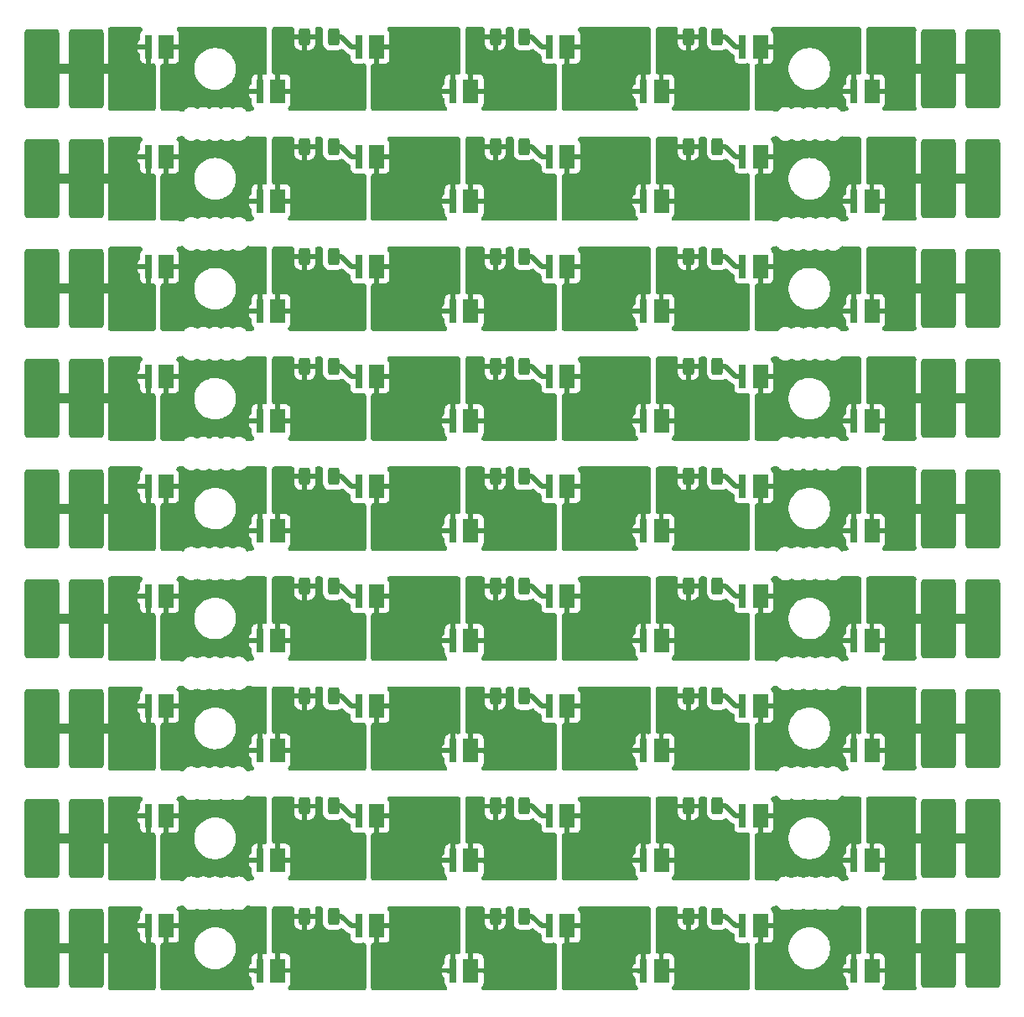
<source format=gtl>
G04 #@! TF.GenerationSoftware,KiCad,Pcbnew,(6.0.0)*
G04 #@! TF.CreationDate,2022-02-10T10:23:11+01:00*
G04 #@! TF.ProjectId,IKEA_Tertial_mod_v3.1,494b4541-5f54-4657-9274-69616c5f6d6f,rev?*
G04 #@! TF.SameCoordinates,Original*
G04 #@! TF.FileFunction,Copper,L1,Top*
G04 #@! TF.FilePolarity,Positive*
%FSLAX46Y46*%
G04 Gerber Fmt 4.6, Leading zero omitted, Abs format (unit mm)*
G04 Created by KiCad (PCBNEW (6.0.0)) date 2022-02-10 10:23:11*
%MOMM*%
%LPD*%
G01*
G04 APERTURE LIST*
G04 Aperture macros list*
%AMRoundRect*
0 Rectangle with rounded corners*
0 $1 Rounding radius*
0 $2 $3 $4 $5 $6 $7 $8 $9 X,Y pos of 4 corners*
0 Add a 4 corners polygon primitive as box body*
4,1,4,$2,$3,$4,$5,$6,$7,$8,$9,$2,$3,0*
0 Add four circle primitives for the rounded corners*
1,1,$1+$1,$2,$3*
1,1,$1+$1,$4,$5*
1,1,$1+$1,$6,$7*
1,1,$1+$1,$8,$9*
0 Add four rect primitives between the rounded corners*
20,1,$1+$1,$2,$3,$4,$5,0*
20,1,$1+$1,$4,$5,$6,$7,0*
20,1,$1+$1,$6,$7,$8,$9,0*
20,1,$1+$1,$8,$9,$2,$3,0*%
%AMFreePoly0*
4,1,9,0.300000,0.250000,0.600000,0.250000,0.600000,-0.250000,0.300000,-0.250000,0.300000,-1.200000,-0.300000,-1.200000,-0.300000,1.200000,0.300000,1.200000,0.300000,0.250000,0.300000,0.250000,$1*%
G04 Aperture macros list end*
G04 #@! TA.AperFunction,SMDPad,CuDef*
%ADD10R,1.600000X2.400000*%
G04 #@! TD*
G04 #@! TA.AperFunction,SMDPad,CuDef*
%ADD11FreePoly0,180.000000*%
G04 #@! TD*
G04 #@! TA.AperFunction,SMDPad,CuDef*
%ADD12RoundRect,0.250000X-0.312500X-0.625000X0.312500X-0.625000X0.312500X0.625000X-0.312500X0.625000X0*%
G04 #@! TD*
G04 #@! TA.AperFunction,SMDPad,CuDef*
%ADD13RoundRect,0.350000X1.400000X-3.650000X1.400000X3.650000X-1.400000X3.650000X-1.400000X-3.650000X0*%
G04 #@! TD*
G04 #@! TA.AperFunction,Conductor*
%ADD14C,0.500000*%
G04 #@! TD*
G04 #@! TA.AperFunction,Conductor*
%ADD15C,1.000000*%
G04 #@! TD*
G04 APERTURE END LIST*
D10*
X145800000Y-112500001D03*
D11*
X144000000Y-112500001D03*
D12*
X167787500Y-129200001D03*
X170712500Y-129200001D03*
D10*
X155550000Y-74700000D03*
D11*
X153750000Y-74700000D03*
D10*
X145800000Y-79200000D03*
D11*
X144000000Y-79200000D03*
D10*
X186300000Y-134700001D03*
D11*
X184500000Y-134700001D03*
D10*
X115050000Y-96900000D03*
D11*
X113250000Y-96900000D03*
D10*
X155550000Y-63600001D03*
D11*
X153750000Y-63600001D03*
D10*
X175050000Y-130200001D03*
D11*
X173250000Y-130200001D03*
D12*
X129037500Y-73700000D03*
X131962500Y-73700000D03*
D10*
X126300000Y-90300001D03*
D11*
X124500000Y-90300001D03*
D10*
X165050000Y-68100001D03*
D11*
X163250000Y-68100001D03*
D10*
X186300000Y-68100001D03*
D11*
X184500000Y-68100001D03*
D10*
X165050000Y-79200000D03*
D11*
X163250000Y-79200000D03*
D13*
X102500000Y-99150000D03*
D10*
X136300000Y-63600001D03*
D11*
X134500000Y-63600001D03*
D10*
X175050000Y-96900000D03*
D11*
X173250000Y-96900000D03*
D10*
X115050000Y-141299999D03*
D11*
X113250000Y-141299999D03*
D10*
X186300000Y-112500001D03*
D11*
X184500000Y-112500001D03*
D10*
X136300000Y-141299999D03*
D11*
X134500000Y-141299999D03*
D12*
X129037500Y-95900000D03*
X131962500Y-95900000D03*
D10*
X175050000Y-119100000D03*
D11*
X173250000Y-119100000D03*
D10*
X115050000Y-108000001D03*
D11*
X113250000Y-108000001D03*
D10*
X175050000Y-74700000D03*
D11*
X173250000Y-74700000D03*
D10*
X165050000Y-112500001D03*
D11*
X163250000Y-112500001D03*
D13*
X107000000Y-143549999D03*
X193000000Y-132450001D03*
X193000000Y-143549999D03*
X102500000Y-65850001D03*
D10*
X165050000Y-123600000D03*
D11*
X163250000Y-123600000D03*
D10*
X155550000Y-52500000D03*
D11*
X153750000Y-52500000D03*
D10*
X136300000Y-85800001D03*
D11*
X134500000Y-85800001D03*
D13*
X197500000Y-99150000D03*
X193000000Y-99150000D03*
D10*
X186300000Y-79200000D03*
D11*
X184500000Y-79200000D03*
D10*
X165050000Y-90300001D03*
D11*
X163250000Y-90300001D03*
D13*
X193000000Y-65850001D03*
D10*
X126300000Y-123600000D03*
D11*
X124500000Y-123600000D03*
D10*
X145800000Y-134700001D03*
D11*
X144000000Y-134700001D03*
D10*
X115050000Y-74700000D03*
D11*
X113250000Y-74700000D03*
D12*
X167787500Y-107000001D03*
X170712500Y-107000001D03*
D13*
X197500000Y-88050001D03*
D10*
X136300000Y-108000001D03*
D11*
X134500000Y-108000001D03*
D10*
X115050000Y-52500000D03*
D11*
X113250000Y-52500000D03*
D10*
X145800000Y-123600000D03*
D11*
X144000000Y-123600000D03*
D10*
X186300000Y-57000000D03*
D11*
X184500000Y-57000000D03*
D10*
X136300000Y-52500000D03*
D11*
X134500000Y-52500000D03*
D12*
X148287500Y-95900000D03*
X151212500Y-95900000D03*
D10*
X175050000Y-141299999D03*
D11*
X173250000Y-141299999D03*
D10*
X175050000Y-85800001D03*
D11*
X173250000Y-85800001D03*
D12*
X148287500Y-140299999D03*
X151212500Y-140299999D03*
D10*
X165050000Y-145799999D03*
D11*
X163250000Y-145799999D03*
D10*
X136300000Y-119100000D03*
D11*
X134500000Y-119100000D03*
D13*
X102500000Y-110250001D03*
D12*
X148287500Y-51500000D03*
X151212500Y-51500000D03*
D10*
X126300000Y-145799999D03*
D11*
X124500000Y-145799999D03*
D13*
X107000000Y-54750000D03*
D10*
X186300000Y-90300001D03*
D11*
X184500000Y-90300001D03*
D10*
X145800000Y-57000000D03*
D11*
X144000000Y-57000000D03*
D10*
X155550000Y-119100000D03*
D11*
X153750000Y-119100000D03*
D12*
X148287500Y-118100000D03*
X151212500Y-118100000D03*
X129037500Y-62600001D03*
X131962500Y-62600001D03*
D13*
X197500000Y-110250001D03*
D10*
X126300000Y-79200000D03*
D11*
X124500000Y-79200000D03*
D13*
X107000000Y-65850001D03*
D10*
X155550000Y-130200001D03*
D11*
X153750000Y-130200001D03*
D10*
X126300000Y-101400000D03*
D11*
X124500000Y-101400000D03*
D10*
X165050000Y-57000000D03*
D11*
X163250000Y-57000000D03*
D10*
X155550000Y-85800001D03*
D11*
X153750000Y-85800001D03*
D10*
X115050000Y-119100000D03*
D11*
X113250000Y-119100000D03*
D10*
X155550000Y-108000001D03*
D11*
X153750000Y-108000001D03*
D10*
X145800000Y-68100001D03*
D11*
X144000000Y-68100001D03*
D10*
X155550000Y-96900000D03*
D11*
X153750000Y-96900000D03*
D13*
X102500000Y-54750000D03*
D12*
X129037500Y-140299999D03*
X131962500Y-140299999D03*
D10*
X126300000Y-57000000D03*
D11*
X124500000Y-57000000D03*
D10*
X155550000Y-141299999D03*
D11*
X153750000Y-141299999D03*
D13*
X107000000Y-88050001D03*
X193000000Y-88050001D03*
X102500000Y-76950000D03*
D10*
X115050000Y-85800001D03*
D11*
X113250000Y-85800001D03*
D10*
X126300000Y-68100001D03*
D11*
X124500000Y-68100001D03*
D10*
X126300000Y-112500001D03*
D11*
X124500000Y-112500001D03*
D12*
X167787500Y-73700000D03*
X170712500Y-73700000D03*
D13*
X193000000Y-54750000D03*
D12*
X167787500Y-62600001D03*
X170712500Y-62600001D03*
D13*
X102500000Y-132450001D03*
D10*
X186300000Y-123600000D03*
D11*
X184500000Y-123600000D03*
D13*
X197500000Y-121350000D03*
D10*
X136300000Y-74700000D03*
D11*
X134500000Y-74700000D03*
D13*
X107000000Y-110250001D03*
D10*
X186300000Y-145799999D03*
D11*
X184500000Y-145799999D03*
D12*
X129037500Y-84800001D03*
X131962500Y-84800001D03*
D10*
X145800000Y-101400000D03*
D11*
X144000000Y-101400000D03*
D10*
X145800000Y-145799999D03*
D11*
X144000000Y-145799999D03*
D10*
X186300000Y-101400000D03*
D11*
X184500000Y-101400000D03*
D13*
X107000000Y-76950000D03*
X107000000Y-121350000D03*
D10*
X165050000Y-134700001D03*
D11*
X163250000Y-134700001D03*
D13*
X193000000Y-76950000D03*
D12*
X129037500Y-107000001D03*
X131962500Y-107000001D03*
X129037500Y-118100000D03*
X131962500Y-118100000D03*
D13*
X197500000Y-132450001D03*
D12*
X129037500Y-129200001D03*
X131962500Y-129200001D03*
D10*
X136300000Y-130200001D03*
D11*
X134500000Y-130200001D03*
D10*
X115050000Y-63600001D03*
D11*
X113250000Y-63600001D03*
D12*
X148287500Y-129200001D03*
X151212500Y-129200001D03*
D13*
X107000000Y-132450001D03*
X193000000Y-121350000D03*
X197500000Y-76950000D03*
X102500000Y-88050001D03*
D12*
X148287500Y-107000001D03*
X151212500Y-107000001D03*
D13*
X107000000Y-99150000D03*
D10*
X175050000Y-63600001D03*
D11*
X173250000Y-63600001D03*
D13*
X193000000Y-110250001D03*
D10*
X165050000Y-101400000D03*
D11*
X163250000Y-101400000D03*
D13*
X197500000Y-65850001D03*
D12*
X167787500Y-140299999D03*
X170712500Y-140299999D03*
D10*
X115050000Y-130200001D03*
D11*
X113250000Y-130200001D03*
D12*
X167787500Y-51500000D03*
X170712500Y-51500000D03*
X167787500Y-118100000D03*
X170712500Y-118100000D03*
D10*
X175050000Y-108000001D03*
D11*
X173250000Y-108000001D03*
D10*
X126300000Y-134700001D03*
D11*
X124500000Y-134700001D03*
D13*
X102500000Y-121350000D03*
D12*
X148287500Y-84800001D03*
X151212500Y-84800001D03*
D13*
X197500000Y-143549999D03*
D12*
X148287500Y-62600001D03*
X151212500Y-62600001D03*
X129037500Y-51500000D03*
X131962500Y-51500000D03*
D10*
X175050000Y-52500000D03*
D11*
X173250000Y-52500000D03*
D13*
X197500000Y-54750000D03*
D12*
X167787500Y-84800001D03*
X170712500Y-84800001D03*
D10*
X136300000Y-96900000D03*
D11*
X134500000Y-96900000D03*
D10*
X145800000Y-90300001D03*
D11*
X144000000Y-90300001D03*
D13*
X102500000Y-143549999D03*
D12*
X167787500Y-95900000D03*
X170712500Y-95900000D03*
X148287500Y-73700000D03*
X151212500Y-73700000D03*
D14*
X171500000Y-118100000D02*
X172500000Y-119100000D01*
X170712500Y-95900000D02*
X171500000Y-95900000D01*
D15*
X102500000Y-121350000D02*
X107000000Y-121350000D01*
X107000000Y-99150000D02*
X110750000Y-99150000D01*
X197500000Y-65850001D02*
X193000000Y-65850001D01*
D14*
X172500000Y-141299999D02*
X173250000Y-141299999D01*
X170712500Y-73700000D02*
X171500000Y-73700000D01*
D15*
X193000000Y-110250001D02*
X189250000Y-110250001D01*
X197500000Y-143549999D02*
X193000000Y-143549999D01*
X193000000Y-54750000D02*
X189250000Y-54750000D01*
X107000000Y-76950000D02*
X110750000Y-76950000D01*
X197500000Y-110250001D02*
X193000000Y-110250001D01*
X197500000Y-121350000D02*
X193000000Y-121350000D01*
X107000000Y-121350000D02*
X110750000Y-121350000D01*
X102500000Y-88050001D02*
X107000000Y-88050001D01*
X102500000Y-65850001D02*
X107000000Y-65850001D01*
X107000000Y-132450001D02*
X110750000Y-132450001D01*
X102500000Y-143549999D02*
X107000000Y-143549999D01*
D14*
X172500000Y-108000001D02*
X173250000Y-108000001D01*
D15*
X197500000Y-54750000D02*
X193000000Y-54750000D01*
D14*
X172500000Y-130200001D02*
X173250000Y-130200001D01*
D15*
X193000000Y-76950000D02*
X189250000Y-76950000D01*
X193000000Y-99150000D02*
X189250000Y-99150000D01*
X197500000Y-132450001D02*
X193000000Y-132450001D01*
X193000000Y-65850001D02*
X189250000Y-65850001D01*
X193000000Y-88050001D02*
X189250000Y-88050001D01*
X107000000Y-65850001D02*
X110750000Y-65850001D01*
D14*
X170712500Y-62600001D02*
X171500000Y-62600001D01*
X172500000Y-119100000D02*
X173250000Y-119100000D01*
X171500000Y-129200001D02*
X172500000Y-130200001D01*
D15*
X102500000Y-110250001D02*
X107000000Y-110250001D01*
D14*
X170712500Y-118100000D02*
X171500000Y-118100000D01*
D15*
X107000000Y-143549999D02*
X110750000Y-143549999D01*
D14*
X170712500Y-51500000D02*
X171500000Y-51500000D01*
D15*
X197500000Y-76950000D02*
X193000000Y-76950000D01*
D14*
X172500000Y-85800001D02*
X173250000Y-85800001D01*
X170712500Y-84800001D02*
X171500000Y-84800001D01*
D15*
X197500000Y-88050001D02*
X193000000Y-88050001D01*
X193000000Y-121350000D02*
X189250000Y-121350000D01*
X193000000Y-132450001D02*
X189250000Y-132450001D01*
X107000000Y-110250001D02*
X110750000Y-110250001D01*
X102500000Y-54750000D02*
X107000000Y-54750000D01*
D14*
X170712500Y-129200001D02*
X171500000Y-129200001D01*
D15*
X197500000Y-99150000D02*
X193000000Y-99150000D01*
X102500000Y-76950000D02*
X107000000Y-76950000D01*
X107000000Y-88050001D02*
X110750000Y-88050001D01*
X102500000Y-99150000D02*
X107000000Y-99150000D01*
X193000000Y-143549999D02*
X189250000Y-143549999D01*
X107000000Y-54750000D02*
X110750000Y-54750000D01*
X102500000Y-132450001D02*
X107000000Y-132450001D01*
D14*
X152000000Y-73700000D02*
X153000000Y-74700000D01*
X153000000Y-119100000D02*
X153750000Y-119100000D01*
X151212500Y-118100000D02*
X152000000Y-118100000D01*
X153000000Y-108000001D02*
X153750000Y-108000001D01*
X131962500Y-51500000D02*
X132750000Y-51500000D01*
X133750000Y-119100000D02*
X134500000Y-119100000D01*
X131962500Y-140299999D02*
X132750000Y-140299999D01*
X133750000Y-108000001D02*
X134500000Y-108000001D01*
X132750000Y-95900000D02*
X133750000Y-96900000D01*
X131962500Y-84800001D02*
X132750000Y-84800001D01*
X151212500Y-129200001D02*
X152000000Y-129200001D01*
X153000000Y-85800001D02*
X153750000Y-85800001D01*
X153000000Y-63600001D02*
X153750000Y-63600001D01*
X132750000Y-62600001D02*
X133750000Y-63600001D01*
X152000000Y-118100000D02*
X153000000Y-119100000D01*
X131962500Y-62600001D02*
X132750000Y-62600001D01*
X153000000Y-130200001D02*
X153750000Y-130200001D01*
X151212500Y-51500000D02*
X152000000Y-51500000D01*
X152000000Y-95900000D02*
X153000000Y-96900000D01*
X152000000Y-129200001D02*
X153000000Y-130200001D01*
X133750000Y-85800001D02*
X134500000Y-85800001D01*
X132750000Y-84800001D02*
X133750000Y-85800001D01*
X172500000Y-96900000D02*
X173250000Y-96900000D01*
X153000000Y-96900000D02*
X153750000Y-96900000D01*
X133750000Y-96900000D02*
X134500000Y-96900000D01*
X172500000Y-52500000D02*
X173250000Y-52500000D01*
X133750000Y-63600001D02*
X134500000Y-63600001D01*
X131962500Y-107000001D02*
X132750000Y-107000001D01*
X151212500Y-107000001D02*
X152000000Y-107000001D01*
X153000000Y-52500000D02*
X153750000Y-52500000D01*
X151212500Y-95900000D02*
X152000000Y-95900000D01*
X171500000Y-62600001D02*
X172500000Y-63600001D01*
X171500000Y-51500000D02*
X172500000Y-52500000D01*
X170712500Y-140299999D02*
X171500000Y-140299999D01*
X133750000Y-52500000D02*
X134500000Y-52500000D01*
X152000000Y-62600001D02*
X153000000Y-63600001D01*
X172500000Y-63600001D02*
X173250000Y-63600001D01*
X171500000Y-140299999D02*
X172500000Y-141299999D01*
X132750000Y-73700000D02*
X133750000Y-74700000D01*
X131962500Y-73700000D02*
X132750000Y-73700000D01*
X171500000Y-73700000D02*
X172500000Y-74700000D01*
X171500000Y-84800001D02*
X172500000Y-85800001D01*
X133750000Y-141299999D02*
X134500000Y-141299999D01*
X131962500Y-129200001D02*
X132750000Y-129200001D01*
X172500000Y-74700000D02*
X173250000Y-74700000D01*
X171500000Y-107000001D02*
X172500000Y-108000001D01*
X171500000Y-95900000D02*
X172500000Y-96900000D01*
X151212500Y-62600001D02*
X152000000Y-62600001D01*
X153000000Y-74700000D02*
X153750000Y-74700000D01*
X131962500Y-95900000D02*
X132750000Y-95900000D01*
X132750000Y-107000001D02*
X133750000Y-108000001D01*
X170712500Y-107000001D02*
X171500000Y-107000001D01*
X152000000Y-51500000D02*
X153000000Y-52500000D01*
X151212500Y-140299999D02*
X152000000Y-140299999D01*
X151212500Y-84800001D02*
X152000000Y-84800001D01*
X152000000Y-107000001D02*
X153000000Y-108000001D01*
X152000000Y-84800001D02*
X153000000Y-85800001D01*
X153000000Y-141299999D02*
X153750000Y-141299999D01*
X132750000Y-140299999D02*
X133750000Y-141299999D01*
X132750000Y-118100000D02*
X133750000Y-119100000D01*
X131962500Y-118100000D02*
X132750000Y-118100000D01*
X133750000Y-74700000D02*
X134500000Y-74700000D01*
X152000000Y-140299999D02*
X153000000Y-141299999D01*
X151212500Y-73700000D02*
X152000000Y-73700000D01*
X133750000Y-130200001D02*
X134500000Y-130200001D01*
X132750000Y-129200001D02*
X133750000Y-130200001D01*
X132750000Y-51500000D02*
X133750000Y-52500000D01*
G04 #@! TA.AperFunction,Conductor*
G36*
X176799463Y-117064464D02*
G01*
X176873448Y-117132010D01*
X176919440Y-117195313D01*
X176919446Y-117195320D01*
X176927112Y-117205871D01*
X176936803Y-117214597D01*
X176936805Y-117214599D01*
X177058083Y-117323799D01*
X177058088Y-117323803D01*
X177067784Y-117332533D01*
X177231716Y-117427179D01*
X177304035Y-117450677D01*
X177399334Y-117481642D01*
X177399336Y-117481643D01*
X177411744Y-117485674D01*
X177552808Y-117500500D01*
X177647192Y-117500500D01*
X177788256Y-117485674D01*
X177800664Y-117481643D01*
X177800666Y-117481642D01*
X177895965Y-117450677D01*
X177968284Y-117427179D01*
X178075500Y-117365278D01*
X178167499Y-117334048D01*
X178264446Y-117340403D01*
X178324500Y-117365278D01*
X178431716Y-117427179D01*
X178504035Y-117450677D01*
X178599334Y-117481642D01*
X178599336Y-117481643D01*
X178611744Y-117485674D01*
X178752808Y-117500500D01*
X178847192Y-117500500D01*
X178988256Y-117485674D01*
X179000664Y-117481643D01*
X179000666Y-117481642D01*
X179095965Y-117450677D01*
X179168284Y-117427179D01*
X179275500Y-117365278D01*
X179367499Y-117334048D01*
X179464446Y-117340403D01*
X179524500Y-117365278D01*
X179631716Y-117427179D01*
X179704035Y-117450677D01*
X179799334Y-117481642D01*
X179799336Y-117481643D01*
X179811744Y-117485674D01*
X179952808Y-117500500D01*
X180047192Y-117500500D01*
X180188256Y-117485674D01*
X180200664Y-117481643D01*
X180200666Y-117481642D01*
X180295965Y-117450677D01*
X180368284Y-117427179D01*
X180475500Y-117365278D01*
X180567499Y-117334048D01*
X180664446Y-117340403D01*
X180724500Y-117365278D01*
X180831716Y-117427179D01*
X180904035Y-117450677D01*
X180999334Y-117481642D01*
X180999336Y-117481643D01*
X181011744Y-117485674D01*
X181152808Y-117500500D01*
X181247192Y-117500500D01*
X181388256Y-117485674D01*
X181400664Y-117481643D01*
X181400666Y-117481642D01*
X181495965Y-117450677D01*
X181568284Y-117427179D01*
X181675500Y-117365278D01*
X181767499Y-117334048D01*
X181864446Y-117340403D01*
X181924500Y-117365278D01*
X182031716Y-117427179D01*
X182104035Y-117450677D01*
X182199334Y-117481642D01*
X182199336Y-117481643D01*
X182211744Y-117485674D01*
X182352808Y-117500500D01*
X182447192Y-117500500D01*
X182588256Y-117485674D01*
X182600664Y-117481643D01*
X182600666Y-117481642D01*
X182695965Y-117450677D01*
X182768284Y-117427179D01*
X182932216Y-117332533D01*
X182941912Y-117323803D01*
X182941917Y-117323799D01*
X183063195Y-117214599D01*
X183063197Y-117214597D01*
X183072888Y-117205871D01*
X183080554Y-117195320D01*
X183080560Y-117195313D01*
X183126552Y-117132010D01*
X183197895Y-117066061D01*
X183289044Y-117032434D01*
X183389123Y-117036987D01*
X183490587Y-117062681D01*
X183585294Y-117086664D01*
X183631282Y-117090475D01*
X183758971Y-117101056D01*
X183776317Y-117103229D01*
X183778172Y-117103395D01*
X183787658Y-117104991D01*
X183800000Y-117105142D01*
X183809523Y-117103778D01*
X183809526Y-117103778D01*
X183818330Y-117102517D01*
X183853629Y-117100002D01*
X185001000Y-117100002D01*
X185096288Y-117118956D01*
X185177070Y-117172932D01*
X185231046Y-117253714D01*
X185250000Y-117349002D01*
X185250000Y-121675681D01*
X185231046Y-121770969D01*
X185177070Y-121851751D01*
X185096288Y-121905727D01*
X185001000Y-121924681D01*
X184930851Y-121914595D01*
X184924689Y-121912786D01*
X184808803Y-121896124D01*
X184791110Y-121894858D01*
X184774527Y-121894858D01*
X184754069Y-121898927D01*
X184750000Y-121919385D01*
X184750000Y-123601000D01*
X184731046Y-123696288D01*
X184677070Y-123777070D01*
X184596288Y-123831046D01*
X184501000Y-123850000D01*
X183419385Y-123850000D01*
X183398927Y-123854069D01*
X183396148Y-123868040D01*
X183399048Y-123908574D01*
X183403760Y-123934695D01*
X183435489Y-124042754D01*
X183450138Y-124074830D01*
X183508612Y-124165818D01*
X183531695Y-124192458D01*
X183608917Y-124259370D01*
X183668519Y-124336095D01*
X183694223Y-124429788D01*
X183694858Y-124447553D01*
X183694858Y-124795553D01*
X183695176Y-124804442D01*
X183699048Y-124858574D01*
X183703760Y-124884695D01*
X183735489Y-124992754D01*
X183750138Y-125024830D01*
X183808612Y-125115818D01*
X183831695Y-125142458D01*
X183859015Y-125166130D01*
X183918617Y-125242854D01*
X183944321Y-125336547D01*
X183932214Y-125432945D01*
X183884139Y-125517372D01*
X183807415Y-125576974D01*
X183716519Y-125602462D01*
X183595566Y-125612485D01*
X183595556Y-125612487D01*
X183585294Y-125613337D01*
X183452496Y-125646966D01*
X183389123Y-125663014D01*
X183292097Y-125668031D01*
X183200537Y-125635537D01*
X183126552Y-125567991D01*
X183080560Y-125504688D01*
X183080554Y-125504681D01*
X183072888Y-125494130D01*
X183063195Y-125485402D01*
X182941917Y-125376202D01*
X182941912Y-125376198D01*
X182932216Y-125367468D01*
X182768284Y-125272822D01*
X182676053Y-125242854D01*
X182600666Y-125218359D01*
X182600664Y-125218358D01*
X182588256Y-125214327D01*
X182447192Y-125199501D01*
X182352808Y-125199501D01*
X182211744Y-125214327D01*
X182199336Y-125218358D01*
X182199334Y-125218359D01*
X182123947Y-125242854D01*
X182031716Y-125272822D01*
X182020410Y-125279349D01*
X182020411Y-125279349D01*
X181924500Y-125334723D01*
X181832501Y-125365953D01*
X181735554Y-125359598D01*
X181675500Y-125334723D01*
X181579589Y-125279349D01*
X181579590Y-125279349D01*
X181568284Y-125272822D01*
X181476053Y-125242854D01*
X181400666Y-125218359D01*
X181400664Y-125218358D01*
X181388256Y-125214327D01*
X181247192Y-125199501D01*
X181152808Y-125199501D01*
X181011744Y-125214327D01*
X180999336Y-125218358D01*
X180999334Y-125218359D01*
X180923947Y-125242854D01*
X180831716Y-125272822D01*
X180820410Y-125279349D01*
X180820411Y-125279349D01*
X180724500Y-125334723D01*
X180632501Y-125365953D01*
X180535554Y-125359598D01*
X180475500Y-125334723D01*
X180379589Y-125279349D01*
X180379590Y-125279349D01*
X180368284Y-125272822D01*
X180276053Y-125242854D01*
X180200666Y-125218359D01*
X180200664Y-125218358D01*
X180188256Y-125214327D01*
X180047192Y-125199501D01*
X179952808Y-125199501D01*
X179811744Y-125214327D01*
X179799336Y-125218358D01*
X179799334Y-125218359D01*
X179723947Y-125242854D01*
X179631716Y-125272822D01*
X179620410Y-125279349D01*
X179620411Y-125279349D01*
X179524500Y-125334723D01*
X179432501Y-125365953D01*
X179335554Y-125359598D01*
X179275500Y-125334723D01*
X179179589Y-125279349D01*
X179179590Y-125279349D01*
X179168284Y-125272822D01*
X179076053Y-125242854D01*
X179000666Y-125218359D01*
X179000664Y-125218358D01*
X178988256Y-125214327D01*
X178847192Y-125199501D01*
X178752808Y-125199501D01*
X178611744Y-125214327D01*
X178599336Y-125218358D01*
X178599334Y-125218359D01*
X178523947Y-125242854D01*
X178431716Y-125272822D01*
X178420410Y-125279349D01*
X178420411Y-125279349D01*
X178324500Y-125334723D01*
X178232501Y-125365953D01*
X178135554Y-125359598D01*
X178075500Y-125334723D01*
X177979589Y-125279349D01*
X177979590Y-125279349D01*
X177968284Y-125272822D01*
X177876053Y-125242854D01*
X177800666Y-125218359D01*
X177800664Y-125218358D01*
X177788256Y-125214327D01*
X177647192Y-125199501D01*
X177552808Y-125199501D01*
X177411744Y-125214327D01*
X177399336Y-125218358D01*
X177399334Y-125218359D01*
X177323947Y-125242854D01*
X177231716Y-125272822D01*
X177067784Y-125367468D01*
X177058088Y-125376198D01*
X177058083Y-125376202D01*
X176936805Y-125485402D01*
X176927112Y-125494130D01*
X176919446Y-125504681D01*
X176919440Y-125504688D01*
X176873448Y-125567991D01*
X176802105Y-125633940D01*
X176710956Y-125667567D01*
X176610877Y-125663014D01*
X176428894Y-125616930D01*
X176414706Y-125613337D01*
X176368718Y-125609526D01*
X176241029Y-125598945D01*
X176223683Y-125596772D01*
X176221828Y-125596606D01*
X176212342Y-125595010D01*
X176200000Y-125594859D01*
X176190477Y-125596223D01*
X176190474Y-125596223D01*
X176181656Y-125597486D01*
X176146357Y-125600001D01*
X174749000Y-125600001D01*
X174653712Y-125581047D01*
X174572930Y-125527071D01*
X174518954Y-125446289D01*
X174500000Y-125351001D01*
X174500000Y-121482200D01*
X177898747Y-121482200D01*
X177936129Y-121766149D01*
X178011702Y-122042398D01*
X178124068Y-122305835D01*
X178128422Y-122313110D01*
X178128423Y-122313112D01*
X178175156Y-122391197D01*
X178271146Y-122551585D01*
X178450215Y-122775100D01*
X178657962Y-122972245D01*
X178890543Y-123139371D01*
X179143653Y-123273386D01*
X179412610Y-123371810D01*
X179420883Y-123373614D01*
X179420887Y-123373615D01*
X179684147Y-123431015D01*
X179684151Y-123431016D01*
X179692436Y-123432822D01*
X179700887Y-123433487D01*
X179700893Y-123433488D01*
X179800698Y-123441343D01*
X179917053Y-123450500D01*
X180071992Y-123450500D01*
X180196517Y-123442011D01*
X180277278Y-123436505D01*
X180277283Y-123436504D01*
X180285737Y-123435928D01*
X180294031Y-123434210D01*
X180294034Y-123434210D01*
X180557890Y-123379568D01*
X180566186Y-123377850D01*
X180713388Y-123325723D01*
X183398349Y-123325723D01*
X183399465Y-123346551D01*
X183409241Y-123350000D01*
X184225473Y-123350000D01*
X184245931Y-123345931D01*
X184250000Y-123325473D01*
X184250000Y-121919385D01*
X184245931Y-121898927D01*
X184225473Y-121894858D01*
X184204447Y-121894858D01*
X184195558Y-121895176D01*
X184141426Y-121899048D01*
X184115305Y-121903760D01*
X184007246Y-121935489D01*
X183975170Y-121950138D01*
X183884182Y-122008612D01*
X183857542Y-122031695D01*
X183786709Y-122113443D01*
X183767650Y-122143098D01*
X183722719Y-122241484D01*
X183712785Y-122275316D01*
X183696124Y-122391197D01*
X183694858Y-122408890D01*
X183694858Y-122751521D01*
X183675904Y-122846809D01*
X183621928Y-122927591D01*
X183594137Y-122949986D01*
X183557542Y-122981695D01*
X183486709Y-123063443D01*
X183467650Y-123093098D01*
X183422719Y-123191484D01*
X183412785Y-123225316D01*
X183398349Y-123325723D01*
X180713388Y-123325723D01*
X180836158Y-123282248D01*
X180843679Y-123278366D01*
X180843684Y-123278364D01*
X181012010Y-123191484D01*
X181090658Y-123150891D01*
X181324976Y-122986209D01*
X181471555Y-122850000D01*
X181528558Y-122797029D01*
X181534776Y-122791251D01*
X181578855Y-122737397D01*
X181710806Y-122576186D01*
X181710811Y-122576179D01*
X181716177Y-122569623D01*
X181849154Y-122352624D01*
X181861394Y-122332650D01*
X181861395Y-122332647D01*
X181865820Y-122325427D01*
X181980938Y-122063182D01*
X181986859Y-122042398D01*
X182025790Y-121905727D01*
X182059400Y-121787739D01*
X182099754Y-121504196D01*
X182101253Y-121217800D01*
X182063871Y-120933851D01*
X181988298Y-120657602D01*
X181875932Y-120394165D01*
X181864207Y-120374573D01*
X181733211Y-120155695D01*
X181728854Y-120148415D01*
X181549785Y-119924900D01*
X181342038Y-119727755D01*
X181109457Y-119560629D01*
X180856347Y-119426614D01*
X180587390Y-119328190D01*
X180579117Y-119326386D01*
X180579113Y-119326385D01*
X180315853Y-119268985D01*
X180315849Y-119268984D01*
X180307564Y-119267178D01*
X180299113Y-119266513D01*
X180299107Y-119266512D01*
X180199302Y-119258657D01*
X180082947Y-119249500D01*
X179928008Y-119249500D01*
X179803483Y-119257989D01*
X179722722Y-119263495D01*
X179722717Y-119263496D01*
X179714263Y-119264072D01*
X179705969Y-119265790D01*
X179705966Y-119265790D01*
X179457041Y-119317340D01*
X179433814Y-119322150D01*
X179163842Y-119417752D01*
X179156321Y-119421634D01*
X179156316Y-119421636D01*
X179044589Y-119479303D01*
X178909342Y-119549109D01*
X178675024Y-119713791D01*
X178465224Y-119908749D01*
X178459850Y-119915315D01*
X178289194Y-120123814D01*
X178289189Y-120123821D01*
X178283823Y-120130377D01*
X178134180Y-120374573D01*
X178019062Y-120636818D01*
X178016742Y-120644961D01*
X178016741Y-120644965D01*
X178010813Y-120665777D01*
X177940600Y-120912261D01*
X177900246Y-121195804D01*
X177898747Y-121482200D01*
X174500000Y-121482200D01*
X174500000Y-121049000D01*
X174518954Y-120953712D01*
X174572930Y-120872930D01*
X174653712Y-120818954D01*
X174749000Y-120800000D01*
X174775473Y-120800000D01*
X174795931Y-120795931D01*
X174800000Y-120775473D01*
X175300000Y-120775473D01*
X175304069Y-120795931D01*
X175324527Y-120800000D01*
X175890593Y-120800000D01*
X175904028Y-120799273D01*
X175942955Y-120795044D01*
X175973089Y-120787878D01*
X176075973Y-120749309D01*
X176106774Y-120732446D01*
X176192992Y-120667829D01*
X176217829Y-120642992D01*
X176282446Y-120556774D01*
X176299309Y-120525973D01*
X176337878Y-120423089D01*
X176345044Y-120392955D01*
X176349273Y-120354028D01*
X176350000Y-120340593D01*
X176350000Y-119374527D01*
X176345931Y-119354069D01*
X176325473Y-119350000D01*
X175324527Y-119350000D01*
X175304069Y-119354069D01*
X175300000Y-119374527D01*
X175300000Y-120775473D01*
X174800000Y-120775473D01*
X174800000Y-119099000D01*
X174818954Y-119003712D01*
X174872930Y-118922930D01*
X174953712Y-118868954D01*
X175049000Y-118850000D01*
X176325473Y-118850000D01*
X176345931Y-118845931D01*
X176350000Y-118825473D01*
X176350000Y-117859407D01*
X176349273Y-117845972D01*
X176345044Y-117807045D01*
X176337878Y-117776911D01*
X176299309Y-117674027D01*
X176282446Y-117643226D01*
X176217829Y-117557008D01*
X176180450Y-117519629D01*
X176183120Y-117516959D01*
X176139633Y-117468488D01*
X176107366Y-117376848D01*
X176112625Y-117279835D01*
X176154608Y-117192220D01*
X176226925Y-117127340D01*
X176318565Y-117095073D01*
X176333283Y-117093411D01*
X176414706Y-117086664D01*
X176548708Y-117052730D01*
X176610877Y-117036987D01*
X176707903Y-117031970D01*
X176799463Y-117064464D01*
G37*
G04 #@! TD.AperFunction*
G04 #@! TA.AperFunction,Conductor*
G36*
X190650146Y-139318954D02*
G01*
X190730928Y-139372930D01*
X190784904Y-139453712D01*
X190803858Y-139549000D01*
X190796462Y-139609238D01*
X190755556Y-139773305D01*
X190752152Y-139794921D01*
X190750289Y-139822237D01*
X190750000Y-139830734D01*
X190750000Y-143275472D01*
X190754069Y-143295930D01*
X190774527Y-143299999D01*
X197501000Y-143299999D01*
X197596288Y-143318953D01*
X197677070Y-143372929D01*
X197731046Y-143453711D01*
X197750000Y-143548999D01*
X197750000Y-143550999D01*
X197731046Y-143646287D01*
X197677070Y-143727069D01*
X197596288Y-143781045D01*
X197501000Y-143799999D01*
X190774527Y-143799999D01*
X190754069Y-143804068D01*
X190750000Y-143824526D01*
X190750000Y-147269264D01*
X190750289Y-147277761D01*
X190752152Y-147305077D01*
X190755556Y-147326693D01*
X190796462Y-147490761D01*
X190801123Y-147587804D01*
X190768292Y-147679244D01*
X190702968Y-147751160D01*
X190615096Y-147792603D01*
X190554858Y-147799999D01*
X187611961Y-147799999D01*
X187516673Y-147781045D01*
X187435891Y-147727069D01*
X187381915Y-147646287D01*
X187362961Y-147550999D01*
X187381915Y-147455711D01*
X187435891Y-147374929D01*
X187467829Y-147342991D01*
X187532446Y-147256773D01*
X187549309Y-147225972D01*
X187587878Y-147123088D01*
X187595044Y-147092954D01*
X187599273Y-147054027D01*
X187600000Y-147040592D01*
X187600000Y-146074526D01*
X187595931Y-146054068D01*
X187575473Y-146049999D01*
X186299000Y-146049999D01*
X186203712Y-146031045D01*
X186122930Y-145977069D01*
X186068954Y-145896287D01*
X186050000Y-145800999D01*
X186050000Y-145525472D01*
X186550000Y-145525472D01*
X186554069Y-145545930D01*
X186574527Y-145549999D01*
X187575473Y-145549999D01*
X187595931Y-145545930D01*
X187600000Y-145525472D01*
X187600000Y-144559406D01*
X187599273Y-144545971D01*
X187595044Y-144507044D01*
X187587878Y-144476910D01*
X187549309Y-144374026D01*
X187532446Y-144343225D01*
X187467829Y-144257007D01*
X187442992Y-144232170D01*
X187356774Y-144167553D01*
X187325973Y-144150690D01*
X187223089Y-144112121D01*
X187192955Y-144104955D01*
X187154028Y-144100726D01*
X187140593Y-144099999D01*
X186574527Y-144099999D01*
X186554069Y-144104068D01*
X186550000Y-144124526D01*
X186550000Y-145525472D01*
X186050000Y-145525472D01*
X186050000Y-144124526D01*
X186045931Y-144104068D01*
X186025473Y-144099999D01*
X185999000Y-144099999D01*
X185903712Y-144081045D01*
X185822930Y-144027069D01*
X185768954Y-143946287D01*
X185750000Y-143850999D01*
X185750000Y-139549000D01*
X185768954Y-139453712D01*
X185822930Y-139372930D01*
X185903712Y-139318954D01*
X185999000Y-139300000D01*
X190554858Y-139300000D01*
X190650146Y-139318954D01*
G37*
G04 #@! TD.AperFunction*
G04 #@! TA.AperFunction,Conductor*
G36*
X147077788Y-61618955D02*
G01*
X147158570Y-61672931D01*
X147212546Y-61753713D01*
X147231500Y-61849001D01*
X147230203Y-61874378D01*
X147225648Y-61918842D01*
X147225000Y-61931516D01*
X147225000Y-62325474D01*
X147229069Y-62345932D01*
X147249527Y-62350001D01*
X149325472Y-62350001D01*
X149345930Y-62345932D01*
X149349999Y-62325474D01*
X149349999Y-61931610D01*
X149349334Y-61918759D01*
X149344763Y-61874695D01*
X149353783Y-61777960D01*
X149399136Y-61692040D01*
X149473916Y-61630016D01*
X149566740Y-61601330D01*
X149592434Y-61600001D01*
X149906997Y-61600001D01*
X150002285Y-61618955D01*
X150083067Y-61672931D01*
X150137043Y-61753713D01*
X150155997Y-61849001D01*
X150154700Y-61874378D01*
X150149500Y-61925135D01*
X150149500Y-63274867D01*
X150150164Y-63281263D01*
X150150164Y-63281270D01*
X150158953Y-63365972D01*
X150160359Y-63379520D01*
X150215744Y-63545530D01*
X150307834Y-63694346D01*
X150431689Y-63817985D01*
X150444003Y-63825575D01*
X150444005Y-63825577D01*
X150567415Y-63901647D01*
X150580666Y-63909815D01*
X150662069Y-63936816D01*
X150733864Y-63960630D01*
X150733868Y-63960631D01*
X150746772Y-63964911D01*
X150760300Y-63966297D01*
X150843815Y-63974854D01*
X150843823Y-63974854D01*
X150850134Y-63975501D01*
X151574866Y-63975501D01*
X151581262Y-63974837D01*
X151581269Y-63974837D01*
X151665971Y-63966048D01*
X151665973Y-63966048D01*
X151679519Y-63964642D01*
X151692432Y-63960334D01*
X151692436Y-63960333D01*
X151831810Y-63913834D01*
X151845529Y-63909257D01*
X151857827Y-63901647D01*
X151926411Y-63859206D01*
X152017414Y-63825183D01*
X152114509Y-63828574D01*
X152202916Y-63868864D01*
X152233507Y-63894875D01*
X152415750Y-64077118D01*
X152435777Y-64100422D01*
X152438806Y-64103671D01*
X152447383Y-64115325D01*
X152458407Y-64124690D01*
X152458411Y-64124695D01*
X152483379Y-64145907D01*
X152489759Y-64151789D01*
X152489791Y-64151753D01*
X152495198Y-64156566D01*
X152500304Y-64161672D01*
X152520679Y-64177792D01*
X152527359Y-64183270D01*
X152580755Y-64228633D01*
X152592555Y-64234658D01*
X152602949Y-64242882D01*
X152666432Y-64272552D01*
X152674218Y-64276358D01*
X152736616Y-64308220D01*
X152749486Y-64311369D01*
X152761493Y-64316981D01*
X152774543Y-64319696D01*
X152858387Y-64367425D01*
X152917999Y-64444141D01*
X152943716Y-64537831D01*
X152944353Y-64555629D01*
X152944353Y-64800001D01*
X152944670Y-64804429D01*
X152944670Y-64804437D01*
X152947742Y-64847378D01*
X152949500Y-64871962D01*
X152990047Y-65010054D01*
X153067857Y-65131129D01*
X153081317Y-65142792D01*
X153163170Y-65213718D01*
X153163172Y-65213719D01*
X153176627Y-65225378D01*
X153192824Y-65232775D01*
X153291345Y-65277769D01*
X153291348Y-65277770D01*
X153307543Y-65285166D01*
X153325166Y-65287700D01*
X153325167Y-65287700D01*
X153441199Y-65304383D01*
X153441204Y-65304383D01*
X153450000Y-65305648D01*
X154050000Y-65305648D01*
X154054428Y-65305331D01*
X154054436Y-65305331D01*
X154108656Y-65301453D01*
X154108659Y-65301452D01*
X154121961Y-65300501D01*
X154134758Y-65296744D01*
X154134761Y-65296743D01*
X154180849Y-65283210D01*
X154277617Y-65274551D01*
X154370333Y-65303582D01*
X154444882Y-65365884D01*
X154489914Y-65451973D01*
X154500000Y-65522124D01*
X154500000Y-69851002D01*
X154481046Y-69946290D01*
X154427070Y-70027072D01*
X154346288Y-70081048D01*
X154251000Y-70100002D01*
X147111960Y-70100002D01*
X147016672Y-70081048D01*
X146935890Y-70027072D01*
X146881914Y-69946290D01*
X146862960Y-69851002D01*
X146881914Y-69755714D01*
X146935890Y-69674932D01*
X146967829Y-69642993D01*
X147032446Y-69556775D01*
X147049309Y-69525974D01*
X147087878Y-69423090D01*
X147095044Y-69392956D01*
X147099273Y-69354029D01*
X147100000Y-69340594D01*
X147100000Y-68374528D01*
X147095931Y-68354070D01*
X147075473Y-68350001D01*
X145799000Y-68350001D01*
X145703712Y-68331047D01*
X145622930Y-68277071D01*
X145568954Y-68196289D01*
X145550000Y-68101001D01*
X145550000Y-67825474D01*
X146050000Y-67825474D01*
X146054069Y-67845932D01*
X146074527Y-67850001D01*
X147075473Y-67850001D01*
X147095931Y-67845932D01*
X147100000Y-67825474D01*
X147100000Y-66859408D01*
X147099273Y-66845973D01*
X147095044Y-66807046D01*
X147087878Y-66776912D01*
X147049309Y-66674028D01*
X147032446Y-66643227D01*
X146967829Y-66557009D01*
X146942992Y-66532172D01*
X146856774Y-66467555D01*
X146825973Y-66450692D01*
X146723089Y-66412123D01*
X146692955Y-66404957D01*
X146654028Y-66400728D01*
X146640593Y-66400001D01*
X146074527Y-66400001D01*
X146054069Y-66404070D01*
X146050000Y-66424528D01*
X146050000Y-67825474D01*
X145550000Y-67825474D01*
X145550000Y-66424528D01*
X145545931Y-66404070D01*
X145525473Y-66400001D01*
X145499000Y-66400001D01*
X145403712Y-66381047D01*
X145322930Y-66327071D01*
X145268954Y-66246289D01*
X145250000Y-66151001D01*
X145250000Y-63268392D01*
X147225001Y-63268392D01*
X147225666Y-63281241D01*
X147234445Y-63365869D01*
X147240163Y-63392340D01*
X147286622Y-63531595D01*
X147298811Y-63557616D01*
X147375618Y-63681735D01*
X147393464Y-63704251D01*
X147496761Y-63807367D01*
X147519317Y-63825182D01*
X147643567Y-63901771D01*
X147669606Y-63913913D01*
X147808966Y-63960136D01*
X147835402Y-63965804D01*
X147918846Y-63974354D01*
X147931515Y-63975001D01*
X148012973Y-63975001D01*
X148033431Y-63970932D01*
X148037500Y-63950474D01*
X148037500Y-63950473D01*
X148537500Y-63950473D01*
X148541569Y-63970931D01*
X148562027Y-63975000D01*
X148643391Y-63975000D01*
X148656240Y-63974335D01*
X148740868Y-63965556D01*
X148767339Y-63959838D01*
X148906594Y-63913379D01*
X148932615Y-63901190D01*
X149056734Y-63824383D01*
X149079250Y-63806537D01*
X149182366Y-63703240D01*
X149200181Y-63680684D01*
X149276770Y-63556434D01*
X149288912Y-63530395D01*
X149335135Y-63391035D01*
X149340803Y-63364599D01*
X149349353Y-63281155D01*
X149350000Y-63268486D01*
X149350000Y-62874528D01*
X149345931Y-62854070D01*
X149325473Y-62850001D01*
X148562027Y-62850001D01*
X148541569Y-62854070D01*
X148537500Y-62874528D01*
X148537500Y-63950473D01*
X148037500Y-63950473D01*
X148037500Y-62874528D01*
X148033431Y-62854070D01*
X148012973Y-62850001D01*
X147249528Y-62850001D01*
X147229070Y-62854070D01*
X147225001Y-62874528D01*
X147225001Y-63268392D01*
X145250000Y-63268392D01*
X145250000Y-61849001D01*
X145268954Y-61753713D01*
X145322930Y-61672931D01*
X145403712Y-61618955D01*
X145499000Y-61600001D01*
X146982500Y-61600001D01*
X147077788Y-61618955D01*
G37*
G04 #@! TD.AperFunction*
G04 #@! TA.AperFunction,Conductor*
G36*
X163846288Y-83818955D02*
G01*
X163927070Y-83872931D01*
X163981046Y-83953713D01*
X164000000Y-84049001D01*
X164000000Y-88375682D01*
X163981046Y-88470970D01*
X163927070Y-88551752D01*
X163846288Y-88605728D01*
X163751000Y-88624682D01*
X163680851Y-88614596D01*
X163674689Y-88612787D01*
X163558803Y-88596125D01*
X163541110Y-88594859D01*
X163524527Y-88594859D01*
X163504069Y-88598928D01*
X163500000Y-88619386D01*
X163500000Y-90301001D01*
X163481046Y-90396289D01*
X163427070Y-90477071D01*
X163346288Y-90531047D01*
X163251000Y-90550001D01*
X162169385Y-90550001D01*
X162148927Y-90554070D01*
X162146148Y-90568041D01*
X162149048Y-90608575D01*
X162153760Y-90634696D01*
X162185489Y-90742755D01*
X162200138Y-90774831D01*
X162258612Y-90865819D01*
X162281695Y-90892459D01*
X162358917Y-90959371D01*
X162418519Y-91036096D01*
X162444223Y-91129789D01*
X162444858Y-91147554D01*
X162444858Y-91495554D01*
X162445176Y-91504443D01*
X162449048Y-91558575D01*
X162453760Y-91584696D01*
X162485489Y-91692755D01*
X162500138Y-91724831D01*
X162558612Y-91815819D01*
X162581694Y-91842458D01*
X162605192Y-91862818D01*
X162664795Y-91939542D01*
X162690499Y-92033235D01*
X162678393Y-92129633D01*
X162630318Y-92214060D01*
X162553594Y-92273663D01*
X162459901Y-92299367D01*
X162442134Y-92300002D01*
X155249000Y-92300002D01*
X155153712Y-92281048D01*
X155072930Y-92227072D01*
X155018954Y-92146290D01*
X155000000Y-92051002D01*
X155000000Y-90025724D01*
X162148349Y-90025724D01*
X162149465Y-90046552D01*
X162159241Y-90050001D01*
X162975473Y-90050001D01*
X162995931Y-90045932D01*
X163000000Y-90025474D01*
X163000000Y-88619386D01*
X162995931Y-88598928D01*
X162975473Y-88594859D01*
X162954447Y-88594859D01*
X162945558Y-88595177D01*
X162891426Y-88599049D01*
X162865305Y-88603761D01*
X162757246Y-88635490D01*
X162725170Y-88650139D01*
X162634182Y-88708613D01*
X162607542Y-88731696D01*
X162536709Y-88813444D01*
X162517650Y-88843099D01*
X162472719Y-88941485D01*
X162462785Y-88975317D01*
X162446124Y-89091198D01*
X162444858Y-89108891D01*
X162444858Y-89451522D01*
X162425904Y-89546810D01*
X162371928Y-89627592D01*
X162344137Y-89649987D01*
X162307542Y-89681696D01*
X162236709Y-89763444D01*
X162217650Y-89793099D01*
X162172719Y-89891485D01*
X162162785Y-89925317D01*
X162148349Y-90025724D01*
X155000000Y-90025724D01*
X155000000Y-87749001D01*
X155018954Y-87653713D01*
X155072930Y-87572931D01*
X155153712Y-87518955D01*
X155249000Y-87500001D01*
X155275473Y-87500001D01*
X155295931Y-87495932D01*
X155300000Y-87475474D01*
X155800000Y-87475474D01*
X155804069Y-87495932D01*
X155824527Y-87500001D01*
X156390593Y-87500001D01*
X156404028Y-87499274D01*
X156442955Y-87495045D01*
X156473089Y-87487879D01*
X156575973Y-87449310D01*
X156606774Y-87432447D01*
X156692992Y-87367830D01*
X156717829Y-87342993D01*
X156782446Y-87256775D01*
X156799309Y-87225974D01*
X156837878Y-87123090D01*
X156845044Y-87092956D01*
X156849273Y-87054029D01*
X156850000Y-87040594D01*
X156850000Y-86074528D01*
X156845931Y-86054070D01*
X156825473Y-86050001D01*
X155824527Y-86050001D01*
X155804069Y-86054070D01*
X155800000Y-86074528D01*
X155800000Y-87475474D01*
X155300000Y-87475474D01*
X155300000Y-85799001D01*
X155318954Y-85703713D01*
X155372930Y-85622931D01*
X155453712Y-85568955D01*
X155549000Y-85550001D01*
X156825473Y-85550001D01*
X156845931Y-85545932D01*
X156850000Y-85525474D01*
X156850000Y-84559408D01*
X156849273Y-84545973D01*
X156845044Y-84507046D01*
X156837878Y-84476912D01*
X156799309Y-84374028D01*
X156782446Y-84343227D01*
X156717829Y-84257009D01*
X156685891Y-84225071D01*
X156631915Y-84144289D01*
X156612961Y-84049001D01*
X156631915Y-83953713D01*
X156685891Y-83872931D01*
X156766673Y-83818955D01*
X156861961Y-83800001D01*
X163751000Y-83800001D01*
X163846288Y-83818955D01*
G37*
G04 #@! TD.AperFunction*
G04 #@! TA.AperFunction,Conductor*
G36*
X127827788Y-83818955D02*
G01*
X127908570Y-83872931D01*
X127962546Y-83953713D01*
X127981500Y-84049001D01*
X127980203Y-84074378D01*
X127975648Y-84118842D01*
X127975000Y-84131516D01*
X127975000Y-84525474D01*
X127979069Y-84545932D01*
X127999527Y-84550001D01*
X130075472Y-84550001D01*
X130095930Y-84545932D01*
X130099999Y-84525474D01*
X130099999Y-84131610D01*
X130099334Y-84118759D01*
X130094763Y-84074695D01*
X130103783Y-83977960D01*
X130149136Y-83892040D01*
X130223916Y-83830016D01*
X130316740Y-83801330D01*
X130342434Y-83800001D01*
X130656997Y-83800001D01*
X130752285Y-83818955D01*
X130833067Y-83872931D01*
X130887043Y-83953713D01*
X130905997Y-84049001D01*
X130904700Y-84074378D01*
X130899500Y-84125135D01*
X130899500Y-85474867D01*
X130900164Y-85481263D01*
X130900164Y-85481270D01*
X130908953Y-85565972D01*
X130910359Y-85579520D01*
X130965744Y-85745530D01*
X131057834Y-85894346D01*
X131181689Y-86017985D01*
X131194003Y-86025575D01*
X131194005Y-86025577D01*
X131317415Y-86101647D01*
X131330666Y-86109815D01*
X131412069Y-86136816D01*
X131483864Y-86160630D01*
X131483868Y-86160631D01*
X131496772Y-86164911D01*
X131510300Y-86166297D01*
X131593815Y-86174854D01*
X131593823Y-86174854D01*
X131600134Y-86175501D01*
X132324866Y-86175501D01*
X132331262Y-86174837D01*
X132331269Y-86174837D01*
X132415971Y-86166048D01*
X132415973Y-86166048D01*
X132429519Y-86164642D01*
X132442432Y-86160334D01*
X132442436Y-86160333D01*
X132581810Y-86113834D01*
X132595529Y-86109257D01*
X132607827Y-86101647D01*
X132676411Y-86059206D01*
X132767414Y-86025183D01*
X132864509Y-86028574D01*
X132952916Y-86068864D01*
X132983507Y-86094875D01*
X133165750Y-86277118D01*
X133185777Y-86300422D01*
X133188806Y-86303671D01*
X133197383Y-86315325D01*
X133208407Y-86324690D01*
X133208411Y-86324695D01*
X133233379Y-86345907D01*
X133239759Y-86351789D01*
X133239791Y-86351753D01*
X133245198Y-86356566D01*
X133250304Y-86361672D01*
X133270679Y-86377792D01*
X133277359Y-86383270D01*
X133330755Y-86428633D01*
X133342555Y-86434658D01*
X133352949Y-86442882D01*
X133416432Y-86472552D01*
X133424218Y-86476358D01*
X133486616Y-86508220D01*
X133499486Y-86511369D01*
X133511493Y-86516981D01*
X133524543Y-86519696D01*
X133608387Y-86567425D01*
X133667999Y-86644141D01*
X133693716Y-86737831D01*
X133694353Y-86755629D01*
X133694353Y-87000001D01*
X133694670Y-87004429D01*
X133694670Y-87004437D01*
X133697742Y-87047378D01*
X133699500Y-87071962D01*
X133703257Y-87084759D01*
X133703258Y-87084762D01*
X133717843Y-87134434D01*
X133740047Y-87210054D01*
X133817857Y-87331129D01*
X133831317Y-87342792D01*
X133913170Y-87413718D01*
X133913172Y-87413719D01*
X133926627Y-87425378D01*
X133942824Y-87432775D01*
X134041345Y-87477769D01*
X134041348Y-87477770D01*
X134057543Y-87485166D01*
X134075166Y-87487700D01*
X134075167Y-87487700D01*
X134191199Y-87504383D01*
X134191204Y-87504383D01*
X134200000Y-87505648D01*
X134800000Y-87505648D01*
X134804428Y-87505331D01*
X134804436Y-87505331D01*
X134858656Y-87501453D01*
X134858659Y-87501452D01*
X134871961Y-87500501D01*
X134884758Y-87496744D01*
X134884761Y-87496743D01*
X134930849Y-87483210D01*
X135027617Y-87474551D01*
X135120333Y-87503582D01*
X135194882Y-87565884D01*
X135239914Y-87651973D01*
X135250000Y-87722124D01*
X135250000Y-92051002D01*
X135231046Y-92146290D01*
X135177070Y-92227072D01*
X135096288Y-92281048D01*
X135001000Y-92300002D01*
X127611960Y-92300002D01*
X127516672Y-92281048D01*
X127435890Y-92227072D01*
X127381914Y-92146290D01*
X127362960Y-92051002D01*
X127381914Y-91955714D01*
X127435890Y-91874932D01*
X127467829Y-91842993D01*
X127532446Y-91756775D01*
X127549309Y-91725974D01*
X127587878Y-91623090D01*
X127595044Y-91592956D01*
X127599273Y-91554029D01*
X127600000Y-91540594D01*
X127600000Y-90574528D01*
X127595931Y-90554070D01*
X127575473Y-90550001D01*
X126299000Y-90550001D01*
X126203712Y-90531047D01*
X126122930Y-90477071D01*
X126068954Y-90396289D01*
X126050000Y-90301001D01*
X126050000Y-90025474D01*
X126550000Y-90025474D01*
X126554069Y-90045932D01*
X126574527Y-90050001D01*
X127575473Y-90050001D01*
X127595931Y-90045932D01*
X127600000Y-90025474D01*
X127600000Y-89059408D01*
X127599273Y-89045973D01*
X127595044Y-89007046D01*
X127587878Y-88976912D01*
X127549309Y-88874028D01*
X127532446Y-88843227D01*
X127467829Y-88757009D01*
X127442992Y-88732172D01*
X127356774Y-88667555D01*
X127325973Y-88650692D01*
X127223089Y-88612123D01*
X127192955Y-88604957D01*
X127154028Y-88600728D01*
X127140593Y-88600001D01*
X126574527Y-88600001D01*
X126554069Y-88604070D01*
X126550000Y-88624528D01*
X126550000Y-90025474D01*
X126050000Y-90025474D01*
X126050000Y-88624528D01*
X126045931Y-88604070D01*
X126025473Y-88600001D01*
X125999000Y-88600001D01*
X125903712Y-88581047D01*
X125822930Y-88527071D01*
X125768954Y-88446289D01*
X125750000Y-88351001D01*
X125750000Y-85468392D01*
X127975001Y-85468392D01*
X127975666Y-85481241D01*
X127984445Y-85565869D01*
X127990163Y-85592340D01*
X128036622Y-85731595D01*
X128048811Y-85757616D01*
X128125618Y-85881735D01*
X128143464Y-85904251D01*
X128246761Y-86007367D01*
X128269317Y-86025182D01*
X128393567Y-86101771D01*
X128419606Y-86113913D01*
X128558966Y-86160136D01*
X128585402Y-86165804D01*
X128668846Y-86174354D01*
X128681515Y-86175001D01*
X128762973Y-86175001D01*
X128783431Y-86170932D01*
X128787500Y-86150474D01*
X128787500Y-86150473D01*
X129287500Y-86150473D01*
X129291569Y-86170931D01*
X129312027Y-86175000D01*
X129393391Y-86175000D01*
X129406240Y-86174335D01*
X129490868Y-86165556D01*
X129517339Y-86159838D01*
X129656594Y-86113379D01*
X129682615Y-86101190D01*
X129806734Y-86024383D01*
X129829250Y-86006537D01*
X129932366Y-85903240D01*
X129950181Y-85880684D01*
X130026770Y-85756434D01*
X130038912Y-85730395D01*
X130085135Y-85591035D01*
X130090803Y-85564599D01*
X130099353Y-85481155D01*
X130100000Y-85468486D01*
X130100000Y-85074528D01*
X130095931Y-85054070D01*
X130075473Y-85050001D01*
X129312027Y-85050001D01*
X129291569Y-85054070D01*
X129287500Y-85074528D01*
X129287500Y-86150473D01*
X128787500Y-86150473D01*
X128787500Y-85074528D01*
X128783431Y-85054070D01*
X128762973Y-85050001D01*
X127999528Y-85050001D01*
X127979070Y-85054070D01*
X127975001Y-85074528D01*
X127975001Y-85468392D01*
X125750000Y-85468392D01*
X125750000Y-84049001D01*
X125768954Y-83953713D01*
X125822930Y-83872931D01*
X125903712Y-83818955D01*
X125999000Y-83800001D01*
X127732500Y-83800001D01*
X127827788Y-83818955D01*
G37*
G04 #@! TD.AperFunction*
G04 #@! TA.AperFunction,Conductor*
G36*
X127827788Y-61618955D02*
G01*
X127908570Y-61672931D01*
X127962546Y-61753713D01*
X127981500Y-61849001D01*
X127980203Y-61874378D01*
X127975648Y-61918842D01*
X127975000Y-61931516D01*
X127975000Y-62325474D01*
X127979069Y-62345932D01*
X127999527Y-62350001D01*
X130075472Y-62350001D01*
X130095930Y-62345932D01*
X130099999Y-62325474D01*
X130099999Y-61931610D01*
X130099334Y-61918759D01*
X130094763Y-61874695D01*
X130103783Y-61777960D01*
X130149136Y-61692040D01*
X130223916Y-61630016D01*
X130316740Y-61601330D01*
X130342434Y-61600001D01*
X130656997Y-61600001D01*
X130752285Y-61618955D01*
X130833067Y-61672931D01*
X130887043Y-61753713D01*
X130905997Y-61849001D01*
X130904700Y-61874378D01*
X130899500Y-61925135D01*
X130899500Y-63274867D01*
X130900164Y-63281263D01*
X130900164Y-63281270D01*
X130908953Y-63365972D01*
X130910359Y-63379520D01*
X130965744Y-63545530D01*
X131057834Y-63694346D01*
X131181689Y-63817985D01*
X131194003Y-63825575D01*
X131194005Y-63825577D01*
X131317415Y-63901647D01*
X131330666Y-63909815D01*
X131412069Y-63936816D01*
X131483864Y-63960630D01*
X131483868Y-63960631D01*
X131496772Y-63964911D01*
X131510300Y-63966297D01*
X131593815Y-63974854D01*
X131593823Y-63974854D01*
X131600134Y-63975501D01*
X132324866Y-63975501D01*
X132331262Y-63974837D01*
X132331269Y-63974837D01*
X132415971Y-63966048D01*
X132415973Y-63966048D01*
X132429519Y-63964642D01*
X132442432Y-63960334D01*
X132442436Y-63960333D01*
X132581810Y-63913834D01*
X132595529Y-63909257D01*
X132607827Y-63901647D01*
X132676411Y-63859206D01*
X132767414Y-63825183D01*
X132864509Y-63828574D01*
X132952916Y-63868864D01*
X132983507Y-63894875D01*
X133165750Y-64077118D01*
X133185777Y-64100422D01*
X133188806Y-64103671D01*
X133197383Y-64115325D01*
X133208407Y-64124690D01*
X133208411Y-64124695D01*
X133233379Y-64145907D01*
X133239759Y-64151789D01*
X133239791Y-64151753D01*
X133245198Y-64156566D01*
X133250304Y-64161672D01*
X133270679Y-64177792D01*
X133277359Y-64183270D01*
X133330755Y-64228633D01*
X133342555Y-64234658D01*
X133352949Y-64242882D01*
X133416432Y-64272552D01*
X133424218Y-64276358D01*
X133486616Y-64308220D01*
X133499486Y-64311369D01*
X133511493Y-64316981D01*
X133524543Y-64319696D01*
X133608387Y-64367425D01*
X133667999Y-64444141D01*
X133693716Y-64537831D01*
X133694353Y-64555629D01*
X133694353Y-64800001D01*
X133694670Y-64804429D01*
X133694670Y-64804437D01*
X133697742Y-64847378D01*
X133699500Y-64871962D01*
X133703257Y-64884759D01*
X133703258Y-64884762D01*
X133717843Y-64934434D01*
X133740047Y-65010054D01*
X133817857Y-65131129D01*
X133831317Y-65142792D01*
X133913170Y-65213718D01*
X133913172Y-65213719D01*
X133926627Y-65225378D01*
X133942824Y-65232775D01*
X134041345Y-65277769D01*
X134041348Y-65277770D01*
X134057543Y-65285166D01*
X134075166Y-65287700D01*
X134075167Y-65287700D01*
X134191199Y-65304383D01*
X134191204Y-65304383D01*
X134200000Y-65305648D01*
X134800000Y-65305648D01*
X134804428Y-65305331D01*
X134804436Y-65305331D01*
X134858656Y-65301453D01*
X134858659Y-65301452D01*
X134871961Y-65300501D01*
X134884758Y-65296744D01*
X134884761Y-65296743D01*
X134930849Y-65283210D01*
X135027617Y-65274551D01*
X135120333Y-65303582D01*
X135194882Y-65365884D01*
X135239914Y-65451973D01*
X135250000Y-65522124D01*
X135250000Y-69851002D01*
X135231046Y-69946290D01*
X135177070Y-70027072D01*
X135096288Y-70081048D01*
X135001000Y-70100002D01*
X127611960Y-70100002D01*
X127516672Y-70081048D01*
X127435890Y-70027072D01*
X127381914Y-69946290D01*
X127362960Y-69851002D01*
X127381914Y-69755714D01*
X127435890Y-69674932D01*
X127467829Y-69642993D01*
X127532446Y-69556775D01*
X127549309Y-69525974D01*
X127587878Y-69423090D01*
X127595044Y-69392956D01*
X127599273Y-69354029D01*
X127600000Y-69340594D01*
X127600000Y-68374528D01*
X127595931Y-68354070D01*
X127575473Y-68350001D01*
X126299000Y-68350001D01*
X126203712Y-68331047D01*
X126122930Y-68277071D01*
X126068954Y-68196289D01*
X126050000Y-68101001D01*
X126050000Y-67825474D01*
X126550000Y-67825474D01*
X126554069Y-67845932D01*
X126574527Y-67850001D01*
X127575473Y-67850001D01*
X127595931Y-67845932D01*
X127600000Y-67825474D01*
X127600000Y-66859408D01*
X127599273Y-66845973D01*
X127595044Y-66807046D01*
X127587878Y-66776912D01*
X127549309Y-66674028D01*
X127532446Y-66643227D01*
X127467829Y-66557009D01*
X127442992Y-66532172D01*
X127356774Y-66467555D01*
X127325973Y-66450692D01*
X127223089Y-66412123D01*
X127192955Y-66404957D01*
X127154028Y-66400728D01*
X127140593Y-66400001D01*
X126574527Y-66400001D01*
X126554069Y-66404070D01*
X126550000Y-66424528D01*
X126550000Y-67825474D01*
X126050000Y-67825474D01*
X126050000Y-66424528D01*
X126045931Y-66404070D01*
X126025473Y-66400001D01*
X125999000Y-66400001D01*
X125903712Y-66381047D01*
X125822930Y-66327071D01*
X125768954Y-66246289D01*
X125750000Y-66151001D01*
X125750000Y-63268392D01*
X127975001Y-63268392D01*
X127975666Y-63281241D01*
X127984445Y-63365869D01*
X127990163Y-63392340D01*
X128036622Y-63531595D01*
X128048811Y-63557616D01*
X128125618Y-63681735D01*
X128143464Y-63704251D01*
X128246761Y-63807367D01*
X128269317Y-63825182D01*
X128393567Y-63901771D01*
X128419606Y-63913913D01*
X128558966Y-63960136D01*
X128585402Y-63965804D01*
X128668846Y-63974354D01*
X128681515Y-63975001D01*
X128762973Y-63975001D01*
X128783431Y-63970932D01*
X128787500Y-63950474D01*
X128787500Y-63950473D01*
X129287500Y-63950473D01*
X129291569Y-63970931D01*
X129312027Y-63975000D01*
X129393391Y-63975000D01*
X129406240Y-63974335D01*
X129490868Y-63965556D01*
X129517339Y-63959838D01*
X129656594Y-63913379D01*
X129682615Y-63901190D01*
X129806734Y-63824383D01*
X129829250Y-63806537D01*
X129932366Y-63703240D01*
X129950181Y-63680684D01*
X130026770Y-63556434D01*
X130038912Y-63530395D01*
X130085135Y-63391035D01*
X130090803Y-63364599D01*
X130099353Y-63281155D01*
X130100000Y-63268486D01*
X130100000Y-62874528D01*
X130095931Y-62854070D01*
X130075473Y-62850001D01*
X129312027Y-62850001D01*
X129291569Y-62854070D01*
X129287500Y-62874528D01*
X129287500Y-63950473D01*
X128787500Y-63950473D01*
X128787500Y-62874528D01*
X128783431Y-62854070D01*
X128762973Y-62850001D01*
X127999528Y-62850001D01*
X127979070Y-62854070D01*
X127975001Y-62874528D01*
X127975001Y-63268392D01*
X125750000Y-63268392D01*
X125750000Y-61849001D01*
X125768954Y-61753713D01*
X125822930Y-61672931D01*
X125903712Y-61618955D01*
X125999000Y-61600001D01*
X127732500Y-61600001D01*
X127827788Y-61618955D01*
G37*
G04 #@! TD.AperFunction*
G04 #@! TA.AperFunction,Conductor*
G36*
X127827788Y-50518954D02*
G01*
X127908570Y-50572930D01*
X127962546Y-50653712D01*
X127981500Y-50749000D01*
X127980203Y-50774377D01*
X127975648Y-50818841D01*
X127975000Y-50831515D01*
X127975000Y-51225473D01*
X127979069Y-51245931D01*
X127999527Y-51250000D01*
X130075472Y-51250000D01*
X130095930Y-51245931D01*
X130099999Y-51225473D01*
X130099999Y-50831609D01*
X130099334Y-50818758D01*
X130094763Y-50774694D01*
X130103783Y-50677959D01*
X130149136Y-50592039D01*
X130223916Y-50530015D01*
X130316740Y-50501329D01*
X130342434Y-50500000D01*
X130656997Y-50500000D01*
X130752285Y-50518954D01*
X130833067Y-50572930D01*
X130887043Y-50653712D01*
X130905997Y-50749000D01*
X130904700Y-50774377D01*
X130899500Y-50825134D01*
X130899500Y-52174866D01*
X130900164Y-52181262D01*
X130900164Y-52181269D01*
X130908953Y-52265971D01*
X130910359Y-52279519D01*
X130965744Y-52445529D01*
X131057834Y-52594345D01*
X131181689Y-52717984D01*
X131194003Y-52725574D01*
X131194005Y-52725576D01*
X131317415Y-52801646D01*
X131330666Y-52809814D01*
X131412069Y-52836815D01*
X131483864Y-52860629D01*
X131483868Y-52860630D01*
X131496772Y-52864910D01*
X131510300Y-52866296D01*
X131593815Y-52874853D01*
X131593823Y-52874853D01*
X131600134Y-52875500D01*
X132324866Y-52875500D01*
X132331262Y-52874836D01*
X132331269Y-52874836D01*
X132415971Y-52866047D01*
X132415973Y-52866047D01*
X132429519Y-52864641D01*
X132442432Y-52860333D01*
X132442436Y-52860332D01*
X132581810Y-52813833D01*
X132595529Y-52809256D01*
X132607827Y-52801646D01*
X132676411Y-52759205D01*
X132767414Y-52725182D01*
X132864509Y-52728573D01*
X132952916Y-52768863D01*
X132983507Y-52794874D01*
X133165750Y-52977117D01*
X133185777Y-53000421D01*
X133188806Y-53003670D01*
X133197383Y-53015324D01*
X133208407Y-53024689D01*
X133208411Y-53024694D01*
X133233379Y-53045906D01*
X133239759Y-53051788D01*
X133239791Y-53051752D01*
X133245198Y-53056565D01*
X133250304Y-53061671D01*
X133270679Y-53077791D01*
X133277359Y-53083269D01*
X133330755Y-53128632D01*
X133342555Y-53134657D01*
X133352949Y-53142881D01*
X133416432Y-53172551D01*
X133424218Y-53176357D01*
X133486616Y-53208219D01*
X133499486Y-53211368D01*
X133511493Y-53216980D01*
X133524543Y-53219695D01*
X133608387Y-53267424D01*
X133667999Y-53344140D01*
X133693716Y-53437830D01*
X133694353Y-53455628D01*
X133694353Y-53700000D01*
X133694670Y-53704428D01*
X133694670Y-53704436D01*
X133697742Y-53747377D01*
X133699500Y-53771961D01*
X133703257Y-53784758D01*
X133703258Y-53784761D01*
X133717843Y-53834433D01*
X133740047Y-53910053D01*
X133817857Y-54031128D01*
X133831317Y-54042791D01*
X133913170Y-54113717D01*
X133913172Y-54113718D01*
X133926627Y-54125377D01*
X133942824Y-54132774D01*
X134041345Y-54177768D01*
X134041348Y-54177769D01*
X134057543Y-54185165D01*
X134075166Y-54187699D01*
X134075167Y-54187699D01*
X134191199Y-54204382D01*
X134191204Y-54204382D01*
X134200000Y-54205647D01*
X134800000Y-54205647D01*
X134804428Y-54205330D01*
X134804436Y-54205330D01*
X134858656Y-54201452D01*
X134858659Y-54201451D01*
X134871961Y-54200500D01*
X134884758Y-54196743D01*
X134884761Y-54196742D01*
X134930849Y-54183209D01*
X135027617Y-54174550D01*
X135120333Y-54203581D01*
X135194882Y-54265883D01*
X135239914Y-54351972D01*
X135250000Y-54422123D01*
X135250000Y-58751001D01*
X135231046Y-58846289D01*
X135177070Y-58927071D01*
X135096288Y-58981047D01*
X135001000Y-59000001D01*
X127611960Y-59000001D01*
X127516672Y-58981047D01*
X127435890Y-58927071D01*
X127381914Y-58846289D01*
X127362960Y-58751001D01*
X127381914Y-58655713D01*
X127435890Y-58574931D01*
X127467829Y-58542992D01*
X127532446Y-58456774D01*
X127549309Y-58425973D01*
X127587878Y-58323089D01*
X127595044Y-58292955D01*
X127599273Y-58254028D01*
X127600000Y-58240593D01*
X127600000Y-57274527D01*
X127595931Y-57254069D01*
X127575473Y-57250000D01*
X126299000Y-57250000D01*
X126203712Y-57231046D01*
X126122930Y-57177070D01*
X126068954Y-57096288D01*
X126050000Y-57001000D01*
X126050000Y-56725473D01*
X126550000Y-56725473D01*
X126554069Y-56745931D01*
X126574527Y-56750000D01*
X127575473Y-56750000D01*
X127595931Y-56745931D01*
X127600000Y-56725473D01*
X127600000Y-55759407D01*
X127599273Y-55745972D01*
X127595044Y-55707045D01*
X127587878Y-55676911D01*
X127549309Y-55574027D01*
X127532446Y-55543226D01*
X127467829Y-55457008D01*
X127442992Y-55432171D01*
X127356774Y-55367554D01*
X127325973Y-55350691D01*
X127223089Y-55312122D01*
X127192955Y-55304956D01*
X127154028Y-55300727D01*
X127140593Y-55300000D01*
X126574527Y-55300000D01*
X126554069Y-55304069D01*
X126550000Y-55324527D01*
X126550000Y-56725473D01*
X126050000Y-56725473D01*
X126050000Y-55324527D01*
X126045931Y-55304069D01*
X126025473Y-55300000D01*
X125999000Y-55300000D01*
X125903712Y-55281046D01*
X125822930Y-55227070D01*
X125768954Y-55146288D01*
X125750000Y-55051000D01*
X125750000Y-52168391D01*
X127975001Y-52168391D01*
X127975666Y-52181240D01*
X127984445Y-52265868D01*
X127990163Y-52292339D01*
X128036622Y-52431594D01*
X128048811Y-52457615D01*
X128125618Y-52581734D01*
X128143464Y-52604250D01*
X128246761Y-52707366D01*
X128269317Y-52725181D01*
X128393567Y-52801770D01*
X128419606Y-52813912D01*
X128558966Y-52860135D01*
X128585402Y-52865803D01*
X128668846Y-52874353D01*
X128681515Y-52875000D01*
X128762973Y-52875000D01*
X128783431Y-52870931D01*
X128787500Y-52850473D01*
X128787500Y-52850472D01*
X129287500Y-52850472D01*
X129291569Y-52870930D01*
X129312027Y-52874999D01*
X129393391Y-52874999D01*
X129406240Y-52874334D01*
X129490868Y-52865555D01*
X129517339Y-52859837D01*
X129656594Y-52813378D01*
X129682615Y-52801189D01*
X129806734Y-52724382D01*
X129829250Y-52706536D01*
X129932366Y-52603239D01*
X129950181Y-52580683D01*
X130026770Y-52456433D01*
X130038912Y-52430394D01*
X130085135Y-52291034D01*
X130090803Y-52264598D01*
X130099353Y-52181154D01*
X130100000Y-52168485D01*
X130100000Y-51774527D01*
X130095931Y-51754069D01*
X130075473Y-51750000D01*
X129312027Y-51750000D01*
X129291569Y-51754069D01*
X129287500Y-51774527D01*
X129287500Y-52850472D01*
X128787500Y-52850472D01*
X128787500Y-51774527D01*
X128783431Y-51754069D01*
X128762973Y-51750000D01*
X127999528Y-51750000D01*
X127979070Y-51754069D01*
X127975001Y-51774527D01*
X127975001Y-52168391D01*
X125750000Y-52168391D01*
X125750000Y-50749000D01*
X125768954Y-50653712D01*
X125822930Y-50572930D01*
X125903712Y-50518954D01*
X125999000Y-50500000D01*
X127732500Y-50500000D01*
X127827788Y-50518954D01*
G37*
G04 #@! TD.AperFunction*
G04 #@! TA.AperFunction,Conductor*
G36*
X190650146Y-72718956D02*
G01*
X190730928Y-72772932D01*
X190784904Y-72853714D01*
X190803858Y-72949002D01*
X190796462Y-73009240D01*
X190755556Y-73173306D01*
X190752152Y-73194922D01*
X190750289Y-73222238D01*
X190750000Y-73230735D01*
X190750000Y-76675473D01*
X190754069Y-76695931D01*
X190774527Y-76700000D01*
X197501000Y-76700000D01*
X197596288Y-76718954D01*
X197677070Y-76772930D01*
X197731046Y-76853712D01*
X197750000Y-76949000D01*
X197750000Y-76951000D01*
X197731046Y-77046288D01*
X197677070Y-77127070D01*
X197596288Y-77181046D01*
X197501000Y-77200000D01*
X190774527Y-77200000D01*
X190754069Y-77204069D01*
X190750000Y-77224527D01*
X190750000Y-80669265D01*
X190750289Y-80677762D01*
X190752152Y-80705078D01*
X190755556Y-80726697D01*
X190796462Y-80890764D01*
X190801123Y-80987807D01*
X190768292Y-81079246D01*
X190702968Y-81151162D01*
X190615095Y-81192605D01*
X190554861Y-81200001D01*
X187611959Y-81200001D01*
X187516672Y-81181047D01*
X187435890Y-81127071D01*
X187381914Y-81046289D01*
X187362960Y-80951001D01*
X187381914Y-80855713D01*
X187435890Y-80774931D01*
X187467829Y-80742992D01*
X187532446Y-80656774D01*
X187549309Y-80625973D01*
X187587878Y-80523089D01*
X187595044Y-80492955D01*
X187599273Y-80454028D01*
X187600000Y-80440593D01*
X187600000Y-79474527D01*
X187595931Y-79454069D01*
X187575473Y-79450000D01*
X186299000Y-79450000D01*
X186203712Y-79431046D01*
X186122930Y-79377070D01*
X186068954Y-79296288D01*
X186050000Y-79201000D01*
X186050000Y-78925473D01*
X186550000Y-78925473D01*
X186554069Y-78945931D01*
X186574527Y-78950000D01*
X187575473Y-78950000D01*
X187595931Y-78945931D01*
X187600000Y-78925473D01*
X187600000Y-77959407D01*
X187599273Y-77945972D01*
X187595044Y-77907045D01*
X187587878Y-77876911D01*
X187549309Y-77774027D01*
X187532446Y-77743226D01*
X187467829Y-77657008D01*
X187442992Y-77632171D01*
X187356774Y-77567554D01*
X187325973Y-77550691D01*
X187223089Y-77512122D01*
X187192955Y-77504956D01*
X187154028Y-77500727D01*
X187140593Y-77500000D01*
X186574527Y-77500000D01*
X186554069Y-77504069D01*
X186550000Y-77524527D01*
X186550000Y-78925473D01*
X186050000Y-78925473D01*
X186050000Y-77524527D01*
X186045931Y-77504069D01*
X186025473Y-77500000D01*
X185999000Y-77500000D01*
X185903712Y-77481046D01*
X185822930Y-77427070D01*
X185768954Y-77346288D01*
X185750000Y-77251000D01*
X185750000Y-72949002D01*
X185768954Y-72853714D01*
X185822930Y-72772932D01*
X185903712Y-72718956D01*
X185999000Y-72700002D01*
X190554858Y-72700002D01*
X190650146Y-72718956D01*
G37*
G04 #@! TD.AperFunction*
G04 #@! TA.AperFunction,Conductor*
G36*
X112533437Y-94918956D02*
G01*
X112614219Y-94972932D01*
X112668195Y-95053714D01*
X112687149Y-95149002D01*
X112668195Y-95244290D01*
X112618938Y-95318010D01*
X112619202Y-95318239D01*
X112617378Y-95320344D01*
X112614219Y-95325072D01*
X112609368Y-95329588D01*
X112536709Y-95413443D01*
X112517650Y-95443098D01*
X112472719Y-95541484D01*
X112462785Y-95575316D01*
X112446124Y-95691197D01*
X112444858Y-95708890D01*
X112444858Y-96051521D01*
X112425904Y-96146809D01*
X112371928Y-96227591D01*
X112344137Y-96249986D01*
X112307542Y-96281695D01*
X112236709Y-96363443D01*
X112217650Y-96393098D01*
X112172719Y-96491484D01*
X112162785Y-96525316D01*
X112148349Y-96625723D01*
X112149465Y-96646551D01*
X112159241Y-96650000D01*
X113251000Y-96650000D01*
X113346288Y-96668954D01*
X113427070Y-96722930D01*
X113481046Y-96803712D01*
X113500000Y-96899000D01*
X113500000Y-98580615D01*
X113504069Y-98601073D01*
X113524527Y-98605142D01*
X113545553Y-98605142D01*
X113554442Y-98604824D01*
X113608574Y-98600952D01*
X113634695Y-98596240D01*
X113680849Y-98582688D01*
X113777618Y-98574029D01*
X113870334Y-98603060D01*
X113944882Y-98665363D01*
X113989914Y-98751451D01*
X114000000Y-98821602D01*
X114000000Y-103151003D01*
X113981046Y-103246291D01*
X113927070Y-103327073D01*
X113846288Y-103381049D01*
X113751001Y-103400003D01*
X109445139Y-103400003D01*
X109349853Y-103381049D01*
X109269071Y-103327073D01*
X109215095Y-103246291D01*
X109196141Y-103151003D01*
X109203537Y-103090765D01*
X109244444Y-102926694D01*
X109247848Y-102905078D01*
X109249711Y-102877762D01*
X109250000Y-102869265D01*
X109250000Y-99424527D01*
X109245931Y-99404069D01*
X109225473Y-99400000D01*
X102499000Y-99400000D01*
X102403712Y-99381046D01*
X102322930Y-99327070D01*
X102268954Y-99246288D01*
X102250000Y-99151000D01*
X102250000Y-99149000D01*
X102268954Y-99053712D01*
X102322930Y-98972930D01*
X102403712Y-98918954D01*
X102499000Y-98900000D01*
X109225473Y-98900000D01*
X109245931Y-98895931D01*
X109250000Y-98875473D01*
X109250000Y-97168040D01*
X112146148Y-97168040D01*
X112149048Y-97208574D01*
X112153760Y-97234695D01*
X112185489Y-97342754D01*
X112200138Y-97374830D01*
X112258612Y-97465818D01*
X112281695Y-97492458D01*
X112358917Y-97559370D01*
X112418519Y-97636095D01*
X112444223Y-97729788D01*
X112444858Y-97747553D01*
X112444858Y-98095553D01*
X112445176Y-98104442D01*
X112449048Y-98158574D01*
X112453760Y-98184695D01*
X112485489Y-98292754D01*
X112500138Y-98324830D01*
X112558612Y-98415818D01*
X112581695Y-98442458D01*
X112663443Y-98513291D01*
X112693098Y-98532350D01*
X112791484Y-98577281D01*
X112825316Y-98587215D01*
X112941197Y-98603876D01*
X112958890Y-98605142D01*
X112975473Y-98605142D01*
X112995931Y-98601073D01*
X113000000Y-98580615D01*
X113000000Y-97174527D01*
X112995931Y-97154069D01*
X112975473Y-97150000D01*
X112169385Y-97150000D01*
X112148927Y-97154069D01*
X112146148Y-97168040D01*
X109250000Y-97168040D01*
X109250000Y-95430735D01*
X109249711Y-95422238D01*
X109247848Y-95394922D01*
X109244444Y-95373306D01*
X109203538Y-95209240D01*
X109198877Y-95112197D01*
X109231707Y-95020757D01*
X109297031Y-94948842D01*
X109384904Y-94907398D01*
X109445142Y-94900002D01*
X112438149Y-94900002D01*
X112533437Y-94918956D01*
G37*
G04 #@! TD.AperFunction*
G04 #@! TA.AperFunction,Conductor*
G36*
X190650146Y-83818955D02*
G01*
X190730928Y-83872931D01*
X190784904Y-83953713D01*
X190803858Y-84049001D01*
X190796462Y-84109239D01*
X190755556Y-84273307D01*
X190752152Y-84294923D01*
X190750289Y-84322239D01*
X190750000Y-84330736D01*
X190750000Y-87775474D01*
X190754069Y-87795932D01*
X190774527Y-87800001D01*
X197501000Y-87800001D01*
X197596288Y-87818955D01*
X197677070Y-87872931D01*
X197731046Y-87953713D01*
X197750000Y-88049001D01*
X197750000Y-88051001D01*
X197731046Y-88146289D01*
X197677070Y-88227071D01*
X197596288Y-88281047D01*
X197501000Y-88300001D01*
X190774527Y-88300001D01*
X190754069Y-88304070D01*
X190750000Y-88324528D01*
X190750000Y-91769266D01*
X190750289Y-91777763D01*
X190752152Y-91805079D01*
X190755556Y-91826698D01*
X190796462Y-91990765D01*
X190801123Y-92087808D01*
X190768292Y-92179247D01*
X190702968Y-92251163D01*
X190615095Y-92292606D01*
X190554861Y-92300002D01*
X187611959Y-92300002D01*
X187516672Y-92281048D01*
X187435890Y-92227072D01*
X187381914Y-92146290D01*
X187362960Y-92051002D01*
X187381914Y-91955714D01*
X187435890Y-91874932D01*
X187467829Y-91842993D01*
X187532446Y-91756775D01*
X187549309Y-91725974D01*
X187587878Y-91623090D01*
X187595044Y-91592956D01*
X187599273Y-91554029D01*
X187600000Y-91540594D01*
X187600000Y-90574528D01*
X187595931Y-90554070D01*
X187575473Y-90550001D01*
X186299000Y-90550001D01*
X186203712Y-90531047D01*
X186122930Y-90477071D01*
X186068954Y-90396289D01*
X186050000Y-90301001D01*
X186050000Y-90025474D01*
X186550000Y-90025474D01*
X186554069Y-90045932D01*
X186574527Y-90050001D01*
X187575473Y-90050001D01*
X187595931Y-90045932D01*
X187600000Y-90025474D01*
X187600000Y-89059408D01*
X187599273Y-89045973D01*
X187595044Y-89007046D01*
X187587878Y-88976912D01*
X187549309Y-88874028D01*
X187532446Y-88843227D01*
X187467829Y-88757009D01*
X187442992Y-88732172D01*
X187356774Y-88667555D01*
X187325973Y-88650692D01*
X187223089Y-88612123D01*
X187192955Y-88604957D01*
X187154028Y-88600728D01*
X187140593Y-88600001D01*
X186574527Y-88600001D01*
X186554069Y-88604070D01*
X186550000Y-88624528D01*
X186550000Y-90025474D01*
X186050000Y-90025474D01*
X186050000Y-88624528D01*
X186045931Y-88604070D01*
X186025473Y-88600001D01*
X185999000Y-88600001D01*
X185903712Y-88581047D01*
X185822930Y-88527071D01*
X185768954Y-88446289D01*
X185750000Y-88351001D01*
X185750000Y-84049001D01*
X185768954Y-83953713D01*
X185822930Y-83872931D01*
X185903712Y-83818955D01*
X185999000Y-83800001D01*
X190554858Y-83800001D01*
X190650146Y-83818955D01*
G37*
G04 #@! TD.AperFunction*
G04 #@! TA.AperFunction,Conductor*
G36*
X163846288Y-106018957D02*
G01*
X163927070Y-106072933D01*
X163981046Y-106153715D01*
X164000000Y-106249003D01*
X164000000Y-110575682D01*
X163981046Y-110670970D01*
X163927070Y-110751752D01*
X163846288Y-110805728D01*
X163751000Y-110824682D01*
X163680851Y-110814596D01*
X163674689Y-110812787D01*
X163558803Y-110796125D01*
X163541110Y-110794859D01*
X163524527Y-110794859D01*
X163504069Y-110798928D01*
X163500000Y-110819386D01*
X163500000Y-112501001D01*
X163481046Y-112596289D01*
X163427070Y-112677071D01*
X163346288Y-112731047D01*
X163251000Y-112750001D01*
X162169385Y-112750001D01*
X162148927Y-112754070D01*
X162146148Y-112768041D01*
X162149048Y-112808575D01*
X162153760Y-112834696D01*
X162185489Y-112942755D01*
X162200138Y-112974831D01*
X162258612Y-113065819D01*
X162281695Y-113092459D01*
X162358917Y-113159371D01*
X162418519Y-113236096D01*
X162444223Y-113329789D01*
X162444858Y-113347554D01*
X162444858Y-113695554D01*
X162445176Y-113704443D01*
X162449048Y-113758575D01*
X162453760Y-113784696D01*
X162485489Y-113892755D01*
X162500138Y-113924831D01*
X162558612Y-114015819D01*
X162581694Y-114042458D01*
X162605192Y-114062818D01*
X162664795Y-114139542D01*
X162690499Y-114233235D01*
X162678393Y-114329633D01*
X162630318Y-114414060D01*
X162553594Y-114473663D01*
X162459901Y-114499367D01*
X162442134Y-114500002D01*
X155249000Y-114500002D01*
X155153712Y-114481048D01*
X155072930Y-114427072D01*
X155018954Y-114346290D01*
X155000000Y-114251002D01*
X155000000Y-112225724D01*
X162148349Y-112225724D01*
X162149465Y-112246552D01*
X162159241Y-112250001D01*
X162975473Y-112250001D01*
X162995931Y-112245932D01*
X163000000Y-112225474D01*
X163000000Y-110819386D01*
X162995931Y-110798928D01*
X162975473Y-110794859D01*
X162954447Y-110794859D01*
X162945558Y-110795177D01*
X162891426Y-110799049D01*
X162865305Y-110803761D01*
X162757246Y-110835490D01*
X162725170Y-110850139D01*
X162634182Y-110908613D01*
X162607542Y-110931696D01*
X162536709Y-111013444D01*
X162517650Y-111043099D01*
X162472719Y-111141485D01*
X162462785Y-111175317D01*
X162446124Y-111291198D01*
X162444858Y-111308891D01*
X162444858Y-111651522D01*
X162425904Y-111746810D01*
X162371928Y-111827592D01*
X162344137Y-111849987D01*
X162307542Y-111881696D01*
X162236709Y-111963444D01*
X162217650Y-111993099D01*
X162172719Y-112091485D01*
X162162785Y-112125317D01*
X162148349Y-112225724D01*
X155000000Y-112225724D01*
X155000000Y-109949001D01*
X155018954Y-109853713D01*
X155072930Y-109772931D01*
X155153712Y-109718955D01*
X155249000Y-109700001D01*
X155275473Y-109700001D01*
X155295931Y-109695932D01*
X155300000Y-109675474D01*
X155800000Y-109675474D01*
X155804069Y-109695932D01*
X155824527Y-109700001D01*
X156390593Y-109700001D01*
X156404028Y-109699274D01*
X156442955Y-109695045D01*
X156473089Y-109687879D01*
X156575973Y-109649310D01*
X156606774Y-109632447D01*
X156692992Y-109567830D01*
X156717829Y-109542993D01*
X156782446Y-109456775D01*
X156799309Y-109425974D01*
X156837878Y-109323090D01*
X156845044Y-109292956D01*
X156849273Y-109254029D01*
X156850000Y-109240594D01*
X156850000Y-108274528D01*
X156845931Y-108254070D01*
X156825473Y-108250001D01*
X155824527Y-108250001D01*
X155804069Y-108254070D01*
X155800000Y-108274528D01*
X155800000Y-109675474D01*
X155300000Y-109675474D01*
X155300000Y-107999001D01*
X155318954Y-107903713D01*
X155372930Y-107822931D01*
X155453712Y-107768955D01*
X155549000Y-107750001D01*
X156825473Y-107750001D01*
X156845931Y-107745932D01*
X156850000Y-107725474D01*
X156850000Y-106759408D01*
X156849273Y-106745973D01*
X156845044Y-106707046D01*
X156837878Y-106676912D01*
X156799309Y-106574028D01*
X156782446Y-106543227D01*
X156717829Y-106457009D01*
X156685893Y-106425073D01*
X156631917Y-106344291D01*
X156612963Y-106249003D01*
X156631917Y-106153715D01*
X156685893Y-106072933D01*
X156766675Y-106018957D01*
X156861963Y-106000003D01*
X163751000Y-106000003D01*
X163846288Y-106018957D01*
G37*
G04 #@! TD.AperFunction*
G04 #@! TA.AperFunction,Conductor*
G36*
X127827788Y-139318954D02*
G01*
X127908570Y-139372930D01*
X127962546Y-139453712D01*
X127981500Y-139549000D01*
X127980203Y-139574378D01*
X127975648Y-139618842D01*
X127975000Y-139631514D01*
X127975000Y-140025472D01*
X127979069Y-140045930D01*
X127999527Y-140049999D01*
X130075472Y-140049999D01*
X130095930Y-140045930D01*
X130099999Y-140025472D01*
X130099999Y-139631608D01*
X130099334Y-139618759D01*
X130094763Y-139574695D01*
X130103783Y-139477959D01*
X130149136Y-139392039D01*
X130223916Y-139330015D01*
X130316739Y-139301329D01*
X130342434Y-139300000D01*
X130656997Y-139300000D01*
X130752285Y-139318954D01*
X130833067Y-139372930D01*
X130887043Y-139453712D01*
X130905997Y-139549000D01*
X130904700Y-139574378D01*
X130899500Y-139625133D01*
X130899500Y-140974865D01*
X130900164Y-140981261D01*
X130900164Y-140981268D01*
X130908953Y-141065970D01*
X130910359Y-141079518D01*
X130965744Y-141245528D01*
X131057834Y-141394344D01*
X131181689Y-141517983D01*
X131194003Y-141525573D01*
X131194005Y-141525575D01*
X131317415Y-141601645D01*
X131330666Y-141609813D01*
X131412069Y-141636814D01*
X131483864Y-141660628D01*
X131483868Y-141660629D01*
X131496772Y-141664909D01*
X131510300Y-141666295D01*
X131593815Y-141674852D01*
X131593823Y-141674852D01*
X131600134Y-141675499D01*
X132324866Y-141675499D01*
X132331262Y-141674835D01*
X132331269Y-141674835D01*
X132415971Y-141666046D01*
X132415973Y-141666046D01*
X132429519Y-141664640D01*
X132442432Y-141660332D01*
X132442436Y-141660331D01*
X132581810Y-141613832D01*
X132595529Y-141609255D01*
X132607827Y-141601645D01*
X132676411Y-141559204D01*
X132767414Y-141525181D01*
X132864509Y-141528572D01*
X132952916Y-141568862D01*
X132983507Y-141594873D01*
X133165750Y-141777116D01*
X133185777Y-141800420D01*
X133188806Y-141803669D01*
X133197383Y-141815323D01*
X133208407Y-141824688D01*
X133208411Y-141824693D01*
X133233379Y-141845905D01*
X133239759Y-141851787D01*
X133239791Y-141851751D01*
X133245198Y-141856564D01*
X133250304Y-141861670D01*
X133270679Y-141877790D01*
X133277359Y-141883268D01*
X133330755Y-141928631D01*
X133342555Y-141934656D01*
X133352949Y-141942880D01*
X133416432Y-141972550D01*
X133424218Y-141976356D01*
X133486616Y-142008218D01*
X133499486Y-142011367D01*
X133511493Y-142016979D01*
X133524543Y-142019694D01*
X133608387Y-142067423D01*
X133667999Y-142144139D01*
X133693716Y-142237829D01*
X133694353Y-142255627D01*
X133694353Y-142499999D01*
X133694670Y-142504427D01*
X133694670Y-142504435D01*
X133697742Y-142547376D01*
X133699500Y-142571960D01*
X133703257Y-142584757D01*
X133703258Y-142584760D01*
X133717843Y-142634432D01*
X133740047Y-142710052D01*
X133817857Y-142831127D01*
X133831317Y-142842790D01*
X133913170Y-142913716D01*
X133913172Y-142913717D01*
X133926627Y-142925376D01*
X133942824Y-142932773D01*
X134041345Y-142977767D01*
X134041348Y-142977768D01*
X134057543Y-142985164D01*
X134075166Y-142987698D01*
X134075167Y-142987698D01*
X134191199Y-143004381D01*
X134191204Y-143004381D01*
X134200000Y-143005646D01*
X134800000Y-143005646D01*
X134804428Y-143005329D01*
X134804436Y-143005329D01*
X134858656Y-143001451D01*
X134858659Y-143001450D01*
X134871961Y-143000499D01*
X134884758Y-142996742D01*
X134884761Y-142996741D01*
X134930849Y-142983208D01*
X135027617Y-142974549D01*
X135120333Y-143003580D01*
X135194882Y-143065882D01*
X135239914Y-143151971D01*
X135250000Y-143222122D01*
X135250000Y-147550999D01*
X135231046Y-147646287D01*
X135177070Y-147727069D01*
X135096288Y-147781045D01*
X135001000Y-147799999D01*
X127611961Y-147799999D01*
X127516673Y-147781045D01*
X127435891Y-147727069D01*
X127381915Y-147646287D01*
X127362961Y-147550999D01*
X127381915Y-147455711D01*
X127435891Y-147374929D01*
X127467829Y-147342991D01*
X127532446Y-147256773D01*
X127549309Y-147225972D01*
X127587878Y-147123088D01*
X127595044Y-147092954D01*
X127599273Y-147054027D01*
X127600000Y-147040592D01*
X127600000Y-146074526D01*
X127595931Y-146054068D01*
X127575473Y-146049999D01*
X126299000Y-146049999D01*
X126203712Y-146031045D01*
X126122930Y-145977069D01*
X126068954Y-145896287D01*
X126050000Y-145800999D01*
X126050000Y-145525472D01*
X126550000Y-145525472D01*
X126554069Y-145545930D01*
X126574527Y-145549999D01*
X127575473Y-145549999D01*
X127595931Y-145545930D01*
X127600000Y-145525472D01*
X127600000Y-144559406D01*
X127599273Y-144545971D01*
X127595044Y-144507044D01*
X127587878Y-144476910D01*
X127549309Y-144374026D01*
X127532446Y-144343225D01*
X127467829Y-144257007D01*
X127442992Y-144232170D01*
X127356774Y-144167553D01*
X127325973Y-144150690D01*
X127223089Y-144112121D01*
X127192955Y-144104955D01*
X127154028Y-144100726D01*
X127140593Y-144099999D01*
X126574527Y-144099999D01*
X126554069Y-144104068D01*
X126550000Y-144124526D01*
X126550000Y-145525472D01*
X126050000Y-145525472D01*
X126050000Y-144124526D01*
X126045931Y-144104068D01*
X126025473Y-144099999D01*
X125999000Y-144099999D01*
X125903712Y-144081045D01*
X125822930Y-144027069D01*
X125768954Y-143946287D01*
X125750000Y-143850999D01*
X125750000Y-140968390D01*
X127975001Y-140968390D01*
X127975666Y-140981239D01*
X127984445Y-141065867D01*
X127990163Y-141092338D01*
X128036622Y-141231593D01*
X128048811Y-141257614D01*
X128125618Y-141381733D01*
X128143464Y-141404249D01*
X128246761Y-141507365D01*
X128269317Y-141525180D01*
X128393567Y-141601769D01*
X128419606Y-141613911D01*
X128558966Y-141660134D01*
X128585402Y-141665802D01*
X128668846Y-141674352D01*
X128681515Y-141674999D01*
X128762973Y-141674999D01*
X128783431Y-141670930D01*
X128787500Y-141650472D01*
X128787500Y-141650471D01*
X129287500Y-141650471D01*
X129291569Y-141670929D01*
X129312027Y-141674998D01*
X129393391Y-141674998D01*
X129406240Y-141674333D01*
X129490868Y-141665554D01*
X129517339Y-141659836D01*
X129656594Y-141613377D01*
X129682615Y-141601188D01*
X129806734Y-141524381D01*
X129829250Y-141506535D01*
X129932366Y-141403238D01*
X129950181Y-141380682D01*
X130026770Y-141256432D01*
X130038912Y-141230393D01*
X130085135Y-141091033D01*
X130090803Y-141064597D01*
X130099353Y-140981153D01*
X130100000Y-140968484D01*
X130100000Y-140574526D01*
X130095931Y-140554068D01*
X130075473Y-140549999D01*
X129312027Y-140549999D01*
X129291569Y-140554068D01*
X129287500Y-140574526D01*
X129287500Y-141650471D01*
X128787500Y-141650471D01*
X128787500Y-140574526D01*
X128783431Y-140554068D01*
X128762973Y-140549999D01*
X127999528Y-140549999D01*
X127979070Y-140554068D01*
X127975001Y-140574526D01*
X127975001Y-140968390D01*
X125750000Y-140968390D01*
X125750000Y-139549000D01*
X125768954Y-139453712D01*
X125822930Y-139372930D01*
X125903712Y-139318954D01*
X125999000Y-139300000D01*
X127732500Y-139300000D01*
X127827788Y-139318954D01*
G37*
G04 #@! TD.AperFunction*
G04 #@! TA.AperFunction,Conductor*
G36*
X144596288Y-50518954D02*
G01*
X144677070Y-50572930D01*
X144731046Y-50653712D01*
X144750000Y-50749000D01*
X144750000Y-55075681D01*
X144731046Y-55170969D01*
X144677070Y-55251751D01*
X144596288Y-55305727D01*
X144501000Y-55324681D01*
X144430851Y-55314595D01*
X144424689Y-55312786D01*
X144308803Y-55296124D01*
X144291110Y-55294858D01*
X144274527Y-55294858D01*
X144254069Y-55298927D01*
X144250000Y-55319385D01*
X144250000Y-57001000D01*
X144231046Y-57096288D01*
X144177070Y-57177070D01*
X144096288Y-57231046D01*
X144001000Y-57250000D01*
X142919385Y-57250000D01*
X142898927Y-57254069D01*
X142896148Y-57268040D01*
X142899048Y-57308574D01*
X142903760Y-57334695D01*
X142935489Y-57442754D01*
X142950138Y-57474830D01*
X143008612Y-57565818D01*
X143031695Y-57592458D01*
X143108917Y-57659370D01*
X143168519Y-57736095D01*
X143194223Y-57829788D01*
X143194858Y-57847553D01*
X143194858Y-58195553D01*
X143195176Y-58204442D01*
X143199048Y-58258574D01*
X143203760Y-58284695D01*
X143235489Y-58392754D01*
X143250138Y-58424830D01*
X143308612Y-58515818D01*
X143331694Y-58542457D01*
X143355192Y-58562817D01*
X143414795Y-58639541D01*
X143440499Y-58733234D01*
X143428393Y-58829632D01*
X143380318Y-58914059D01*
X143303594Y-58973662D01*
X143209901Y-58999366D01*
X143192134Y-59000001D01*
X135999000Y-59000001D01*
X135903712Y-58981047D01*
X135822930Y-58927071D01*
X135768954Y-58846289D01*
X135750000Y-58751001D01*
X135750000Y-56725723D01*
X142898349Y-56725723D01*
X142899465Y-56746551D01*
X142909241Y-56750000D01*
X143725473Y-56750000D01*
X143745931Y-56745931D01*
X143750000Y-56725473D01*
X143750000Y-55319385D01*
X143745931Y-55298927D01*
X143725473Y-55294858D01*
X143704447Y-55294858D01*
X143695558Y-55295176D01*
X143641426Y-55299048D01*
X143615305Y-55303760D01*
X143507246Y-55335489D01*
X143475170Y-55350138D01*
X143384182Y-55408612D01*
X143357542Y-55431695D01*
X143286709Y-55513443D01*
X143267650Y-55543098D01*
X143222719Y-55641484D01*
X143212785Y-55675316D01*
X143196124Y-55791197D01*
X143194858Y-55808890D01*
X143194858Y-56151521D01*
X143175904Y-56246809D01*
X143121928Y-56327591D01*
X143094137Y-56349986D01*
X143057542Y-56381695D01*
X142986709Y-56463443D01*
X142967650Y-56493098D01*
X142922719Y-56591484D01*
X142912785Y-56625316D01*
X142898349Y-56725723D01*
X135750000Y-56725723D01*
X135750000Y-54449000D01*
X135768954Y-54353712D01*
X135822930Y-54272930D01*
X135903712Y-54218954D01*
X135999000Y-54200000D01*
X136025473Y-54200000D01*
X136045931Y-54195931D01*
X136050000Y-54175473D01*
X136550000Y-54175473D01*
X136554069Y-54195931D01*
X136574527Y-54200000D01*
X137140593Y-54200000D01*
X137154028Y-54199273D01*
X137192955Y-54195044D01*
X137223089Y-54187878D01*
X137325973Y-54149309D01*
X137356774Y-54132446D01*
X137442992Y-54067829D01*
X137467829Y-54042992D01*
X137532446Y-53956774D01*
X137549309Y-53925973D01*
X137587878Y-53823089D01*
X137595044Y-53792955D01*
X137599273Y-53754028D01*
X137600000Y-53740593D01*
X137600000Y-52774527D01*
X137595931Y-52754069D01*
X137575473Y-52750000D01*
X136574527Y-52750000D01*
X136554069Y-52754069D01*
X136550000Y-52774527D01*
X136550000Y-54175473D01*
X136050000Y-54175473D01*
X136050000Y-52499000D01*
X136068954Y-52403712D01*
X136122930Y-52322930D01*
X136203712Y-52268954D01*
X136299000Y-52250000D01*
X137575473Y-52250000D01*
X137595931Y-52245931D01*
X137600000Y-52225473D01*
X137600000Y-51259407D01*
X137599273Y-51245972D01*
X137595044Y-51207045D01*
X137587878Y-51176911D01*
X137549309Y-51074027D01*
X137532446Y-51043226D01*
X137467829Y-50957008D01*
X137435891Y-50925070D01*
X137381915Y-50844288D01*
X137362961Y-50749000D01*
X137381915Y-50653712D01*
X137435891Y-50572930D01*
X137516673Y-50518954D01*
X137611961Y-50500000D01*
X144501000Y-50500000D01*
X144596288Y-50518954D01*
G37*
G04 #@! TD.AperFunction*
G04 #@! TA.AperFunction,Conductor*
G36*
X163846288Y-139318954D02*
G01*
X163927070Y-139372930D01*
X163981046Y-139453712D01*
X164000000Y-139549000D01*
X164000000Y-143875680D01*
X163981046Y-143970968D01*
X163927070Y-144051750D01*
X163846288Y-144105726D01*
X163751000Y-144124680D01*
X163680851Y-144114594D01*
X163674689Y-144112785D01*
X163558803Y-144096123D01*
X163541110Y-144094857D01*
X163524527Y-144094857D01*
X163504069Y-144098926D01*
X163500000Y-144119384D01*
X163500000Y-145800999D01*
X163481046Y-145896287D01*
X163427070Y-145977069D01*
X163346288Y-146031045D01*
X163251000Y-146049999D01*
X162169385Y-146049999D01*
X162148927Y-146054068D01*
X162146148Y-146068039D01*
X162149048Y-146108573D01*
X162153760Y-146134694D01*
X162185489Y-146242753D01*
X162200138Y-146274829D01*
X162258612Y-146365817D01*
X162281695Y-146392457D01*
X162358917Y-146459369D01*
X162418519Y-146536094D01*
X162444223Y-146629787D01*
X162444858Y-146647552D01*
X162444858Y-146995552D01*
X162445176Y-147004441D01*
X162449048Y-147058573D01*
X162453760Y-147084694D01*
X162485489Y-147192753D01*
X162500138Y-147224829D01*
X162558612Y-147315817D01*
X162581696Y-147342458D01*
X162605192Y-147362817D01*
X162664794Y-147439542D01*
X162690498Y-147533235D01*
X162678390Y-147629633D01*
X162630314Y-147714059D01*
X162553589Y-147773661D01*
X162459896Y-147799365D01*
X162442132Y-147799999D01*
X155249000Y-147799999D01*
X155153712Y-147781045D01*
X155072930Y-147727069D01*
X155018954Y-147646287D01*
X155000000Y-147550999D01*
X155000000Y-145525722D01*
X162148349Y-145525722D01*
X162149465Y-145546550D01*
X162159241Y-145549999D01*
X162975473Y-145549999D01*
X162995931Y-145545930D01*
X163000000Y-145525472D01*
X163000000Y-144119384D01*
X162995931Y-144098926D01*
X162975473Y-144094857D01*
X162954447Y-144094857D01*
X162945558Y-144095175D01*
X162891426Y-144099047D01*
X162865305Y-144103759D01*
X162757246Y-144135488D01*
X162725170Y-144150137D01*
X162634182Y-144208611D01*
X162607542Y-144231694D01*
X162536709Y-144313442D01*
X162517650Y-144343097D01*
X162472719Y-144441483D01*
X162462785Y-144475315D01*
X162446124Y-144591196D01*
X162444858Y-144608889D01*
X162444858Y-144951520D01*
X162425904Y-145046808D01*
X162371928Y-145127590D01*
X162344137Y-145149985D01*
X162307542Y-145181694D01*
X162236709Y-145263442D01*
X162217650Y-145293097D01*
X162172719Y-145391483D01*
X162162785Y-145425315D01*
X162148349Y-145525722D01*
X155000000Y-145525722D01*
X155000000Y-143248999D01*
X155018954Y-143153711D01*
X155072930Y-143072929D01*
X155153712Y-143018953D01*
X155249000Y-142999999D01*
X155275473Y-142999999D01*
X155295931Y-142995930D01*
X155300000Y-142975472D01*
X155800000Y-142975472D01*
X155804069Y-142995930D01*
X155824527Y-142999999D01*
X156390593Y-142999999D01*
X156404028Y-142999272D01*
X156442955Y-142995043D01*
X156473089Y-142987877D01*
X156575973Y-142949308D01*
X156606774Y-142932445D01*
X156692992Y-142867828D01*
X156717829Y-142842991D01*
X156782446Y-142756773D01*
X156799309Y-142725972D01*
X156837878Y-142623088D01*
X156845044Y-142592954D01*
X156849273Y-142554027D01*
X156850000Y-142540592D01*
X156850000Y-141574526D01*
X156845931Y-141554068D01*
X156825473Y-141549999D01*
X155824527Y-141549999D01*
X155804069Y-141554068D01*
X155800000Y-141574526D01*
X155800000Y-142975472D01*
X155300000Y-142975472D01*
X155300000Y-141298999D01*
X155318954Y-141203711D01*
X155372930Y-141122929D01*
X155453712Y-141068953D01*
X155549000Y-141049999D01*
X156825473Y-141049999D01*
X156845931Y-141045930D01*
X156850000Y-141025472D01*
X156850000Y-140059406D01*
X156849273Y-140045971D01*
X156845044Y-140007044D01*
X156837878Y-139976910D01*
X156799309Y-139874026D01*
X156782446Y-139843225D01*
X156717829Y-139757007D01*
X156685892Y-139725070D01*
X156631916Y-139644288D01*
X156612962Y-139549000D01*
X156631916Y-139453712D01*
X156685892Y-139372930D01*
X156766674Y-139318954D01*
X156861962Y-139300000D01*
X163751000Y-139300000D01*
X163846288Y-139318954D01*
G37*
G04 #@! TD.AperFunction*
G04 #@! TA.AperFunction,Conductor*
G36*
X176799463Y-94864464D02*
G01*
X176873448Y-94932010D01*
X176919440Y-94995313D01*
X176919446Y-94995320D01*
X176927112Y-95005871D01*
X176936803Y-95014597D01*
X176936805Y-95014599D01*
X177058083Y-95123799D01*
X177058088Y-95123803D01*
X177067784Y-95132533D01*
X177231716Y-95227179D01*
X177304035Y-95250677D01*
X177399334Y-95281642D01*
X177399336Y-95281643D01*
X177411744Y-95285674D01*
X177552808Y-95300500D01*
X177647192Y-95300500D01*
X177788256Y-95285674D01*
X177800664Y-95281643D01*
X177800666Y-95281642D01*
X177895965Y-95250677D01*
X177968284Y-95227179D01*
X178075500Y-95165278D01*
X178167499Y-95134048D01*
X178264446Y-95140403D01*
X178324500Y-95165278D01*
X178431716Y-95227179D01*
X178504035Y-95250677D01*
X178599334Y-95281642D01*
X178599336Y-95281643D01*
X178611744Y-95285674D01*
X178752808Y-95300500D01*
X178847192Y-95300500D01*
X178988256Y-95285674D01*
X179000664Y-95281643D01*
X179000666Y-95281642D01*
X179095965Y-95250677D01*
X179168284Y-95227179D01*
X179275500Y-95165278D01*
X179367499Y-95134048D01*
X179464446Y-95140403D01*
X179524500Y-95165278D01*
X179631716Y-95227179D01*
X179704035Y-95250677D01*
X179799334Y-95281642D01*
X179799336Y-95281643D01*
X179811744Y-95285674D01*
X179952808Y-95300500D01*
X180047192Y-95300500D01*
X180188256Y-95285674D01*
X180200664Y-95281643D01*
X180200666Y-95281642D01*
X180295965Y-95250677D01*
X180368284Y-95227179D01*
X180475500Y-95165278D01*
X180567499Y-95134048D01*
X180664446Y-95140403D01*
X180724500Y-95165278D01*
X180831716Y-95227179D01*
X180904035Y-95250677D01*
X180999334Y-95281642D01*
X180999336Y-95281643D01*
X181011744Y-95285674D01*
X181152808Y-95300500D01*
X181247192Y-95300500D01*
X181388256Y-95285674D01*
X181400664Y-95281643D01*
X181400666Y-95281642D01*
X181495965Y-95250677D01*
X181568284Y-95227179D01*
X181675500Y-95165278D01*
X181767499Y-95134048D01*
X181864446Y-95140403D01*
X181924500Y-95165278D01*
X182031716Y-95227179D01*
X182104035Y-95250677D01*
X182199334Y-95281642D01*
X182199336Y-95281643D01*
X182211744Y-95285674D01*
X182352808Y-95300500D01*
X182447192Y-95300500D01*
X182588256Y-95285674D01*
X182600664Y-95281643D01*
X182600666Y-95281642D01*
X182695965Y-95250677D01*
X182768284Y-95227179D01*
X182932216Y-95132533D01*
X182941912Y-95123803D01*
X182941917Y-95123799D01*
X183063195Y-95014599D01*
X183063197Y-95014597D01*
X183072888Y-95005871D01*
X183080554Y-94995320D01*
X183080560Y-94995313D01*
X183126552Y-94932010D01*
X183197895Y-94866061D01*
X183289044Y-94832434D01*
X183389123Y-94836987D01*
X183490587Y-94862681D01*
X183585294Y-94886664D01*
X183631282Y-94890475D01*
X183758971Y-94901056D01*
X183776317Y-94903229D01*
X183778172Y-94903395D01*
X183787658Y-94904991D01*
X183800000Y-94905142D01*
X183809523Y-94903778D01*
X183809526Y-94903778D01*
X183818330Y-94902517D01*
X183853629Y-94900002D01*
X185001000Y-94900002D01*
X185096288Y-94918956D01*
X185177070Y-94972932D01*
X185231046Y-95053714D01*
X185250000Y-95149002D01*
X185250000Y-99475681D01*
X185231046Y-99570969D01*
X185177070Y-99651751D01*
X185096288Y-99705727D01*
X185001000Y-99724681D01*
X184930851Y-99714595D01*
X184924689Y-99712786D01*
X184808803Y-99696124D01*
X184791110Y-99694858D01*
X184774527Y-99694858D01*
X184754069Y-99698927D01*
X184750000Y-99719385D01*
X184750000Y-101401000D01*
X184731046Y-101496288D01*
X184677070Y-101577070D01*
X184596288Y-101631046D01*
X184501000Y-101650000D01*
X183419385Y-101650000D01*
X183398927Y-101654069D01*
X183396148Y-101668040D01*
X183399048Y-101708574D01*
X183403760Y-101734695D01*
X183435489Y-101842754D01*
X183450138Y-101874830D01*
X183508612Y-101965818D01*
X183531695Y-101992458D01*
X183608917Y-102059370D01*
X183668519Y-102136095D01*
X183694223Y-102229788D01*
X183694858Y-102247553D01*
X183694858Y-102595553D01*
X183695176Y-102604442D01*
X183699048Y-102658574D01*
X183703760Y-102684695D01*
X183735489Y-102792754D01*
X183750138Y-102824830D01*
X183808612Y-102915818D01*
X183831695Y-102942458D01*
X183859015Y-102966130D01*
X183918617Y-103042854D01*
X183944321Y-103136547D01*
X183932214Y-103232945D01*
X183884139Y-103317372D01*
X183807415Y-103376974D01*
X183716519Y-103402462D01*
X183595566Y-103412485D01*
X183595556Y-103412487D01*
X183585294Y-103413337D01*
X183452496Y-103446966D01*
X183389123Y-103463014D01*
X183292097Y-103468031D01*
X183200537Y-103435537D01*
X183126552Y-103367991D01*
X183080560Y-103304688D01*
X183080554Y-103304681D01*
X183072888Y-103294130D01*
X183063195Y-103285402D01*
X182941917Y-103176202D01*
X182941912Y-103176198D01*
X182932216Y-103167468D01*
X182768284Y-103072822D01*
X182676053Y-103042854D01*
X182600666Y-103018359D01*
X182600664Y-103018358D01*
X182588256Y-103014327D01*
X182447192Y-102999501D01*
X182352808Y-102999501D01*
X182211744Y-103014327D01*
X182199336Y-103018358D01*
X182199334Y-103018359D01*
X182123947Y-103042854D01*
X182031716Y-103072822D01*
X182020410Y-103079349D01*
X182020411Y-103079349D01*
X181924500Y-103134723D01*
X181832501Y-103165953D01*
X181735554Y-103159598D01*
X181675500Y-103134723D01*
X181579589Y-103079349D01*
X181579590Y-103079349D01*
X181568284Y-103072822D01*
X181476053Y-103042854D01*
X181400666Y-103018359D01*
X181400664Y-103018358D01*
X181388256Y-103014327D01*
X181247192Y-102999501D01*
X181152808Y-102999501D01*
X181011744Y-103014327D01*
X180999336Y-103018358D01*
X180999334Y-103018359D01*
X180923947Y-103042854D01*
X180831716Y-103072822D01*
X180820410Y-103079349D01*
X180820411Y-103079349D01*
X180724500Y-103134723D01*
X180632501Y-103165953D01*
X180535554Y-103159598D01*
X180475500Y-103134723D01*
X180379589Y-103079349D01*
X180379590Y-103079349D01*
X180368284Y-103072822D01*
X180276053Y-103042854D01*
X180200666Y-103018359D01*
X180200664Y-103018358D01*
X180188256Y-103014327D01*
X180047192Y-102999501D01*
X179952808Y-102999501D01*
X179811744Y-103014327D01*
X179799336Y-103018358D01*
X179799334Y-103018359D01*
X179723947Y-103042854D01*
X179631716Y-103072822D01*
X179620410Y-103079349D01*
X179620411Y-103079349D01*
X179524500Y-103134723D01*
X179432501Y-103165953D01*
X179335554Y-103159598D01*
X179275500Y-103134723D01*
X179179589Y-103079349D01*
X179179590Y-103079349D01*
X179168284Y-103072822D01*
X179076053Y-103042854D01*
X179000666Y-103018359D01*
X179000664Y-103018358D01*
X178988256Y-103014327D01*
X178847192Y-102999501D01*
X178752808Y-102999501D01*
X178611744Y-103014327D01*
X178599336Y-103018358D01*
X178599334Y-103018359D01*
X178523947Y-103042854D01*
X178431716Y-103072822D01*
X178420410Y-103079349D01*
X178420411Y-103079349D01*
X178324500Y-103134723D01*
X178232501Y-103165953D01*
X178135554Y-103159598D01*
X178075500Y-103134723D01*
X177979589Y-103079349D01*
X177979590Y-103079349D01*
X177968284Y-103072822D01*
X177876053Y-103042854D01*
X177800666Y-103018359D01*
X177800664Y-103018358D01*
X177788256Y-103014327D01*
X177647192Y-102999501D01*
X177552808Y-102999501D01*
X177411744Y-103014327D01*
X177399336Y-103018358D01*
X177399334Y-103018359D01*
X177323947Y-103042854D01*
X177231716Y-103072822D01*
X177067784Y-103167468D01*
X177058088Y-103176198D01*
X177058083Y-103176202D01*
X176936805Y-103285402D01*
X176927112Y-103294130D01*
X176919446Y-103304681D01*
X176919440Y-103304688D01*
X176873448Y-103367991D01*
X176802105Y-103433940D01*
X176710956Y-103467567D01*
X176610877Y-103463014D01*
X176428902Y-103416932D01*
X176414706Y-103413337D01*
X176368718Y-103409526D01*
X176241029Y-103398945D01*
X176223683Y-103396772D01*
X176221828Y-103396606D01*
X176212342Y-103395010D01*
X176200000Y-103394859D01*
X176190477Y-103396223D01*
X176190474Y-103396223D01*
X176181642Y-103397488D01*
X176146343Y-103400003D01*
X174749000Y-103400003D01*
X174653712Y-103381049D01*
X174572930Y-103327073D01*
X174518954Y-103246291D01*
X174500000Y-103151003D01*
X174500000Y-99282200D01*
X177898747Y-99282200D01*
X177936129Y-99566149D01*
X178011702Y-99842398D01*
X178124068Y-100105835D01*
X178128422Y-100113110D01*
X178128423Y-100113112D01*
X178175156Y-100191197D01*
X178271146Y-100351585D01*
X178450215Y-100575100D01*
X178657962Y-100772245D01*
X178890543Y-100939371D01*
X179143653Y-101073386D01*
X179412610Y-101171810D01*
X179420883Y-101173614D01*
X179420887Y-101173615D01*
X179684147Y-101231015D01*
X179684151Y-101231016D01*
X179692436Y-101232822D01*
X179700887Y-101233487D01*
X179700893Y-101233488D01*
X179800698Y-101241343D01*
X179917053Y-101250500D01*
X180071992Y-101250500D01*
X180196517Y-101242011D01*
X180277278Y-101236505D01*
X180277283Y-101236504D01*
X180285737Y-101235928D01*
X180294031Y-101234210D01*
X180294034Y-101234210D01*
X180557890Y-101179568D01*
X180566186Y-101177850D01*
X180713388Y-101125723D01*
X183398349Y-101125723D01*
X183399465Y-101146551D01*
X183409241Y-101150000D01*
X184225473Y-101150000D01*
X184245931Y-101145931D01*
X184250000Y-101125473D01*
X184250000Y-99719385D01*
X184245931Y-99698927D01*
X184225473Y-99694858D01*
X184204447Y-99694858D01*
X184195558Y-99695176D01*
X184141426Y-99699048D01*
X184115305Y-99703760D01*
X184007246Y-99735489D01*
X183975170Y-99750138D01*
X183884182Y-99808612D01*
X183857542Y-99831695D01*
X183786709Y-99913443D01*
X183767650Y-99943098D01*
X183722719Y-100041484D01*
X183712785Y-100075316D01*
X183696124Y-100191197D01*
X183694858Y-100208890D01*
X183694858Y-100551521D01*
X183675904Y-100646809D01*
X183621928Y-100727591D01*
X183594137Y-100749986D01*
X183557542Y-100781695D01*
X183486709Y-100863443D01*
X183467650Y-100893098D01*
X183422719Y-100991484D01*
X183412785Y-101025316D01*
X183398349Y-101125723D01*
X180713388Y-101125723D01*
X180836158Y-101082248D01*
X180843679Y-101078366D01*
X180843684Y-101078364D01*
X181012010Y-100991484D01*
X181090658Y-100950891D01*
X181324976Y-100786209D01*
X181471555Y-100650000D01*
X181528558Y-100597029D01*
X181534776Y-100591251D01*
X181578855Y-100537397D01*
X181710806Y-100376186D01*
X181710811Y-100376179D01*
X181716177Y-100369623D01*
X181849154Y-100152624D01*
X181861394Y-100132650D01*
X181861395Y-100132647D01*
X181865820Y-100125427D01*
X181980938Y-99863182D01*
X181986859Y-99842398D01*
X182025790Y-99705727D01*
X182059400Y-99587739D01*
X182099754Y-99304196D01*
X182101253Y-99017800D01*
X182063871Y-98733851D01*
X181988298Y-98457602D01*
X181875932Y-98194165D01*
X181864207Y-98174573D01*
X181733211Y-97955695D01*
X181728854Y-97948415D01*
X181549785Y-97724900D01*
X181342038Y-97527755D01*
X181109457Y-97360629D01*
X180856347Y-97226614D01*
X180587390Y-97128190D01*
X180579117Y-97126386D01*
X180579113Y-97126385D01*
X180315853Y-97068985D01*
X180315849Y-97068984D01*
X180307564Y-97067178D01*
X180299113Y-97066513D01*
X180299107Y-97066512D01*
X180199302Y-97058657D01*
X180082947Y-97049500D01*
X179928008Y-97049500D01*
X179803483Y-97057989D01*
X179722722Y-97063495D01*
X179722717Y-97063496D01*
X179714263Y-97064072D01*
X179705969Y-97065790D01*
X179705966Y-97065790D01*
X179457041Y-97117340D01*
X179433814Y-97122150D01*
X179163842Y-97217752D01*
X179156321Y-97221634D01*
X179156316Y-97221636D01*
X179044589Y-97279303D01*
X178909342Y-97349109D01*
X178675024Y-97513791D01*
X178465224Y-97708749D01*
X178459850Y-97715315D01*
X178289194Y-97923814D01*
X178289189Y-97923821D01*
X178283823Y-97930377D01*
X178134180Y-98174573D01*
X178019062Y-98436818D01*
X178016742Y-98444961D01*
X178016741Y-98444965D01*
X178010813Y-98465777D01*
X177940600Y-98712261D01*
X177900246Y-98995804D01*
X177898747Y-99282200D01*
X174500000Y-99282200D01*
X174500000Y-98849000D01*
X174518954Y-98753712D01*
X174572930Y-98672930D01*
X174653712Y-98618954D01*
X174749000Y-98600000D01*
X174775473Y-98600000D01*
X174795931Y-98595931D01*
X174800000Y-98575473D01*
X175300000Y-98575473D01*
X175304069Y-98595931D01*
X175324527Y-98600000D01*
X175890593Y-98600000D01*
X175904028Y-98599273D01*
X175942955Y-98595044D01*
X175973089Y-98587878D01*
X176075973Y-98549309D01*
X176106774Y-98532446D01*
X176192992Y-98467829D01*
X176217829Y-98442992D01*
X176282446Y-98356774D01*
X176299309Y-98325973D01*
X176337878Y-98223089D01*
X176345044Y-98192955D01*
X176349273Y-98154028D01*
X176350000Y-98140593D01*
X176350000Y-97174527D01*
X176345931Y-97154069D01*
X176325473Y-97150000D01*
X175324527Y-97150000D01*
X175304069Y-97154069D01*
X175300000Y-97174527D01*
X175300000Y-98575473D01*
X174800000Y-98575473D01*
X174800000Y-96899000D01*
X174818954Y-96803712D01*
X174872930Y-96722930D01*
X174953712Y-96668954D01*
X175049000Y-96650000D01*
X176325473Y-96650000D01*
X176345931Y-96645931D01*
X176350000Y-96625473D01*
X176350000Y-95659407D01*
X176349273Y-95645972D01*
X176345044Y-95607045D01*
X176337878Y-95576911D01*
X176299309Y-95474027D01*
X176282446Y-95443226D01*
X176217829Y-95357008D01*
X176180450Y-95319629D01*
X176183120Y-95316959D01*
X176139633Y-95268488D01*
X176107366Y-95176848D01*
X176112625Y-95079835D01*
X176154608Y-94992220D01*
X176226925Y-94927340D01*
X176318565Y-94895073D01*
X176333283Y-94893411D01*
X176414706Y-94886664D01*
X176548708Y-94852730D01*
X176610877Y-94836987D01*
X176707903Y-94831970D01*
X176799463Y-94864464D01*
G37*
G04 #@! TD.AperFunction*
G04 #@! TA.AperFunction,Conductor*
G36*
X166577788Y-61618955D02*
G01*
X166658570Y-61672931D01*
X166712546Y-61753713D01*
X166731500Y-61849001D01*
X166730203Y-61874378D01*
X166725648Y-61918842D01*
X166725000Y-61931516D01*
X166725000Y-62325474D01*
X166729069Y-62345932D01*
X166749527Y-62350001D01*
X168825472Y-62350001D01*
X168845930Y-62345932D01*
X168849999Y-62325474D01*
X168849999Y-61931610D01*
X168849334Y-61918759D01*
X168844763Y-61874695D01*
X168853783Y-61777960D01*
X168899136Y-61692040D01*
X168973916Y-61630016D01*
X169066740Y-61601330D01*
X169092434Y-61600001D01*
X169406997Y-61600001D01*
X169502285Y-61618955D01*
X169583067Y-61672931D01*
X169637043Y-61753713D01*
X169655997Y-61849001D01*
X169654700Y-61874378D01*
X169649500Y-61925135D01*
X169649500Y-63274867D01*
X169650164Y-63281263D01*
X169650164Y-63281270D01*
X169658953Y-63365972D01*
X169660359Y-63379520D01*
X169715744Y-63545530D01*
X169807834Y-63694346D01*
X169931689Y-63817985D01*
X169944003Y-63825575D01*
X169944005Y-63825577D01*
X170067415Y-63901647D01*
X170080666Y-63909815D01*
X170162069Y-63936816D01*
X170233864Y-63960630D01*
X170233868Y-63960631D01*
X170246772Y-63964911D01*
X170260300Y-63966297D01*
X170343815Y-63974854D01*
X170343823Y-63974854D01*
X170350134Y-63975501D01*
X171074866Y-63975501D01*
X171081262Y-63974837D01*
X171081269Y-63974837D01*
X171165971Y-63966048D01*
X171165973Y-63966048D01*
X171179519Y-63964642D01*
X171192432Y-63960334D01*
X171192436Y-63960333D01*
X171331810Y-63913834D01*
X171345529Y-63909257D01*
X171357827Y-63901647D01*
X171426411Y-63859206D01*
X171517414Y-63825183D01*
X171614509Y-63828574D01*
X171702916Y-63868864D01*
X171733507Y-63894875D01*
X171915750Y-64077118D01*
X171935777Y-64100422D01*
X171938806Y-64103671D01*
X171947383Y-64115325D01*
X171958407Y-64124690D01*
X171958411Y-64124695D01*
X171983379Y-64145907D01*
X171989759Y-64151789D01*
X171989791Y-64151753D01*
X171995198Y-64156566D01*
X172000304Y-64161672D01*
X172020679Y-64177792D01*
X172027359Y-64183270D01*
X172080755Y-64228633D01*
X172092555Y-64234658D01*
X172102949Y-64242882D01*
X172166432Y-64272552D01*
X172174218Y-64276358D01*
X172236616Y-64308220D01*
X172249486Y-64311369D01*
X172261493Y-64316981D01*
X172274543Y-64319696D01*
X172358387Y-64367425D01*
X172417999Y-64444141D01*
X172443716Y-64537831D01*
X172444353Y-64555629D01*
X172444353Y-64800001D01*
X172444670Y-64804429D01*
X172444670Y-64804437D01*
X172447742Y-64847378D01*
X172449500Y-64871962D01*
X172490047Y-65010054D01*
X172567857Y-65131129D01*
X172581317Y-65142792D01*
X172663170Y-65213718D01*
X172663172Y-65213719D01*
X172676627Y-65225378D01*
X172692824Y-65232775D01*
X172791345Y-65277769D01*
X172791348Y-65277770D01*
X172807543Y-65285166D01*
X172825166Y-65287700D01*
X172825167Y-65287700D01*
X172941199Y-65304383D01*
X172941204Y-65304383D01*
X172950000Y-65305648D01*
X173550000Y-65305648D01*
X173554428Y-65305331D01*
X173554436Y-65305331D01*
X173608656Y-65301453D01*
X173608659Y-65301452D01*
X173621961Y-65300501D01*
X173634758Y-65296744D01*
X173634761Y-65296743D01*
X173680849Y-65283210D01*
X173777617Y-65274551D01*
X173870333Y-65303582D01*
X173944882Y-65365884D01*
X173989914Y-65451973D01*
X174000000Y-65522124D01*
X174000000Y-69851002D01*
X173981046Y-69946290D01*
X173927070Y-70027072D01*
X173846288Y-70081048D01*
X173751000Y-70100002D01*
X166361960Y-70100002D01*
X166266672Y-70081048D01*
X166185890Y-70027072D01*
X166131914Y-69946290D01*
X166112960Y-69851002D01*
X166131914Y-69755714D01*
X166185890Y-69674932D01*
X166217829Y-69642993D01*
X166282446Y-69556775D01*
X166299309Y-69525974D01*
X166337878Y-69423090D01*
X166345044Y-69392956D01*
X166349273Y-69354029D01*
X166350000Y-69340594D01*
X166350000Y-68374528D01*
X166345931Y-68354070D01*
X166325473Y-68350001D01*
X165049000Y-68350001D01*
X164953712Y-68331047D01*
X164872930Y-68277071D01*
X164818954Y-68196289D01*
X164800000Y-68101001D01*
X164800000Y-67825474D01*
X165300000Y-67825474D01*
X165304069Y-67845932D01*
X165324527Y-67850001D01*
X166325473Y-67850001D01*
X166345931Y-67845932D01*
X166350000Y-67825474D01*
X166350000Y-66859408D01*
X166349273Y-66845973D01*
X166345044Y-66807046D01*
X166337878Y-66776912D01*
X166299309Y-66674028D01*
X166282446Y-66643227D01*
X166217829Y-66557009D01*
X166192992Y-66532172D01*
X166106774Y-66467555D01*
X166075973Y-66450692D01*
X165973089Y-66412123D01*
X165942955Y-66404957D01*
X165904028Y-66400728D01*
X165890593Y-66400001D01*
X165324527Y-66400001D01*
X165304069Y-66404070D01*
X165300000Y-66424528D01*
X165300000Y-67825474D01*
X164800000Y-67825474D01*
X164800000Y-66424528D01*
X164795931Y-66404070D01*
X164775473Y-66400001D01*
X164749000Y-66400001D01*
X164653712Y-66381047D01*
X164572930Y-66327071D01*
X164518954Y-66246289D01*
X164500000Y-66151001D01*
X164500000Y-63268392D01*
X166725001Y-63268392D01*
X166725666Y-63281241D01*
X166734445Y-63365869D01*
X166740163Y-63392340D01*
X166786622Y-63531595D01*
X166798811Y-63557616D01*
X166875618Y-63681735D01*
X166893464Y-63704251D01*
X166996761Y-63807367D01*
X167019317Y-63825182D01*
X167143567Y-63901771D01*
X167169606Y-63913913D01*
X167308966Y-63960136D01*
X167335402Y-63965804D01*
X167418846Y-63974354D01*
X167431515Y-63975001D01*
X167512973Y-63975001D01*
X167533431Y-63970932D01*
X167537500Y-63950474D01*
X167537500Y-63950473D01*
X168037500Y-63950473D01*
X168041569Y-63970931D01*
X168062027Y-63975000D01*
X168143391Y-63975000D01*
X168156240Y-63974335D01*
X168240868Y-63965556D01*
X168267339Y-63959838D01*
X168406594Y-63913379D01*
X168432615Y-63901190D01*
X168556734Y-63824383D01*
X168579250Y-63806537D01*
X168682366Y-63703240D01*
X168700181Y-63680684D01*
X168776770Y-63556434D01*
X168788912Y-63530395D01*
X168835135Y-63391035D01*
X168840803Y-63364599D01*
X168849353Y-63281155D01*
X168850000Y-63268486D01*
X168850000Y-62874528D01*
X168845931Y-62854070D01*
X168825473Y-62850001D01*
X168062027Y-62850001D01*
X168041569Y-62854070D01*
X168037500Y-62874528D01*
X168037500Y-63950473D01*
X167537500Y-63950473D01*
X167537500Y-62874528D01*
X167533431Y-62854070D01*
X167512973Y-62850001D01*
X166749528Y-62850001D01*
X166729070Y-62854070D01*
X166725001Y-62874528D01*
X166725001Y-63268392D01*
X164500000Y-63268392D01*
X164500000Y-61849001D01*
X164518954Y-61753713D01*
X164572930Y-61672931D01*
X164653712Y-61618955D01*
X164749000Y-61600001D01*
X166482500Y-61600001D01*
X166577788Y-61618955D01*
G37*
G04 #@! TD.AperFunction*
G04 #@! TA.AperFunction,Conductor*
G36*
X116799463Y-61564465D02*
G01*
X116873448Y-61632011D01*
X116919440Y-61695314D01*
X116919446Y-61695321D01*
X116927112Y-61705872D01*
X116936803Y-61714598D01*
X116936805Y-61714600D01*
X117058083Y-61823800D01*
X117058088Y-61823804D01*
X117067784Y-61832534D01*
X117231716Y-61927180D01*
X117250324Y-61933226D01*
X117399334Y-61981643D01*
X117399336Y-61981644D01*
X117411744Y-61985675D01*
X117552808Y-62000501D01*
X117647192Y-62000501D01*
X117788256Y-61985675D01*
X117800664Y-61981644D01*
X117800666Y-61981643D01*
X117949676Y-61933226D01*
X117968284Y-61927180D01*
X118075500Y-61865279D01*
X118167499Y-61834049D01*
X118264446Y-61840404D01*
X118324500Y-61865279D01*
X118431716Y-61927180D01*
X118450324Y-61933226D01*
X118599334Y-61981643D01*
X118599336Y-61981644D01*
X118611744Y-61985675D01*
X118752808Y-62000501D01*
X118847192Y-62000501D01*
X118988256Y-61985675D01*
X119000664Y-61981644D01*
X119000666Y-61981643D01*
X119149676Y-61933226D01*
X119168284Y-61927180D01*
X119275500Y-61865279D01*
X119367499Y-61834049D01*
X119464446Y-61840404D01*
X119524500Y-61865279D01*
X119631716Y-61927180D01*
X119650324Y-61933226D01*
X119799334Y-61981643D01*
X119799336Y-61981644D01*
X119811744Y-61985675D01*
X119952808Y-62000501D01*
X120047192Y-62000501D01*
X120188256Y-61985675D01*
X120200664Y-61981644D01*
X120200666Y-61981643D01*
X120349676Y-61933226D01*
X120368284Y-61927180D01*
X120475500Y-61865279D01*
X120567499Y-61834049D01*
X120664446Y-61840404D01*
X120724500Y-61865279D01*
X120831716Y-61927180D01*
X120850324Y-61933226D01*
X120999334Y-61981643D01*
X120999336Y-61981644D01*
X121011744Y-61985675D01*
X121152808Y-62000501D01*
X121247192Y-62000501D01*
X121388256Y-61985675D01*
X121400664Y-61981644D01*
X121400666Y-61981643D01*
X121549676Y-61933226D01*
X121568284Y-61927180D01*
X121675500Y-61865279D01*
X121767499Y-61834049D01*
X121864446Y-61840404D01*
X121924500Y-61865279D01*
X122031716Y-61927180D01*
X122050324Y-61933226D01*
X122199334Y-61981643D01*
X122199336Y-61981644D01*
X122211744Y-61985675D01*
X122352808Y-62000501D01*
X122447192Y-62000501D01*
X122588256Y-61985675D01*
X122600664Y-61981644D01*
X122600666Y-61981643D01*
X122749676Y-61933226D01*
X122768284Y-61927180D01*
X122932216Y-61832534D01*
X122941912Y-61823804D01*
X122941917Y-61823800D01*
X123063195Y-61714600D01*
X123063197Y-61714598D01*
X123072888Y-61705872D01*
X123080554Y-61695321D01*
X123080560Y-61695314D01*
X123126552Y-61632011D01*
X123197895Y-61566062D01*
X123289044Y-61532435D01*
X123389123Y-61536988D01*
X123490587Y-61562682D01*
X123585294Y-61586665D01*
X123631282Y-61590476D01*
X123758971Y-61601057D01*
X123776317Y-61603230D01*
X123778172Y-61603396D01*
X123787658Y-61604992D01*
X123800000Y-61605143D01*
X123809523Y-61603779D01*
X123809526Y-61603779D01*
X123818344Y-61602516D01*
X123853643Y-61600001D01*
X125001000Y-61600001D01*
X125096288Y-61618955D01*
X125177070Y-61672931D01*
X125231046Y-61753713D01*
X125250000Y-61849001D01*
X125250000Y-66175682D01*
X125231046Y-66270970D01*
X125177070Y-66351752D01*
X125096288Y-66405728D01*
X125001000Y-66424682D01*
X124930851Y-66414596D01*
X124924689Y-66412787D01*
X124808803Y-66396125D01*
X124791110Y-66394859D01*
X124774527Y-66394859D01*
X124754069Y-66398928D01*
X124750000Y-66419386D01*
X124750000Y-68101001D01*
X124731046Y-68196289D01*
X124677070Y-68277071D01*
X124596288Y-68331047D01*
X124501000Y-68350001D01*
X123419385Y-68350001D01*
X123398927Y-68354070D01*
X123396148Y-68368041D01*
X123399048Y-68408575D01*
X123403760Y-68434696D01*
X123435489Y-68542755D01*
X123450138Y-68574831D01*
X123508612Y-68665819D01*
X123531695Y-68692459D01*
X123608917Y-68759371D01*
X123668519Y-68836096D01*
X123694223Y-68929789D01*
X123694858Y-68947554D01*
X123694858Y-69295554D01*
X123695176Y-69304443D01*
X123699048Y-69358575D01*
X123703760Y-69384696D01*
X123735489Y-69492755D01*
X123750138Y-69524831D01*
X123808612Y-69615819D01*
X123831694Y-69642458D01*
X123859012Y-69666128D01*
X123918615Y-69742853D01*
X123944319Y-69836546D01*
X123932213Y-69932943D01*
X123884138Y-70017370D01*
X123807413Y-70076973D01*
X123716517Y-70102461D01*
X123595566Y-70112484D01*
X123595556Y-70112486D01*
X123585294Y-70113336D01*
X123452496Y-70146965D01*
X123389123Y-70163013D01*
X123292097Y-70168030D01*
X123200537Y-70135536D01*
X123126552Y-70067990D01*
X123080560Y-70004687D01*
X123080554Y-70004680D01*
X123072888Y-69994129D01*
X123063195Y-69985401D01*
X122941917Y-69876201D01*
X122941912Y-69876197D01*
X122932216Y-69867467D01*
X122768284Y-69772821D01*
X122676053Y-69742853D01*
X122600666Y-69718358D01*
X122600664Y-69718357D01*
X122588256Y-69714326D01*
X122447192Y-69699500D01*
X122352808Y-69699500D01*
X122211744Y-69714326D01*
X122199336Y-69718357D01*
X122199334Y-69718358D01*
X122123947Y-69742853D01*
X122031716Y-69772821D01*
X121983773Y-69800501D01*
X121924500Y-69834722D01*
X121832501Y-69865952D01*
X121735554Y-69859597D01*
X121675500Y-69834722D01*
X121616227Y-69800501D01*
X121568284Y-69772821D01*
X121476053Y-69742853D01*
X121400666Y-69718358D01*
X121400664Y-69718357D01*
X121388256Y-69714326D01*
X121247192Y-69699500D01*
X121152808Y-69699500D01*
X121011744Y-69714326D01*
X120999336Y-69718357D01*
X120999334Y-69718358D01*
X120923947Y-69742853D01*
X120831716Y-69772821D01*
X120783773Y-69800501D01*
X120724500Y-69834722D01*
X120632501Y-69865952D01*
X120535554Y-69859597D01*
X120475500Y-69834722D01*
X120416227Y-69800501D01*
X120368284Y-69772821D01*
X120276053Y-69742853D01*
X120200666Y-69718358D01*
X120200664Y-69718357D01*
X120188256Y-69714326D01*
X120047192Y-69699500D01*
X119952808Y-69699500D01*
X119811744Y-69714326D01*
X119799336Y-69718357D01*
X119799334Y-69718358D01*
X119723947Y-69742853D01*
X119631716Y-69772821D01*
X119583773Y-69800501D01*
X119524500Y-69834722D01*
X119432501Y-69865952D01*
X119335554Y-69859597D01*
X119275500Y-69834722D01*
X119216227Y-69800501D01*
X119168284Y-69772821D01*
X119076053Y-69742853D01*
X119000666Y-69718358D01*
X119000664Y-69718357D01*
X118988256Y-69714326D01*
X118847192Y-69699500D01*
X118752808Y-69699500D01*
X118611744Y-69714326D01*
X118599336Y-69718357D01*
X118599334Y-69718358D01*
X118523947Y-69742853D01*
X118431716Y-69772821D01*
X118383773Y-69800501D01*
X118324500Y-69834722D01*
X118232501Y-69865952D01*
X118135554Y-69859597D01*
X118075500Y-69834722D01*
X118016227Y-69800501D01*
X117968284Y-69772821D01*
X117876053Y-69742853D01*
X117800666Y-69718358D01*
X117800664Y-69718357D01*
X117788256Y-69714326D01*
X117647192Y-69699500D01*
X117552808Y-69699500D01*
X117411744Y-69714326D01*
X117399336Y-69718357D01*
X117399334Y-69718358D01*
X117323947Y-69742853D01*
X117231716Y-69772821D01*
X117067784Y-69867467D01*
X117058088Y-69876197D01*
X117058083Y-69876201D01*
X116936805Y-69985401D01*
X116927112Y-69994129D01*
X116919446Y-70004680D01*
X116919440Y-70004687D01*
X116873448Y-70067990D01*
X116802105Y-70133939D01*
X116710956Y-70167566D01*
X116610877Y-70163013D01*
X116428906Y-70116932D01*
X116414706Y-70113336D01*
X116368718Y-70109525D01*
X116241029Y-70098944D01*
X116223683Y-70096771D01*
X116221828Y-70096605D01*
X116212342Y-70095009D01*
X116200000Y-70094858D01*
X116190477Y-70096222D01*
X116190474Y-70096222D01*
X116181642Y-70097487D01*
X116146343Y-70100002D01*
X114749000Y-70100002D01*
X114653712Y-70081048D01*
X114572930Y-70027072D01*
X114518954Y-69946290D01*
X114500000Y-69851002D01*
X114500000Y-65982201D01*
X117898747Y-65982201D01*
X117936129Y-66266150D01*
X118011702Y-66542399D01*
X118124068Y-66805836D01*
X118128422Y-66813111D01*
X118128423Y-66813113D01*
X118175156Y-66891198D01*
X118271146Y-67051586D01*
X118450215Y-67275101D01*
X118657962Y-67472246D01*
X118890543Y-67639372D01*
X119143653Y-67773387D01*
X119412610Y-67871811D01*
X119420883Y-67873615D01*
X119420887Y-67873616D01*
X119684147Y-67931016D01*
X119684151Y-67931017D01*
X119692436Y-67932823D01*
X119700887Y-67933488D01*
X119700893Y-67933489D01*
X119800698Y-67941344D01*
X119917053Y-67950501D01*
X120071992Y-67950501D01*
X120196517Y-67942012D01*
X120277278Y-67936506D01*
X120277283Y-67936505D01*
X120285737Y-67935929D01*
X120294031Y-67934211D01*
X120294034Y-67934211D01*
X120557890Y-67879569D01*
X120566186Y-67877851D01*
X120713388Y-67825724D01*
X123398349Y-67825724D01*
X123399465Y-67846552D01*
X123409241Y-67850001D01*
X124225473Y-67850001D01*
X124245931Y-67845932D01*
X124250000Y-67825474D01*
X124250000Y-66419386D01*
X124245931Y-66398928D01*
X124225473Y-66394859D01*
X124204447Y-66394859D01*
X124195558Y-66395177D01*
X124141426Y-66399049D01*
X124115305Y-66403761D01*
X124007246Y-66435490D01*
X123975170Y-66450139D01*
X123884182Y-66508613D01*
X123857542Y-66531696D01*
X123786709Y-66613444D01*
X123767650Y-66643099D01*
X123722719Y-66741485D01*
X123712785Y-66775317D01*
X123696124Y-66891198D01*
X123694858Y-66908891D01*
X123694858Y-67251522D01*
X123675904Y-67346810D01*
X123621928Y-67427592D01*
X123594137Y-67449987D01*
X123557542Y-67481696D01*
X123486709Y-67563444D01*
X123467650Y-67593099D01*
X123422719Y-67691485D01*
X123412785Y-67725317D01*
X123398349Y-67825724D01*
X120713388Y-67825724D01*
X120836158Y-67782249D01*
X120843679Y-67778367D01*
X120843684Y-67778365D01*
X121012010Y-67691485D01*
X121090658Y-67650892D01*
X121324976Y-67486210D01*
X121534776Y-67291252D01*
X121578855Y-67237398D01*
X121710806Y-67076187D01*
X121710811Y-67076180D01*
X121716177Y-67069624D01*
X121849154Y-66852625D01*
X121861394Y-66832651D01*
X121861395Y-66832648D01*
X121865820Y-66825428D01*
X121980938Y-66563183D01*
X121986859Y-66542399D01*
X122025790Y-66405728D01*
X122059400Y-66287740D01*
X122099754Y-66004197D01*
X122101253Y-65717801D01*
X122063871Y-65433852D01*
X121988298Y-65157603D01*
X121875932Y-64894166D01*
X121864207Y-64874574D01*
X121733211Y-64655696D01*
X121728854Y-64648416D01*
X121549785Y-64424901D01*
X121342038Y-64227756D01*
X121109457Y-64060630D01*
X120856347Y-63926615D01*
X120587390Y-63828191D01*
X120579117Y-63826387D01*
X120579113Y-63826386D01*
X120315853Y-63768986D01*
X120315849Y-63768985D01*
X120307564Y-63767179D01*
X120299113Y-63766514D01*
X120299107Y-63766513D01*
X120199302Y-63758658D01*
X120082947Y-63749501D01*
X119928008Y-63749501D01*
X119803483Y-63757990D01*
X119722722Y-63763496D01*
X119722717Y-63763497D01*
X119714263Y-63764073D01*
X119705969Y-63765791D01*
X119705966Y-63765791D01*
X119457041Y-63817341D01*
X119433814Y-63822151D01*
X119163842Y-63917753D01*
X119156321Y-63921635D01*
X119156316Y-63921637D01*
X119044589Y-63979304D01*
X118909342Y-64049110D01*
X118675024Y-64213792D01*
X118465224Y-64408750D01*
X118459850Y-64415316D01*
X118289194Y-64623815D01*
X118289189Y-64623822D01*
X118283823Y-64630378D01*
X118134180Y-64874574D01*
X118019062Y-65136819D01*
X118016742Y-65144962D01*
X118016741Y-65144966D01*
X118010813Y-65165778D01*
X117940600Y-65412262D01*
X117900246Y-65695805D01*
X117898747Y-65982201D01*
X114500000Y-65982201D01*
X114500000Y-65549001D01*
X114518954Y-65453713D01*
X114572930Y-65372931D01*
X114653712Y-65318955D01*
X114749000Y-65300001D01*
X114775473Y-65300001D01*
X114795931Y-65295932D01*
X114800000Y-65275474D01*
X115300000Y-65275474D01*
X115304069Y-65295932D01*
X115324527Y-65300001D01*
X115890593Y-65300001D01*
X115904028Y-65299274D01*
X115942955Y-65295045D01*
X115973089Y-65287879D01*
X116075973Y-65249310D01*
X116106774Y-65232447D01*
X116192992Y-65167830D01*
X116217829Y-65142993D01*
X116282446Y-65056775D01*
X116299309Y-65025974D01*
X116337878Y-64923090D01*
X116345044Y-64892956D01*
X116349273Y-64854029D01*
X116350000Y-64840594D01*
X116350000Y-63874528D01*
X116345931Y-63854070D01*
X116325473Y-63850001D01*
X115324527Y-63850001D01*
X115304069Y-63854070D01*
X115300000Y-63874528D01*
X115300000Y-65275474D01*
X114800000Y-65275474D01*
X114800000Y-63599001D01*
X114818954Y-63503713D01*
X114872930Y-63422931D01*
X114953712Y-63368955D01*
X115049000Y-63350001D01*
X116325473Y-63350001D01*
X116345931Y-63345932D01*
X116350000Y-63325474D01*
X116350000Y-62359408D01*
X116349273Y-62345973D01*
X116345044Y-62307046D01*
X116337878Y-62276912D01*
X116299309Y-62174028D01*
X116282446Y-62143227D01*
X116217829Y-62057009D01*
X116180450Y-62019630D01*
X116183120Y-62016960D01*
X116139633Y-61968489D01*
X116107366Y-61876849D01*
X116112625Y-61779836D01*
X116154608Y-61692221D01*
X116226925Y-61627341D01*
X116318565Y-61595074D01*
X116333283Y-61593412D01*
X116414706Y-61586665D01*
X116548708Y-61552731D01*
X116610877Y-61536988D01*
X116707903Y-61531971D01*
X116799463Y-61564465D01*
G37*
G04 #@! TD.AperFunction*
G04 #@! TA.AperFunction,Conductor*
G36*
X176799463Y-139264463D02*
G01*
X176873448Y-139332009D01*
X176919440Y-139395312D01*
X176919446Y-139395319D01*
X176927112Y-139405870D01*
X176936803Y-139414596D01*
X176936805Y-139414598D01*
X177058083Y-139523798D01*
X177058088Y-139523802D01*
X177067784Y-139532532D01*
X177231716Y-139627178D01*
X177304035Y-139650676D01*
X177399334Y-139681641D01*
X177399336Y-139681642D01*
X177411744Y-139685673D01*
X177552808Y-139700499D01*
X177647192Y-139700499D01*
X177788256Y-139685673D01*
X177800664Y-139681642D01*
X177800666Y-139681641D01*
X177895965Y-139650676D01*
X177968284Y-139627178D01*
X178075500Y-139565277D01*
X178167499Y-139534047D01*
X178264446Y-139540402D01*
X178324500Y-139565277D01*
X178431716Y-139627178D01*
X178504035Y-139650676D01*
X178599334Y-139681641D01*
X178599336Y-139681642D01*
X178611744Y-139685673D01*
X178752808Y-139700499D01*
X178847192Y-139700499D01*
X178988256Y-139685673D01*
X179000664Y-139681642D01*
X179000666Y-139681641D01*
X179095965Y-139650676D01*
X179168284Y-139627178D01*
X179275500Y-139565277D01*
X179367499Y-139534047D01*
X179464446Y-139540402D01*
X179524500Y-139565277D01*
X179631716Y-139627178D01*
X179704035Y-139650676D01*
X179799334Y-139681641D01*
X179799336Y-139681642D01*
X179811744Y-139685673D01*
X179952808Y-139700499D01*
X180047192Y-139700499D01*
X180188256Y-139685673D01*
X180200664Y-139681642D01*
X180200666Y-139681641D01*
X180295965Y-139650676D01*
X180368284Y-139627178D01*
X180475500Y-139565277D01*
X180567499Y-139534047D01*
X180664446Y-139540402D01*
X180724500Y-139565277D01*
X180831716Y-139627178D01*
X180904035Y-139650676D01*
X180999334Y-139681641D01*
X180999336Y-139681642D01*
X181011744Y-139685673D01*
X181152808Y-139700499D01*
X181247192Y-139700499D01*
X181388256Y-139685673D01*
X181400664Y-139681642D01*
X181400666Y-139681641D01*
X181495965Y-139650676D01*
X181568284Y-139627178D01*
X181675500Y-139565277D01*
X181767499Y-139534047D01*
X181864446Y-139540402D01*
X181924500Y-139565277D01*
X182031716Y-139627178D01*
X182104035Y-139650676D01*
X182199334Y-139681641D01*
X182199336Y-139681642D01*
X182211744Y-139685673D01*
X182352808Y-139700499D01*
X182447192Y-139700499D01*
X182588256Y-139685673D01*
X182600664Y-139681642D01*
X182600666Y-139681641D01*
X182695965Y-139650676D01*
X182768284Y-139627178D01*
X182932216Y-139532532D01*
X182941912Y-139523802D01*
X182941917Y-139523798D01*
X183063195Y-139414598D01*
X183063197Y-139414596D01*
X183072888Y-139405870D01*
X183080554Y-139395319D01*
X183080560Y-139395312D01*
X183126552Y-139332009D01*
X183197895Y-139266060D01*
X183289044Y-139232433D01*
X183389123Y-139236986D01*
X183490587Y-139262680D01*
X183585294Y-139286663D01*
X183631282Y-139290474D01*
X183758971Y-139301055D01*
X183776317Y-139303228D01*
X183778172Y-139303394D01*
X183787658Y-139304990D01*
X183800000Y-139305141D01*
X183809523Y-139303777D01*
X183809526Y-139303777D01*
X183818337Y-139302515D01*
X183853636Y-139300000D01*
X185001000Y-139300000D01*
X185096288Y-139318954D01*
X185177070Y-139372930D01*
X185231046Y-139453712D01*
X185250000Y-139549000D01*
X185250000Y-143875680D01*
X185231046Y-143970968D01*
X185177070Y-144051750D01*
X185096288Y-144105726D01*
X185001000Y-144124680D01*
X184930851Y-144114594D01*
X184924689Y-144112785D01*
X184808803Y-144096123D01*
X184791110Y-144094857D01*
X184774527Y-144094857D01*
X184754069Y-144098926D01*
X184750000Y-144119384D01*
X184750000Y-145800999D01*
X184731046Y-145896287D01*
X184677070Y-145977069D01*
X184596288Y-146031045D01*
X184501000Y-146049999D01*
X183419385Y-146049999D01*
X183398927Y-146054068D01*
X183396148Y-146068039D01*
X183399048Y-146108573D01*
X183403760Y-146134694D01*
X183435489Y-146242753D01*
X183450138Y-146274829D01*
X183508612Y-146365817D01*
X183531695Y-146392457D01*
X183608917Y-146459369D01*
X183668519Y-146536094D01*
X183694223Y-146629787D01*
X183694858Y-146647552D01*
X183694858Y-146995552D01*
X183695176Y-147004441D01*
X183699048Y-147058573D01*
X183703760Y-147084694D01*
X183735489Y-147192753D01*
X183750138Y-147224829D01*
X183808612Y-147315817D01*
X183831696Y-147342458D01*
X183855192Y-147362817D01*
X183914794Y-147439542D01*
X183940498Y-147533235D01*
X183928390Y-147629633D01*
X183880314Y-147714059D01*
X183803589Y-147773661D01*
X183709896Y-147799365D01*
X183692132Y-147799999D01*
X174749000Y-147799999D01*
X174653712Y-147781045D01*
X174572930Y-147727069D01*
X174518954Y-147646287D01*
X174500000Y-147550999D01*
X174500000Y-143682199D01*
X177898747Y-143682199D01*
X177936129Y-143966148D01*
X178011702Y-144242397D01*
X178124068Y-144505834D01*
X178128422Y-144513109D01*
X178128423Y-144513111D01*
X178175156Y-144591196D01*
X178271146Y-144751584D01*
X178450215Y-144975099D01*
X178657962Y-145172244D01*
X178890543Y-145339370D01*
X179143653Y-145473385D01*
X179412610Y-145571809D01*
X179420883Y-145573613D01*
X179420887Y-145573614D01*
X179684147Y-145631014D01*
X179684151Y-145631015D01*
X179692436Y-145632821D01*
X179700887Y-145633486D01*
X179700893Y-145633487D01*
X179800698Y-145641342D01*
X179917053Y-145650499D01*
X180071992Y-145650499D01*
X180196517Y-145642010D01*
X180277278Y-145636504D01*
X180277283Y-145636503D01*
X180285737Y-145635927D01*
X180294031Y-145634209D01*
X180294034Y-145634209D01*
X180557890Y-145579567D01*
X180566186Y-145577849D01*
X180713388Y-145525722D01*
X183398349Y-145525722D01*
X183399465Y-145546550D01*
X183409241Y-145549999D01*
X184225473Y-145549999D01*
X184245931Y-145545930D01*
X184250000Y-145525472D01*
X184250000Y-144119384D01*
X184245931Y-144098926D01*
X184225473Y-144094857D01*
X184204447Y-144094857D01*
X184195558Y-144095175D01*
X184141426Y-144099047D01*
X184115305Y-144103759D01*
X184007246Y-144135488D01*
X183975170Y-144150137D01*
X183884182Y-144208611D01*
X183857542Y-144231694D01*
X183786709Y-144313442D01*
X183767650Y-144343097D01*
X183722719Y-144441483D01*
X183712785Y-144475315D01*
X183696124Y-144591196D01*
X183694858Y-144608889D01*
X183694858Y-144951520D01*
X183675904Y-145046808D01*
X183621928Y-145127590D01*
X183594137Y-145149985D01*
X183557542Y-145181694D01*
X183486709Y-145263442D01*
X183467650Y-145293097D01*
X183422719Y-145391483D01*
X183412785Y-145425315D01*
X183398349Y-145525722D01*
X180713388Y-145525722D01*
X180836158Y-145482247D01*
X180843679Y-145478365D01*
X180843684Y-145478363D01*
X181012010Y-145391483D01*
X181090658Y-145350890D01*
X181324976Y-145186208D01*
X181471555Y-145049999D01*
X181528558Y-144997028D01*
X181534776Y-144991250D01*
X181578855Y-144937396D01*
X181710806Y-144776185D01*
X181710811Y-144776178D01*
X181716177Y-144769622D01*
X181849154Y-144552623D01*
X181861394Y-144532649D01*
X181861395Y-144532646D01*
X181865820Y-144525426D01*
X181980938Y-144263181D01*
X181986859Y-144242397D01*
X182025790Y-144105726D01*
X182059400Y-143987738D01*
X182099754Y-143704195D01*
X182101253Y-143417799D01*
X182063871Y-143133850D01*
X181988298Y-142857601D01*
X181875932Y-142594164D01*
X181864207Y-142574572D01*
X181733211Y-142355694D01*
X181728854Y-142348414D01*
X181549785Y-142124899D01*
X181342038Y-141927754D01*
X181109457Y-141760628D01*
X180856347Y-141626613D01*
X180587390Y-141528189D01*
X180579117Y-141526385D01*
X180579113Y-141526384D01*
X180315853Y-141468984D01*
X180315849Y-141468983D01*
X180307564Y-141467177D01*
X180299113Y-141466512D01*
X180299107Y-141466511D01*
X180199302Y-141458656D01*
X180082947Y-141449499D01*
X179928008Y-141449499D01*
X179803483Y-141457988D01*
X179722722Y-141463494D01*
X179722717Y-141463495D01*
X179714263Y-141464071D01*
X179705969Y-141465789D01*
X179705966Y-141465789D01*
X179457041Y-141517339D01*
X179433814Y-141522149D01*
X179163842Y-141617751D01*
X179156321Y-141621633D01*
X179156316Y-141621635D01*
X179044589Y-141679302D01*
X178909342Y-141749108D01*
X178675024Y-141913790D01*
X178465224Y-142108748D01*
X178459850Y-142115314D01*
X178289194Y-142323813D01*
X178289189Y-142323820D01*
X178283823Y-142330376D01*
X178134180Y-142574572D01*
X178019062Y-142836817D01*
X178016742Y-142844960D01*
X178016741Y-142844964D01*
X178010813Y-142865776D01*
X177940600Y-143112260D01*
X177900246Y-143395803D01*
X177898747Y-143682199D01*
X174500000Y-143682199D01*
X174500000Y-143248999D01*
X174518954Y-143153711D01*
X174572930Y-143072929D01*
X174653712Y-143018953D01*
X174749000Y-142999999D01*
X174775473Y-142999999D01*
X174795931Y-142995930D01*
X174800000Y-142975472D01*
X175300000Y-142975472D01*
X175304069Y-142995930D01*
X175324527Y-142999999D01*
X175890593Y-142999999D01*
X175904028Y-142999272D01*
X175942955Y-142995043D01*
X175973089Y-142987877D01*
X176075973Y-142949308D01*
X176106774Y-142932445D01*
X176192992Y-142867828D01*
X176217829Y-142842991D01*
X176282446Y-142756773D01*
X176299309Y-142725972D01*
X176337878Y-142623088D01*
X176345044Y-142592954D01*
X176349273Y-142554027D01*
X176350000Y-142540592D01*
X176350000Y-141574526D01*
X176345931Y-141554068D01*
X176325473Y-141549999D01*
X175324527Y-141549999D01*
X175304069Y-141554068D01*
X175300000Y-141574526D01*
X175300000Y-142975472D01*
X174800000Y-142975472D01*
X174800000Y-141298999D01*
X174818954Y-141203711D01*
X174872930Y-141122929D01*
X174953712Y-141068953D01*
X175049000Y-141049999D01*
X176325473Y-141049999D01*
X176345931Y-141045930D01*
X176350000Y-141025472D01*
X176350000Y-140059406D01*
X176349273Y-140045971D01*
X176345044Y-140007044D01*
X176337878Y-139976910D01*
X176299309Y-139874026D01*
X176282446Y-139843225D01*
X176217829Y-139757007D01*
X176180450Y-139719628D01*
X176183120Y-139716958D01*
X176139633Y-139668487D01*
X176107366Y-139576847D01*
X176112625Y-139479834D01*
X176154608Y-139392219D01*
X176226925Y-139327339D01*
X176318565Y-139295072D01*
X176333283Y-139293410D01*
X176414706Y-139286663D01*
X176548708Y-139252729D01*
X176610877Y-139236986D01*
X176707903Y-139231969D01*
X176799463Y-139264463D01*
G37*
G04 #@! TD.AperFunction*
G04 #@! TA.AperFunction,Conductor*
G36*
X112533437Y-106018957D02*
G01*
X112614219Y-106072933D01*
X112668195Y-106153715D01*
X112687149Y-106249003D01*
X112668195Y-106344291D01*
X112618938Y-106418011D01*
X112619202Y-106418240D01*
X112617378Y-106420345D01*
X112614219Y-106425073D01*
X112609368Y-106429589D01*
X112536709Y-106513444D01*
X112517650Y-106543099D01*
X112472719Y-106641485D01*
X112462785Y-106675317D01*
X112446124Y-106791198D01*
X112444858Y-106808891D01*
X112444858Y-107151522D01*
X112425904Y-107246810D01*
X112371928Y-107327592D01*
X112344137Y-107349987D01*
X112307542Y-107381696D01*
X112236709Y-107463444D01*
X112217650Y-107493099D01*
X112172719Y-107591485D01*
X112162785Y-107625317D01*
X112148349Y-107725724D01*
X112149465Y-107746552D01*
X112159241Y-107750001D01*
X113251000Y-107750001D01*
X113346288Y-107768955D01*
X113427070Y-107822931D01*
X113481046Y-107903713D01*
X113500000Y-107999001D01*
X113500000Y-109680616D01*
X113504069Y-109701074D01*
X113524527Y-109705143D01*
X113545553Y-109705143D01*
X113554442Y-109704825D01*
X113608574Y-109700953D01*
X113634695Y-109696241D01*
X113680849Y-109682689D01*
X113777618Y-109674030D01*
X113870334Y-109703061D01*
X113944882Y-109765364D01*
X113989914Y-109851452D01*
X114000000Y-109921603D01*
X114000000Y-114251002D01*
X113981046Y-114346290D01*
X113927070Y-114427072D01*
X113846288Y-114481048D01*
X113751001Y-114500002D01*
X109445140Y-114500002D01*
X109349854Y-114481048D01*
X109269072Y-114427072D01*
X109215096Y-114346290D01*
X109196142Y-114251002D01*
X109203538Y-114190765D01*
X109244444Y-114026698D01*
X109247848Y-114005079D01*
X109249711Y-113977763D01*
X109250000Y-113969266D01*
X109250000Y-110524528D01*
X109245931Y-110504070D01*
X109225473Y-110500001D01*
X102499000Y-110500001D01*
X102403712Y-110481047D01*
X102322930Y-110427071D01*
X102268954Y-110346289D01*
X102250000Y-110251001D01*
X102250000Y-110249001D01*
X102268954Y-110153713D01*
X102322930Y-110072931D01*
X102403712Y-110018955D01*
X102499000Y-110000001D01*
X109225473Y-110000001D01*
X109245931Y-109995932D01*
X109250000Y-109975474D01*
X109250000Y-108268041D01*
X112146148Y-108268041D01*
X112149048Y-108308575D01*
X112153760Y-108334696D01*
X112185489Y-108442755D01*
X112200138Y-108474831D01*
X112258612Y-108565819D01*
X112281695Y-108592459D01*
X112358917Y-108659371D01*
X112418519Y-108736096D01*
X112444223Y-108829789D01*
X112444858Y-108847554D01*
X112444858Y-109195554D01*
X112445176Y-109204443D01*
X112449048Y-109258575D01*
X112453760Y-109284696D01*
X112485489Y-109392755D01*
X112500138Y-109424831D01*
X112558612Y-109515819D01*
X112581695Y-109542459D01*
X112663443Y-109613292D01*
X112693098Y-109632351D01*
X112791484Y-109677282D01*
X112825316Y-109687216D01*
X112941197Y-109703877D01*
X112958890Y-109705143D01*
X112975473Y-109705143D01*
X112995931Y-109701074D01*
X113000000Y-109680616D01*
X113000000Y-108274528D01*
X112995931Y-108254070D01*
X112975473Y-108250001D01*
X112169385Y-108250001D01*
X112148927Y-108254070D01*
X112146148Y-108268041D01*
X109250000Y-108268041D01*
X109250000Y-106530736D01*
X109249711Y-106522239D01*
X109247848Y-106494923D01*
X109244444Y-106473307D01*
X109203538Y-106309241D01*
X109198877Y-106212198D01*
X109231707Y-106120758D01*
X109297031Y-106048843D01*
X109384904Y-106007399D01*
X109445142Y-106000003D01*
X112438149Y-106000003D01*
X112533437Y-106018957D01*
G37*
G04 #@! TD.AperFunction*
G04 #@! TA.AperFunction,Conductor*
G36*
X127827788Y-72718956D02*
G01*
X127908570Y-72772932D01*
X127962546Y-72853714D01*
X127981500Y-72949002D01*
X127980203Y-72974380D01*
X127975648Y-73018843D01*
X127975000Y-73031515D01*
X127975000Y-73425473D01*
X127979069Y-73445931D01*
X127999527Y-73450000D01*
X130075472Y-73450000D01*
X130095930Y-73445931D01*
X130099999Y-73425473D01*
X130099999Y-73031609D01*
X130099334Y-73018760D01*
X130094763Y-72974697D01*
X130103783Y-72877962D01*
X130149135Y-72792042D01*
X130223915Y-72730017D01*
X130316739Y-72701331D01*
X130342434Y-72700002D01*
X130656997Y-72700002D01*
X130752285Y-72718956D01*
X130833067Y-72772932D01*
X130887043Y-72853714D01*
X130905997Y-72949002D01*
X130904700Y-72974379D01*
X130899500Y-73025134D01*
X130899500Y-74374866D01*
X130900164Y-74381262D01*
X130900164Y-74381269D01*
X130908953Y-74465971D01*
X130910359Y-74479519D01*
X130965744Y-74645529D01*
X131057834Y-74794345D01*
X131181689Y-74917984D01*
X131194003Y-74925574D01*
X131194005Y-74925576D01*
X131317415Y-75001646D01*
X131330666Y-75009814D01*
X131412069Y-75036815D01*
X131483864Y-75060629D01*
X131483868Y-75060630D01*
X131496772Y-75064910D01*
X131510300Y-75066296D01*
X131593815Y-75074853D01*
X131593823Y-75074853D01*
X131600134Y-75075500D01*
X132324866Y-75075500D01*
X132331262Y-75074836D01*
X132331269Y-75074836D01*
X132415971Y-75066047D01*
X132415973Y-75066047D01*
X132429519Y-75064641D01*
X132442432Y-75060333D01*
X132442436Y-75060332D01*
X132581810Y-75013833D01*
X132595529Y-75009256D01*
X132607827Y-75001646D01*
X132676411Y-74959205D01*
X132767414Y-74925182D01*
X132864509Y-74928573D01*
X132952916Y-74968863D01*
X132983507Y-74994874D01*
X133165750Y-75177117D01*
X133185777Y-75200421D01*
X133188806Y-75203670D01*
X133197383Y-75215324D01*
X133208407Y-75224689D01*
X133208411Y-75224694D01*
X133233379Y-75245906D01*
X133239759Y-75251788D01*
X133239791Y-75251752D01*
X133245198Y-75256565D01*
X133250304Y-75261671D01*
X133270679Y-75277791D01*
X133277359Y-75283269D01*
X133330755Y-75328632D01*
X133342555Y-75334657D01*
X133352949Y-75342881D01*
X133416432Y-75372551D01*
X133424218Y-75376357D01*
X133486616Y-75408219D01*
X133499486Y-75411368D01*
X133511493Y-75416980D01*
X133524543Y-75419695D01*
X133608387Y-75467424D01*
X133667999Y-75544140D01*
X133693716Y-75637830D01*
X133694353Y-75655628D01*
X133694353Y-75900000D01*
X133694670Y-75904428D01*
X133694670Y-75904436D01*
X133697742Y-75947377D01*
X133699500Y-75971961D01*
X133703257Y-75984758D01*
X133703258Y-75984761D01*
X133717843Y-76034433D01*
X133740047Y-76110053D01*
X133817857Y-76231128D01*
X133831317Y-76242791D01*
X133913170Y-76313717D01*
X133913172Y-76313718D01*
X133926627Y-76325377D01*
X133942824Y-76332774D01*
X134041345Y-76377768D01*
X134041348Y-76377769D01*
X134057543Y-76385165D01*
X134075166Y-76387699D01*
X134075167Y-76387699D01*
X134191199Y-76404382D01*
X134191204Y-76404382D01*
X134200000Y-76405647D01*
X134800000Y-76405647D01*
X134804428Y-76405330D01*
X134804436Y-76405330D01*
X134858656Y-76401452D01*
X134858659Y-76401451D01*
X134871961Y-76400500D01*
X134884758Y-76396743D01*
X134884761Y-76396742D01*
X134930849Y-76383209D01*
X135027617Y-76374550D01*
X135120333Y-76403581D01*
X135194882Y-76465883D01*
X135239914Y-76551972D01*
X135250000Y-76622123D01*
X135250000Y-80951001D01*
X135231046Y-81046289D01*
X135177070Y-81127071D01*
X135096288Y-81181047D01*
X135001000Y-81200001D01*
X127611960Y-81200001D01*
X127516672Y-81181047D01*
X127435890Y-81127071D01*
X127381914Y-81046289D01*
X127362960Y-80951001D01*
X127381914Y-80855713D01*
X127435890Y-80774931D01*
X127467829Y-80742992D01*
X127532446Y-80656774D01*
X127549309Y-80625973D01*
X127587878Y-80523089D01*
X127595044Y-80492955D01*
X127599273Y-80454028D01*
X127600000Y-80440593D01*
X127600000Y-79474527D01*
X127595931Y-79454069D01*
X127575473Y-79450000D01*
X126299000Y-79450000D01*
X126203712Y-79431046D01*
X126122930Y-79377070D01*
X126068954Y-79296288D01*
X126050000Y-79201000D01*
X126050000Y-78925473D01*
X126550000Y-78925473D01*
X126554069Y-78945931D01*
X126574527Y-78950000D01*
X127575473Y-78950000D01*
X127595931Y-78945931D01*
X127600000Y-78925473D01*
X127600000Y-77959407D01*
X127599273Y-77945972D01*
X127595044Y-77907045D01*
X127587878Y-77876911D01*
X127549309Y-77774027D01*
X127532446Y-77743226D01*
X127467829Y-77657008D01*
X127442992Y-77632171D01*
X127356774Y-77567554D01*
X127325973Y-77550691D01*
X127223089Y-77512122D01*
X127192955Y-77504956D01*
X127154028Y-77500727D01*
X127140593Y-77500000D01*
X126574527Y-77500000D01*
X126554069Y-77504069D01*
X126550000Y-77524527D01*
X126550000Y-78925473D01*
X126050000Y-78925473D01*
X126050000Y-77524527D01*
X126045931Y-77504069D01*
X126025473Y-77500000D01*
X125999000Y-77500000D01*
X125903712Y-77481046D01*
X125822930Y-77427070D01*
X125768954Y-77346288D01*
X125750000Y-77251000D01*
X125750000Y-74368391D01*
X127975001Y-74368391D01*
X127975666Y-74381240D01*
X127984445Y-74465868D01*
X127990163Y-74492339D01*
X128036622Y-74631594D01*
X128048811Y-74657615D01*
X128125618Y-74781734D01*
X128143464Y-74804250D01*
X128246761Y-74907366D01*
X128269317Y-74925181D01*
X128393567Y-75001770D01*
X128419606Y-75013912D01*
X128558966Y-75060135D01*
X128585402Y-75065803D01*
X128668846Y-75074353D01*
X128681515Y-75075000D01*
X128762973Y-75075000D01*
X128783431Y-75070931D01*
X128787500Y-75050473D01*
X128787500Y-75050472D01*
X129287500Y-75050472D01*
X129291569Y-75070930D01*
X129312027Y-75074999D01*
X129393391Y-75074999D01*
X129406240Y-75074334D01*
X129490868Y-75065555D01*
X129517339Y-75059837D01*
X129656594Y-75013378D01*
X129682615Y-75001189D01*
X129806734Y-74924382D01*
X129829250Y-74906536D01*
X129932366Y-74803239D01*
X129950181Y-74780683D01*
X130026770Y-74656433D01*
X130038912Y-74630394D01*
X130085135Y-74491034D01*
X130090803Y-74464598D01*
X130099353Y-74381154D01*
X130100000Y-74368485D01*
X130100000Y-73974527D01*
X130095931Y-73954069D01*
X130075473Y-73950000D01*
X129312027Y-73950000D01*
X129291569Y-73954069D01*
X129287500Y-73974527D01*
X129287500Y-75050472D01*
X128787500Y-75050472D01*
X128787500Y-73974527D01*
X128783431Y-73954069D01*
X128762973Y-73950000D01*
X127999528Y-73950000D01*
X127979070Y-73954069D01*
X127975001Y-73974527D01*
X127975001Y-74368391D01*
X125750000Y-74368391D01*
X125750000Y-72949002D01*
X125768954Y-72853714D01*
X125822930Y-72772932D01*
X125903712Y-72718956D01*
X125999000Y-72700002D01*
X127732500Y-72700002D01*
X127827788Y-72718956D01*
G37*
G04 #@! TD.AperFunction*
G04 #@! TA.AperFunction,Conductor*
G36*
X112533437Y-72718956D02*
G01*
X112614219Y-72772932D01*
X112668195Y-72853714D01*
X112687149Y-72949002D01*
X112668195Y-73044290D01*
X112618938Y-73118010D01*
X112619202Y-73118239D01*
X112617378Y-73120344D01*
X112614219Y-73125072D01*
X112609368Y-73129588D01*
X112536709Y-73213443D01*
X112517650Y-73243098D01*
X112472719Y-73341484D01*
X112462785Y-73375316D01*
X112446124Y-73491197D01*
X112444858Y-73508890D01*
X112444858Y-73851521D01*
X112425904Y-73946809D01*
X112371928Y-74027591D01*
X112344137Y-74049986D01*
X112307542Y-74081695D01*
X112236709Y-74163443D01*
X112217650Y-74193098D01*
X112172719Y-74291484D01*
X112162785Y-74325316D01*
X112148349Y-74425723D01*
X112149465Y-74446551D01*
X112159241Y-74450000D01*
X113251000Y-74450000D01*
X113346288Y-74468954D01*
X113427070Y-74522930D01*
X113481046Y-74603712D01*
X113500000Y-74699000D01*
X113500000Y-76380615D01*
X113504069Y-76401073D01*
X113524527Y-76405142D01*
X113545553Y-76405142D01*
X113554442Y-76404824D01*
X113608574Y-76400952D01*
X113634695Y-76396240D01*
X113680849Y-76382688D01*
X113777618Y-76374029D01*
X113870334Y-76403060D01*
X113944882Y-76465363D01*
X113989914Y-76551451D01*
X114000000Y-76621602D01*
X114000000Y-80951001D01*
X113981046Y-81046289D01*
X113927070Y-81127071D01*
X113846288Y-81181047D01*
X113751001Y-81200001D01*
X109445140Y-81200001D01*
X109349854Y-81181047D01*
X109269072Y-81127071D01*
X109215096Y-81046289D01*
X109196142Y-80951001D01*
X109203538Y-80890764D01*
X109244444Y-80726697D01*
X109247848Y-80705078D01*
X109249711Y-80677762D01*
X109250000Y-80669265D01*
X109250000Y-77224527D01*
X109245931Y-77204069D01*
X109225473Y-77200000D01*
X102499000Y-77200000D01*
X102403712Y-77181046D01*
X102322930Y-77127070D01*
X102268954Y-77046288D01*
X102250000Y-76951000D01*
X102250000Y-76949000D01*
X102268954Y-76853712D01*
X102322930Y-76772930D01*
X102403712Y-76718954D01*
X102499000Y-76700000D01*
X109225473Y-76700000D01*
X109245931Y-76695931D01*
X109250000Y-76675473D01*
X109250000Y-74968040D01*
X112146148Y-74968040D01*
X112149048Y-75008574D01*
X112153760Y-75034695D01*
X112185489Y-75142754D01*
X112200138Y-75174830D01*
X112258612Y-75265818D01*
X112281695Y-75292458D01*
X112358917Y-75359370D01*
X112418519Y-75436095D01*
X112444223Y-75529788D01*
X112444858Y-75547553D01*
X112444858Y-75895553D01*
X112445176Y-75904442D01*
X112449048Y-75958574D01*
X112453760Y-75984695D01*
X112485489Y-76092754D01*
X112500138Y-76124830D01*
X112558612Y-76215818D01*
X112581695Y-76242458D01*
X112663443Y-76313291D01*
X112693098Y-76332350D01*
X112791484Y-76377281D01*
X112825316Y-76387215D01*
X112941197Y-76403876D01*
X112958890Y-76405142D01*
X112975473Y-76405142D01*
X112995931Y-76401073D01*
X113000000Y-76380615D01*
X113000000Y-74974527D01*
X112995931Y-74954069D01*
X112975473Y-74950000D01*
X112169385Y-74950000D01*
X112148927Y-74954069D01*
X112146148Y-74968040D01*
X109250000Y-74968040D01*
X109250000Y-73230735D01*
X109249711Y-73222238D01*
X109247848Y-73194922D01*
X109244444Y-73173306D01*
X109203538Y-73009240D01*
X109198877Y-72912197D01*
X109231707Y-72820757D01*
X109297031Y-72748842D01*
X109384904Y-72707398D01*
X109445142Y-72700002D01*
X112438149Y-72700002D01*
X112533437Y-72718956D01*
G37*
G04 #@! TD.AperFunction*
G04 #@! TA.AperFunction,Conductor*
G36*
X112533439Y-50518954D02*
G01*
X112614221Y-50572930D01*
X112668197Y-50653712D01*
X112687151Y-50749000D01*
X112668197Y-50844288D01*
X112618938Y-50918010D01*
X112619202Y-50918239D01*
X112617381Y-50920340D01*
X112614221Y-50925070D01*
X112609367Y-50929589D01*
X112536709Y-51013443D01*
X112517650Y-51043098D01*
X112472719Y-51141484D01*
X112462785Y-51175316D01*
X112446124Y-51291197D01*
X112444858Y-51308890D01*
X112444858Y-51651521D01*
X112425904Y-51746809D01*
X112371928Y-51827591D01*
X112344137Y-51849986D01*
X112307542Y-51881695D01*
X112236709Y-51963443D01*
X112217650Y-51993098D01*
X112172719Y-52091484D01*
X112162785Y-52125316D01*
X112148349Y-52225723D01*
X112149465Y-52246551D01*
X112159241Y-52250000D01*
X113251000Y-52250000D01*
X113346288Y-52268954D01*
X113427070Y-52322930D01*
X113481046Y-52403712D01*
X113500000Y-52499000D01*
X113500000Y-54180615D01*
X113504069Y-54201073D01*
X113524527Y-54205142D01*
X113545553Y-54205142D01*
X113554442Y-54204824D01*
X113608574Y-54200952D01*
X113634695Y-54196240D01*
X113680849Y-54182688D01*
X113777618Y-54174029D01*
X113870334Y-54203060D01*
X113944882Y-54265363D01*
X113989914Y-54351451D01*
X114000000Y-54421602D01*
X114000000Y-58751001D01*
X113981046Y-58846289D01*
X113927070Y-58927071D01*
X113846288Y-58981047D01*
X113751001Y-59000001D01*
X109445140Y-59000001D01*
X109349854Y-58981047D01*
X109269072Y-58927071D01*
X109215096Y-58846289D01*
X109196142Y-58751001D01*
X109203538Y-58690764D01*
X109244444Y-58526697D01*
X109247848Y-58505078D01*
X109249711Y-58477762D01*
X109250000Y-58469265D01*
X109250000Y-55024527D01*
X109245931Y-55004069D01*
X109225473Y-55000000D01*
X102499000Y-55000000D01*
X102403712Y-54981046D01*
X102322930Y-54927070D01*
X102268954Y-54846288D01*
X102250000Y-54751000D01*
X102250000Y-54749000D01*
X102268954Y-54653712D01*
X102322930Y-54572930D01*
X102403712Y-54518954D01*
X102499000Y-54500000D01*
X109225473Y-54500000D01*
X109245931Y-54495931D01*
X109250000Y-54475473D01*
X109250000Y-52768040D01*
X112146148Y-52768040D01*
X112149048Y-52808574D01*
X112153760Y-52834695D01*
X112185489Y-52942754D01*
X112200138Y-52974830D01*
X112258612Y-53065818D01*
X112281695Y-53092458D01*
X112358917Y-53159370D01*
X112418519Y-53236095D01*
X112444223Y-53329788D01*
X112444858Y-53347553D01*
X112444858Y-53695553D01*
X112445176Y-53704442D01*
X112449048Y-53758574D01*
X112453760Y-53784695D01*
X112485489Y-53892754D01*
X112500138Y-53924830D01*
X112558612Y-54015818D01*
X112581695Y-54042458D01*
X112663443Y-54113291D01*
X112693098Y-54132350D01*
X112791484Y-54177281D01*
X112825316Y-54187215D01*
X112941197Y-54203876D01*
X112958890Y-54205142D01*
X112975473Y-54205142D01*
X112995931Y-54201073D01*
X113000000Y-54180615D01*
X113000000Y-52774527D01*
X112995931Y-52754069D01*
X112975473Y-52750000D01*
X112169385Y-52750000D01*
X112148927Y-52754069D01*
X112146148Y-52768040D01*
X109250000Y-52768040D01*
X109250000Y-51030735D01*
X109249711Y-51022238D01*
X109247848Y-50994922D01*
X109244444Y-50973306D01*
X109203538Y-50809238D01*
X109198877Y-50712195D01*
X109231708Y-50620755D01*
X109297032Y-50548839D01*
X109384904Y-50507396D01*
X109445142Y-50500000D01*
X112438151Y-50500000D01*
X112533439Y-50518954D01*
G37*
G04 #@! TD.AperFunction*
G04 #@! TA.AperFunction,Conductor*
G36*
X144596288Y-106018957D02*
G01*
X144677070Y-106072933D01*
X144731046Y-106153715D01*
X144750000Y-106249003D01*
X144750000Y-110575682D01*
X144731046Y-110670970D01*
X144677070Y-110751752D01*
X144596288Y-110805728D01*
X144501000Y-110824682D01*
X144430851Y-110814596D01*
X144424689Y-110812787D01*
X144308803Y-110796125D01*
X144291110Y-110794859D01*
X144274527Y-110794859D01*
X144254069Y-110798928D01*
X144250000Y-110819386D01*
X144250000Y-112501001D01*
X144231046Y-112596289D01*
X144177070Y-112677071D01*
X144096288Y-112731047D01*
X144001000Y-112750001D01*
X142919385Y-112750001D01*
X142898927Y-112754070D01*
X142896148Y-112768041D01*
X142899048Y-112808575D01*
X142903760Y-112834696D01*
X142935489Y-112942755D01*
X142950138Y-112974831D01*
X143008612Y-113065819D01*
X143031695Y-113092459D01*
X143108917Y-113159371D01*
X143168519Y-113236096D01*
X143194223Y-113329789D01*
X143194858Y-113347554D01*
X143194858Y-113695554D01*
X143195176Y-113704443D01*
X143199048Y-113758575D01*
X143203760Y-113784696D01*
X143235489Y-113892755D01*
X143250138Y-113924831D01*
X143308612Y-114015819D01*
X143331694Y-114042458D01*
X143355192Y-114062818D01*
X143414795Y-114139542D01*
X143440499Y-114233235D01*
X143428393Y-114329633D01*
X143380318Y-114414060D01*
X143303594Y-114473663D01*
X143209901Y-114499367D01*
X143192134Y-114500002D01*
X135999000Y-114500002D01*
X135903712Y-114481048D01*
X135822930Y-114427072D01*
X135768954Y-114346290D01*
X135750000Y-114251002D01*
X135750000Y-112225724D01*
X142898349Y-112225724D01*
X142899465Y-112246552D01*
X142909241Y-112250001D01*
X143725473Y-112250001D01*
X143745931Y-112245932D01*
X143750000Y-112225474D01*
X143750000Y-110819386D01*
X143745931Y-110798928D01*
X143725473Y-110794859D01*
X143704447Y-110794859D01*
X143695558Y-110795177D01*
X143641426Y-110799049D01*
X143615305Y-110803761D01*
X143507246Y-110835490D01*
X143475170Y-110850139D01*
X143384182Y-110908613D01*
X143357542Y-110931696D01*
X143286709Y-111013444D01*
X143267650Y-111043099D01*
X143222719Y-111141485D01*
X143212785Y-111175317D01*
X143196124Y-111291198D01*
X143194858Y-111308891D01*
X143194858Y-111651522D01*
X143175904Y-111746810D01*
X143121928Y-111827592D01*
X143094137Y-111849987D01*
X143057542Y-111881696D01*
X142986709Y-111963444D01*
X142967650Y-111993099D01*
X142922719Y-112091485D01*
X142912785Y-112125317D01*
X142898349Y-112225724D01*
X135750000Y-112225724D01*
X135750000Y-109949001D01*
X135768954Y-109853713D01*
X135822930Y-109772931D01*
X135903712Y-109718955D01*
X135999000Y-109700001D01*
X136025473Y-109700001D01*
X136045931Y-109695932D01*
X136050000Y-109675474D01*
X136550000Y-109675474D01*
X136554069Y-109695932D01*
X136574527Y-109700001D01*
X137140593Y-109700001D01*
X137154028Y-109699274D01*
X137192955Y-109695045D01*
X137223089Y-109687879D01*
X137325973Y-109649310D01*
X137356774Y-109632447D01*
X137442992Y-109567830D01*
X137467829Y-109542993D01*
X137532446Y-109456775D01*
X137549309Y-109425974D01*
X137587878Y-109323090D01*
X137595044Y-109292956D01*
X137599273Y-109254029D01*
X137600000Y-109240594D01*
X137600000Y-108274528D01*
X137595931Y-108254070D01*
X137575473Y-108250001D01*
X136574527Y-108250001D01*
X136554069Y-108254070D01*
X136550000Y-108274528D01*
X136550000Y-109675474D01*
X136050000Y-109675474D01*
X136050000Y-107999001D01*
X136068954Y-107903713D01*
X136122930Y-107822931D01*
X136203712Y-107768955D01*
X136299000Y-107750001D01*
X137575473Y-107750001D01*
X137595931Y-107745932D01*
X137600000Y-107725474D01*
X137600000Y-106759408D01*
X137599273Y-106745973D01*
X137595044Y-106707046D01*
X137587878Y-106676912D01*
X137549309Y-106574028D01*
X137532446Y-106543227D01*
X137467829Y-106457009D01*
X137435893Y-106425073D01*
X137381917Y-106344291D01*
X137362963Y-106249003D01*
X137381917Y-106153715D01*
X137435893Y-106072933D01*
X137516675Y-106018957D01*
X137611963Y-106000003D01*
X144501000Y-106000003D01*
X144596288Y-106018957D01*
G37*
G04 #@! TD.AperFunction*
G04 #@! TA.AperFunction,Conductor*
G36*
X166577788Y-94918956D02*
G01*
X166658570Y-94972932D01*
X166712546Y-95053714D01*
X166731500Y-95149002D01*
X166730203Y-95174380D01*
X166725648Y-95218843D01*
X166725000Y-95231515D01*
X166725000Y-95625473D01*
X166729069Y-95645931D01*
X166749527Y-95650000D01*
X168825472Y-95650000D01*
X168845930Y-95645931D01*
X168849999Y-95625473D01*
X168849999Y-95231609D01*
X168849334Y-95218760D01*
X168844763Y-95174697D01*
X168853783Y-95077962D01*
X168899135Y-94992042D01*
X168973915Y-94930017D01*
X169066739Y-94901331D01*
X169092434Y-94900002D01*
X169406997Y-94900002D01*
X169502285Y-94918956D01*
X169583067Y-94972932D01*
X169637043Y-95053714D01*
X169655997Y-95149002D01*
X169654700Y-95174379D01*
X169649500Y-95225134D01*
X169649500Y-96574866D01*
X169650164Y-96581262D01*
X169650164Y-96581269D01*
X169658953Y-96665971D01*
X169660359Y-96679519D01*
X169715744Y-96845529D01*
X169807834Y-96994345D01*
X169931689Y-97117984D01*
X169944003Y-97125574D01*
X169944005Y-97125576D01*
X170067415Y-97201646D01*
X170080666Y-97209814D01*
X170162069Y-97236815D01*
X170233864Y-97260629D01*
X170233868Y-97260630D01*
X170246772Y-97264910D01*
X170260300Y-97266296D01*
X170343815Y-97274853D01*
X170343823Y-97274853D01*
X170350134Y-97275500D01*
X171074866Y-97275500D01*
X171081262Y-97274836D01*
X171081269Y-97274836D01*
X171165971Y-97266047D01*
X171165973Y-97266047D01*
X171179519Y-97264641D01*
X171192432Y-97260333D01*
X171192436Y-97260332D01*
X171331810Y-97213833D01*
X171345529Y-97209256D01*
X171357827Y-97201646D01*
X171426411Y-97159205D01*
X171517414Y-97125182D01*
X171614509Y-97128573D01*
X171702916Y-97168863D01*
X171733507Y-97194874D01*
X171915750Y-97377117D01*
X171935777Y-97400421D01*
X171938806Y-97403670D01*
X171947383Y-97415324D01*
X171958407Y-97424689D01*
X171958411Y-97424694D01*
X171983379Y-97445906D01*
X171989759Y-97451788D01*
X171989791Y-97451752D01*
X171995198Y-97456565D01*
X172000304Y-97461671D01*
X172020679Y-97477791D01*
X172027359Y-97483269D01*
X172080755Y-97528632D01*
X172092555Y-97534657D01*
X172102949Y-97542881D01*
X172166432Y-97572551D01*
X172174218Y-97576357D01*
X172236616Y-97608219D01*
X172249486Y-97611368D01*
X172261493Y-97616980D01*
X172274543Y-97619695D01*
X172358387Y-97667424D01*
X172417999Y-97744140D01*
X172443716Y-97837830D01*
X172444353Y-97855628D01*
X172444353Y-98100000D01*
X172444670Y-98104428D01*
X172444670Y-98104436D01*
X172447742Y-98147377D01*
X172449500Y-98171961D01*
X172490047Y-98310053D01*
X172567857Y-98431128D01*
X172581317Y-98442791D01*
X172663170Y-98513717D01*
X172663172Y-98513718D01*
X172676627Y-98525377D01*
X172692824Y-98532774D01*
X172791345Y-98577768D01*
X172791348Y-98577769D01*
X172807543Y-98585165D01*
X172825166Y-98587699D01*
X172825167Y-98587699D01*
X172941199Y-98604382D01*
X172941204Y-98604382D01*
X172950000Y-98605647D01*
X173550000Y-98605647D01*
X173554428Y-98605330D01*
X173554436Y-98605330D01*
X173608656Y-98601452D01*
X173608659Y-98601451D01*
X173621961Y-98600500D01*
X173634758Y-98596743D01*
X173634761Y-98596742D01*
X173680849Y-98583209D01*
X173777617Y-98574550D01*
X173870333Y-98603581D01*
X173944882Y-98665883D01*
X173989914Y-98751972D01*
X174000000Y-98822123D01*
X174000000Y-103151003D01*
X173981046Y-103246291D01*
X173927070Y-103327073D01*
X173846288Y-103381049D01*
X173751000Y-103400003D01*
X166361958Y-103400003D01*
X166266670Y-103381049D01*
X166185888Y-103327073D01*
X166131912Y-103246291D01*
X166112958Y-103151003D01*
X166131912Y-103055715D01*
X166185888Y-102974933D01*
X166217829Y-102942992D01*
X166282446Y-102856774D01*
X166299309Y-102825973D01*
X166337878Y-102723089D01*
X166345044Y-102692955D01*
X166349273Y-102654028D01*
X166350000Y-102640593D01*
X166350000Y-101674527D01*
X166345931Y-101654069D01*
X166325473Y-101650000D01*
X165049000Y-101650000D01*
X164953712Y-101631046D01*
X164872930Y-101577070D01*
X164818954Y-101496288D01*
X164800000Y-101401000D01*
X164800000Y-101125473D01*
X165300000Y-101125473D01*
X165304069Y-101145931D01*
X165324527Y-101150000D01*
X166325473Y-101150000D01*
X166345931Y-101145931D01*
X166350000Y-101125473D01*
X166350000Y-100159407D01*
X166349273Y-100145972D01*
X166345044Y-100107045D01*
X166337878Y-100076911D01*
X166299309Y-99974027D01*
X166282446Y-99943226D01*
X166217829Y-99857008D01*
X166192992Y-99832171D01*
X166106774Y-99767554D01*
X166075973Y-99750691D01*
X165973089Y-99712122D01*
X165942955Y-99704956D01*
X165904028Y-99700727D01*
X165890593Y-99700000D01*
X165324527Y-99700000D01*
X165304069Y-99704069D01*
X165300000Y-99724527D01*
X165300000Y-101125473D01*
X164800000Y-101125473D01*
X164800000Y-99724527D01*
X164795931Y-99704069D01*
X164775473Y-99700000D01*
X164749000Y-99700000D01*
X164653712Y-99681046D01*
X164572930Y-99627070D01*
X164518954Y-99546288D01*
X164500000Y-99451000D01*
X164500000Y-96568391D01*
X166725001Y-96568391D01*
X166725666Y-96581240D01*
X166734445Y-96665868D01*
X166740163Y-96692339D01*
X166786622Y-96831594D01*
X166798811Y-96857615D01*
X166875618Y-96981734D01*
X166893464Y-97004250D01*
X166996761Y-97107366D01*
X167019317Y-97125181D01*
X167143567Y-97201770D01*
X167169606Y-97213912D01*
X167308966Y-97260135D01*
X167335402Y-97265803D01*
X167418846Y-97274353D01*
X167431515Y-97275000D01*
X167512973Y-97275000D01*
X167533431Y-97270931D01*
X167537500Y-97250473D01*
X167537500Y-97250472D01*
X168037500Y-97250472D01*
X168041569Y-97270930D01*
X168062027Y-97274999D01*
X168143391Y-97274999D01*
X168156240Y-97274334D01*
X168240868Y-97265555D01*
X168267339Y-97259837D01*
X168406594Y-97213378D01*
X168432615Y-97201189D01*
X168556734Y-97124382D01*
X168579250Y-97106536D01*
X168682366Y-97003239D01*
X168700181Y-96980683D01*
X168776770Y-96856433D01*
X168788912Y-96830394D01*
X168835135Y-96691034D01*
X168840803Y-96664598D01*
X168849353Y-96581154D01*
X168850000Y-96568485D01*
X168850000Y-96174527D01*
X168845931Y-96154069D01*
X168825473Y-96150000D01*
X168062027Y-96150000D01*
X168041569Y-96154069D01*
X168037500Y-96174527D01*
X168037500Y-97250472D01*
X167537500Y-97250472D01*
X167537500Y-96174527D01*
X167533431Y-96154069D01*
X167512973Y-96150000D01*
X166749528Y-96150000D01*
X166729070Y-96154069D01*
X166725001Y-96174527D01*
X166725001Y-96568391D01*
X164500000Y-96568391D01*
X164500000Y-95149002D01*
X164518954Y-95053714D01*
X164572930Y-94972932D01*
X164653712Y-94918956D01*
X164749000Y-94900002D01*
X166482500Y-94900002D01*
X166577788Y-94918956D01*
G37*
G04 #@! TD.AperFunction*
G04 #@! TA.AperFunction,Conductor*
G36*
X190650146Y-94918956D02*
G01*
X190730928Y-94972932D01*
X190784904Y-95053714D01*
X190803858Y-95149002D01*
X190796462Y-95209240D01*
X190755556Y-95373306D01*
X190752152Y-95394922D01*
X190750289Y-95422238D01*
X190750000Y-95430735D01*
X190750000Y-98875473D01*
X190754069Y-98895931D01*
X190774527Y-98900000D01*
X197501000Y-98900000D01*
X197596288Y-98918954D01*
X197677070Y-98972930D01*
X197731046Y-99053712D01*
X197750000Y-99149000D01*
X197750000Y-99151000D01*
X197731046Y-99246288D01*
X197677070Y-99327070D01*
X197596288Y-99381046D01*
X197501000Y-99400000D01*
X190774527Y-99400000D01*
X190754069Y-99404069D01*
X190750000Y-99424527D01*
X190750000Y-102869265D01*
X190750289Y-102877762D01*
X190752152Y-102905078D01*
X190755556Y-102926694D01*
X190796463Y-103090765D01*
X190801124Y-103187808D01*
X190768293Y-103279248D01*
X190702970Y-103351164D01*
X190615097Y-103392607D01*
X190554862Y-103400003D01*
X187611957Y-103400003D01*
X187516670Y-103381049D01*
X187435888Y-103327073D01*
X187381912Y-103246291D01*
X187362958Y-103151003D01*
X187381912Y-103055715D01*
X187435888Y-102974933D01*
X187467829Y-102942992D01*
X187532446Y-102856774D01*
X187549309Y-102825973D01*
X187587878Y-102723089D01*
X187595044Y-102692955D01*
X187599273Y-102654028D01*
X187600000Y-102640593D01*
X187600000Y-101674527D01*
X187595931Y-101654069D01*
X187575473Y-101650000D01*
X186299000Y-101650000D01*
X186203712Y-101631046D01*
X186122930Y-101577070D01*
X186068954Y-101496288D01*
X186050000Y-101401000D01*
X186050000Y-101125473D01*
X186550000Y-101125473D01*
X186554069Y-101145931D01*
X186574527Y-101150000D01*
X187575473Y-101150000D01*
X187595931Y-101145931D01*
X187600000Y-101125473D01*
X187600000Y-100159407D01*
X187599273Y-100145972D01*
X187595044Y-100107045D01*
X187587878Y-100076911D01*
X187549309Y-99974027D01*
X187532446Y-99943226D01*
X187467829Y-99857008D01*
X187442992Y-99832171D01*
X187356774Y-99767554D01*
X187325973Y-99750691D01*
X187223089Y-99712122D01*
X187192955Y-99704956D01*
X187154028Y-99700727D01*
X187140593Y-99700000D01*
X186574527Y-99700000D01*
X186554069Y-99704069D01*
X186550000Y-99724527D01*
X186550000Y-101125473D01*
X186050000Y-101125473D01*
X186050000Y-99724527D01*
X186045931Y-99704069D01*
X186025473Y-99700000D01*
X185999000Y-99700000D01*
X185903712Y-99681046D01*
X185822930Y-99627070D01*
X185768954Y-99546288D01*
X185750000Y-99451000D01*
X185750000Y-95149002D01*
X185768954Y-95053714D01*
X185822930Y-94972932D01*
X185903712Y-94918956D01*
X185999000Y-94900002D01*
X190554858Y-94900002D01*
X190650146Y-94918956D01*
G37*
G04 #@! TD.AperFunction*
G04 #@! TA.AperFunction,Conductor*
G36*
X144596288Y-117118956D02*
G01*
X144677070Y-117172932D01*
X144731046Y-117253714D01*
X144750000Y-117349002D01*
X144750000Y-121675681D01*
X144731046Y-121770969D01*
X144677070Y-121851751D01*
X144596288Y-121905727D01*
X144501000Y-121924681D01*
X144430851Y-121914595D01*
X144424689Y-121912786D01*
X144308803Y-121896124D01*
X144291110Y-121894858D01*
X144274527Y-121894858D01*
X144254069Y-121898927D01*
X144250000Y-121919385D01*
X144250000Y-123601000D01*
X144231046Y-123696288D01*
X144177070Y-123777070D01*
X144096288Y-123831046D01*
X144001000Y-123850000D01*
X142919385Y-123850000D01*
X142898927Y-123854069D01*
X142896148Y-123868040D01*
X142899048Y-123908574D01*
X142903760Y-123934695D01*
X142935489Y-124042754D01*
X142950138Y-124074830D01*
X143008612Y-124165818D01*
X143031695Y-124192458D01*
X143108917Y-124259370D01*
X143168519Y-124336095D01*
X143194223Y-124429788D01*
X143194858Y-124447553D01*
X143194858Y-124795553D01*
X143195176Y-124804442D01*
X143199048Y-124858574D01*
X143203760Y-124884695D01*
X143235489Y-124992754D01*
X143250138Y-125024830D01*
X143308612Y-125115818D01*
X143331694Y-125142457D01*
X143355192Y-125162817D01*
X143414795Y-125239541D01*
X143440499Y-125333234D01*
X143428393Y-125429632D01*
X143380318Y-125514059D01*
X143303594Y-125573662D01*
X143209901Y-125599366D01*
X143192134Y-125600001D01*
X135999000Y-125600001D01*
X135903712Y-125581047D01*
X135822930Y-125527071D01*
X135768954Y-125446289D01*
X135750000Y-125351001D01*
X135750000Y-123325723D01*
X142898349Y-123325723D01*
X142899465Y-123346551D01*
X142909241Y-123350000D01*
X143725473Y-123350000D01*
X143745931Y-123345931D01*
X143750000Y-123325473D01*
X143750000Y-121919385D01*
X143745931Y-121898927D01*
X143725473Y-121894858D01*
X143704447Y-121894858D01*
X143695558Y-121895176D01*
X143641426Y-121899048D01*
X143615305Y-121903760D01*
X143507246Y-121935489D01*
X143475170Y-121950138D01*
X143384182Y-122008612D01*
X143357542Y-122031695D01*
X143286709Y-122113443D01*
X143267650Y-122143098D01*
X143222719Y-122241484D01*
X143212785Y-122275316D01*
X143196124Y-122391197D01*
X143194858Y-122408890D01*
X143194858Y-122751521D01*
X143175904Y-122846809D01*
X143121928Y-122927591D01*
X143094137Y-122949986D01*
X143057542Y-122981695D01*
X142986709Y-123063443D01*
X142967650Y-123093098D01*
X142922719Y-123191484D01*
X142912785Y-123225316D01*
X142898349Y-123325723D01*
X135750000Y-123325723D01*
X135750000Y-121049000D01*
X135768954Y-120953712D01*
X135822930Y-120872930D01*
X135903712Y-120818954D01*
X135999000Y-120800000D01*
X136025473Y-120800000D01*
X136045931Y-120795931D01*
X136050000Y-120775473D01*
X136550000Y-120775473D01*
X136554069Y-120795931D01*
X136574527Y-120800000D01*
X137140593Y-120800000D01*
X137154028Y-120799273D01*
X137192955Y-120795044D01*
X137223089Y-120787878D01*
X137325973Y-120749309D01*
X137356774Y-120732446D01*
X137442992Y-120667829D01*
X137467829Y-120642992D01*
X137532446Y-120556774D01*
X137549309Y-120525973D01*
X137587878Y-120423089D01*
X137595044Y-120392955D01*
X137599273Y-120354028D01*
X137600000Y-120340593D01*
X137600000Y-119374527D01*
X137595931Y-119354069D01*
X137575473Y-119350000D01*
X136574527Y-119350000D01*
X136554069Y-119354069D01*
X136550000Y-119374527D01*
X136550000Y-120775473D01*
X136050000Y-120775473D01*
X136050000Y-119099000D01*
X136068954Y-119003712D01*
X136122930Y-118922930D01*
X136203712Y-118868954D01*
X136299000Y-118850000D01*
X137575473Y-118850000D01*
X137595931Y-118845931D01*
X137600000Y-118825473D01*
X137600000Y-117859407D01*
X137599273Y-117845972D01*
X137595044Y-117807045D01*
X137587878Y-117776911D01*
X137549309Y-117674027D01*
X137532446Y-117643226D01*
X137467829Y-117557008D01*
X137435893Y-117525072D01*
X137381917Y-117444290D01*
X137362963Y-117349002D01*
X137381917Y-117253714D01*
X137435893Y-117172932D01*
X137516675Y-117118956D01*
X137611963Y-117100002D01*
X144501000Y-117100002D01*
X144596288Y-117118956D01*
G37*
G04 #@! TD.AperFunction*
G04 #@! TA.AperFunction,Conductor*
G36*
X116799463Y-72664464D02*
G01*
X116873448Y-72732010D01*
X116919440Y-72795313D01*
X116919446Y-72795320D01*
X116927112Y-72805871D01*
X116936803Y-72814597D01*
X116936805Y-72814599D01*
X117058083Y-72923799D01*
X117058088Y-72923803D01*
X117067784Y-72932533D01*
X117231716Y-73027179D01*
X117250330Y-73033227D01*
X117399334Y-73081642D01*
X117399336Y-73081643D01*
X117411744Y-73085674D01*
X117552808Y-73100500D01*
X117647192Y-73100500D01*
X117788256Y-73085674D01*
X117800664Y-73081643D01*
X117800666Y-73081642D01*
X117949670Y-73033227D01*
X117968284Y-73027179D01*
X118075500Y-72965278D01*
X118167499Y-72934048D01*
X118264446Y-72940403D01*
X118324500Y-72965278D01*
X118431716Y-73027179D01*
X118450330Y-73033227D01*
X118599334Y-73081642D01*
X118599336Y-73081643D01*
X118611744Y-73085674D01*
X118752808Y-73100500D01*
X118847192Y-73100500D01*
X118988256Y-73085674D01*
X119000664Y-73081643D01*
X119000666Y-73081642D01*
X119149670Y-73033227D01*
X119168284Y-73027179D01*
X119275500Y-72965278D01*
X119367499Y-72934048D01*
X119464446Y-72940403D01*
X119524500Y-72965278D01*
X119631716Y-73027179D01*
X119650330Y-73033227D01*
X119799334Y-73081642D01*
X119799336Y-73081643D01*
X119811744Y-73085674D01*
X119952808Y-73100500D01*
X120047192Y-73100500D01*
X120188256Y-73085674D01*
X120200664Y-73081643D01*
X120200666Y-73081642D01*
X120349670Y-73033227D01*
X120368284Y-73027179D01*
X120475500Y-72965278D01*
X120567499Y-72934048D01*
X120664446Y-72940403D01*
X120724500Y-72965278D01*
X120831716Y-73027179D01*
X120850330Y-73033227D01*
X120999334Y-73081642D01*
X120999336Y-73081643D01*
X121011744Y-73085674D01*
X121152808Y-73100500D01*
X121247192Y-73100500D01*
X121388256Y-73085674D01*
X121400664Y-73081643D01*
X121400666Y-73081642D01*
X121549670Y-73033227D01*
X121568284Y-73027179D01*
X121675500Y-72965278D01*
X121767499Y-72934048D01*
X121864446Y-72940403D01*
X121924500Y-72965278D01*
X122031716Y-73027179D01*
X122050330Y-73033227D01*
X122199334Y-73081642D01*
X122199336Y-73081643D01*
X122211744Y-73085674D01*
X122352808Y-73100500D01*
X122447192Y-73100500D01*
X122588256Y-73085674D01*
X122600664Y-73081643D01*
X122600666Y-73081642D01*
X122749670Y-73033227D01*
X122768284Y-73027179D01*
X122932216Y-72932533D01*
X122941912Y-72923803D01*
X122941917Y-72923799D01*
X123063195Y-72814599D01*
X123063197Y-72814597D01*
X123072888Y-72805871D01*
X123080554Y-72795320D01*
X123080560Y-72795313D01*
X123126552Y-72732010D01*
X123197895Y-72666061D01*
X123289044Y-72632434D01*
X123389123Y-72636987D01*
X123490587Y-72662681D01*
X123585294Y-72686664D01*
X123631282Y-72690475D01*
X123758971Y-72701056D01*
X123776317Y-72703229D01*
X123778172Y-72703395D01*
X123787658Y-72704991D01*
X123800000Y-72705142D01*
X123809523Y-72703778D01*
X123809526Y-72703778D01*
X123818330Y-72702517D01*
X123853629Y-72700002D01*
X125001000Y-72700002D01*
X125096288Y-72718956D01*
X125177070Y-72772932D01*
X125231046Y-72853714D01*
X125250000Y-72949002D01*
X125250000Y-77275681D01*
X125231046Y-77370969D01*
X125177070Y-77451751D01*
X125096288Y-77505727D01*
X125001000Y-77524681D01*
X124930851Y-77514595D01*
X124924689Y-77512786D01*
X124808803Y-77496124D01*
X124791110Y-77494858D01*
X124774527Y-77494858D01*
X124754069Y-77498927D01*
X124750000Y-77519385D01*
X124750000Y-79201000D01*
X124731046Y-79296288D01*
X124677070Y-79377070D01*
X124596288Y-79431046D01*
X124501000Y-79450000D01*
X123419385Y-79450000D01*
X123398927Y-79454069D01*
X123396148Y-79468040D01*
X123399048Y-79508574D01*
X123403760Y-79534695D01*
X123435489Y-79642754D01*
X123450138Y-79674830D01*
X123508612Y-79765818D01*
X123531695Y-79792458D01*
X123608917Y-79859370D01*
X123668519Y-79936095D01*
X123694223Y-80029788D01*
X123694858Y-80047553D01*
X123694858Y-80395553D01*
X123695176Y-80404442D01*
X123699048Y-80458574D01*
X123703760Y-80484695D01*
X123735489Y-80592754D01*
X123750138Y-80624830D01*
X123808612Y-80715818D01*
X123831695Y-80742458D01*
X123859015Y-80766130D01*
X123918617Y-80842854D01*
X123944321Y-80936547D01*
X123932214Y-81032945D01*
X123884139Y-81117372D01*
X123807415Y-81176974D01*
X123716519Y-81202462D01*
X123595566Y-81212485D01*
X123595556Y-81212487D01*
X123585294Y-81213337D01*
X123452496Y-81246966D01*
X123389123Y-81263014D01*
X123292097Y-81268031D01*
X123200537Y-81235537D01*
X123126552Y-81167991D01*
X123080560Y-81104688D01*
X123080554Y-81104681D01*
X123072888Y-81094130D01*
X123063195Y-81085402D01*
X122941917Y-80976202D01*
X122941912Y-80976198D01*
X122932216Y-80967468D01*
X122768284Y-80872822D01*
X122676053Y-80842854D01*
X122600666Y-80818359D01*
X122600664Y-80818358D01*
X122588256Y-80814327D01*
X122447192Y-80799501D01*
X122352808Y-80799501D01*
X122211744Y-80814327D01*
X122199336Y-80818358D01*
X122199334Y-80818359D01*
X122123947Y-80842854D01*
X122031716Y-80872822D01*
X122020410Y-80879349D01*
X122020411Y-80879349D01*
X121924500Y-80934723D01*
X121832501Y-80965953D01*
X121735554Y-80959598D01*
X121675500Y-80934723D01*
X121579589Y-80879349D01*
X121579590Y-80879349D01*
X121568284Y-80872822D01*
X121476053Y-80842854D01*
X121400666Y-80818359D01*
X121400664Y-80818358D01*
X121388256Y-80814327D01*
X121247192Y-80799501D01*
X121152808Y-80799501D01*
X121011744Y-80814327D01*
X120999336Y-80818358D01*
X120999334Y-80818359D01*
X120923947Y-80842854D01*
X120831716Y-80872822D01*
X120820410Y-80879349D01*
X120820411Y-80879349D01*
X120724500Y-80934723D01*
X120632501Y-80965953D01*
X120535554Y-80959598D01*
X120475500Y-80934723D01*
X120379589Y-80879349D01*
X120379590Y-80879349D01*
X120368284Y-80872822D01*
X120276053Y-80842854D01*
X120200666Y-80818359D01*
X120200664Y-80818358D01*
X120188256Y-80814327D01*
X120047192Y-80799501D01*
X119952808Y-80799501D01*
X119811744Y-80814327D01*
X119799336Y-80818358D01*
X119799334Y-80818359D01*
X119723947Y-80842854D01*
X119631716Y-80872822D01*
X119620410Y-80879349D01*
X119620411Y-80879349D01*
X119524500Y-80934723D01*
X119432501Y-80965953D01*
X119335554Y-80959598D01*
X119275500Y-80934723D01*
X119179589Y-80879349D01*
X119179590Y-80879349D01*
X119168284Y-80872822D01*
X119076053Y-80842854D01*
X119000666Y-80818359D01*
X119000664Y-80818358D01*
X118988256Y-80814327D01*
X118847192Y-80799501D01*
X118752808Y-80799501D01*
X118611744Y-80814327D01*
X118599336Y-80818358D01*
X118599334Y-80818359D01*
X118523947Y-80842854D01*
X118431716Y-80872822D01*
X118420410Y-80879349D01*
X118420411Y-80879349D01*
X118324500Y-80934723D01*
X118232501Y-80965953D01*
X118135554Y-80959598D01*
X118075500Y-80934723D01*
X117979589Y-80879349D01*
X117979590Y-80879349D01*
X117968284Y-80872822D01*
X117876053Y-80842854D01*
X117800666Y-80818359D01*
X117800664Y-80818358D01*
X117788256Y-80814327D01*
X117647192Y-80799501D01*
X117552808Y-80799501D01*
X117411744Y-80814327D01*
X117399336Y-80818358D01*
X117399334Y-80818359D01*
X117323947Y-80842854D01*
X117231716Y-80872822D01*
X117067784Y-80967468D01*
X117058088Y-80976198D01*
X117058083Y-80976202D01*
X116936805Y-81085402D01*
X116927112Y-81094130D01*
X116919446Y-81104681D01*
X116919440Y-81104688D01*
X116873448Y-81167991D01*
X116802105Y-81233940D01*
X116710956Y-81267567D01*
X116610877Y-81263014D01*
X116428898Y-81216931D01*
X116414706Y-81213337D01*
X116368718Y-81209526D01*
X116241029Y-81198945D01*
X116223683Y-81196772D01*
X116221828Y-81196606D01*
X116212342Y-81195010D01*
X116200000Y-81194859D01*
X116190477Y-81196223D01*
X116190474Y-81196223D01*
X116181656Y-81197486D01*
X116146357Y-81200001D01*
X114749000Y-81200001D01*
X114653712Y-81181047D01*
X114572930Y-81127071D01*
X114518954Y-81046289D01*
X114500000Y-80951001D01*
X114500000Y-77082200D01*
X117898747Y-77082200D01*
X117936129Y-77366149D01*
X118011702Y-77642398D01*
X118124068Y-77905835D01*
X118128422Y-77913110D01*
X118128423Y-77913112D01*
X118175156Y-77991197D01*
X118271146Y-78151585D01*
X118450215Y-78375100D01*
X118657962Y-78572245D01*
X118890543Y-78739371D01*
X119143653Y-78873386D01*
X119412610Y-78971810D01*
X119420883Y-78973614D01*
X119420887Y-78973615D01*
X119684147Y-79031015D01*
X119684151Y-79031016D01*
X119692436Y-79032822D01*
X119700887Y-79033487D01*
X119700893Y-79033488D01*
X119800698Y-79041343D01*
X119917053Y-79050500D01*
X120071992Y-79050500D01*
X120196517Y-79042011D01*
X120277278Y-79036505D01*
X120277283Y-79036504D01*
X120285737Y-79035928D01*
X120294031Y-79034210D01*
X120294034Y-79034210D01*
X120557890Y-78979568D01*
X120566186Y-78977850D01*
X120713388Y-78925723D01*
X123398349Y-78925723D01*
X123399465Y-78946551D01*
X123409241Y-78950000D01*
X124225473Y-78950000D01*
X124245931Y-78945931D01*
X124250000Y-78925473D01*
X124250000Y-77519385D01*
X124245931Y-77498927D01*
X124225473Y-77494858D01*
X124204447Y-77494858D01*
X124195558Y-77495176D01*
X124141426Y-77499048D01*
X124115305Y-77503760D01*
X124007246Y-77535489D01*
X123975170Y-77550138D01*
X123884182Y-77608612D01*
X123857542Y-77631695D01*
X123786709Y-77713443D01*
X123767650Y-77743098D01*
X123722719Y-77841484D01*
X123712785Y-77875316D01*
X123696124Y-77991197D01*
X123694858Y-78008890D01*
X123694858Y-78351521D01*
X123675904Y-78446809D01*
X123621928Y-78527591D01*
X123594137Y-78549986D01*
X123557542Y-78581695D01*
X123486709Y-78663443D01*
X123467650Y-78693098D01*
X123422719Y-78791484D01*
X123412785Y-78825316D01*
X123398349Y-78925723D01*
X120713388Y-78925723D01*
X120836158Y-78882248D01*
X120843679Y-78878366D01*
X120843684Y-78878364D01*
X121012010Y-78791484D01*
X121090658Y-78750891D01*
X121324976Y-78586209D01*
X121534776Y-78391251D01*
X121578855Y-78337397D01*
X121710806Y-78176186D01*
X121710811Y-78176179D01*
X121716177Y-78169623D01*
X121849154Y-77952624D01*
X121861394Y-77932650D01*
X121861395Y-77932647D01*
X121865820Y-77925427D01*
X121980938Y-77663182D01*
X121986859Y-77642398D01*
X122025790Y-77505727D01*
X122059400Y-77387739D01*
X122099754Y-77104196D01*
X122101253Y-76817800D01*
X122063871Y-76533851D01*
X121988298Y-76257602D01*
X121875932Y-75994165D01*
X121864207Y-75974573D01*
X121733211Y-75755695D01*
X121728854Y-75748415D01*
X121549785Y-75524900D01*
X121342038Y-75327755D01*
X121109457Y-75160629D01*
X120856347Y-75026614D01*
X120587390Y-74928190D01*
X120579117Y-74926386D01*
X120579113Y-74926385D01*
X120315853Y-74868985D01*
X120315849Y-74868984D01*
X120307564Y-74867178D01*
X120299113Y-74866513D01*
X120299107Y-74866512D01*
X120199302Y-74858657D01*
X120082947Y-74849500D01*
X119928008Y-74849500D01*
X119803483Y-74857989D01*
X119722722Y-74863495D01*
X119722717Y-74863496D01*
X119714263Y-74864072D01*
X119705969Y-74865790D01*
X119705966Y-74865790D01*
X119457041Y-74917340D01*
X119433814Y-74922150D01*
X119163842Y-75017752D01*
X119156321Y-75021634D01*
X119156316Y-75021636D01*
X119044589Y-75079303D01*
X118909342Y-75149109D01*
X118675024Y-75313791D01*
X118465224Y-75508749D01*
X118459850Y-75515315D01*
X118289194Y-75723814D01*
X118289189Y-75723821D01*
X118283823Y-75730377D01*
X118134180Y-75974573D01*
X118019062Y-76236818D01*
X118016742Y-76244961D01*
X118016741Y-76244965D01*
X118010813Y-76265777D01*
X117940600Y-76512261D01*
X117900246Y-76795804D01*
X117898747Y-77082200D01*
X114500000Y-77082200D01*
X114500000Y-76649000D01*
X114518954Y-76553712D01*
X114572930Y-76472930D01*
X114653712Y-76418954D01*
X114749000Y-76400000D01*
X114775473Y-76400000D01*
X114795931Y-76395931D01*
X114800000Y-76375473D01*
X115300000Y-76375473D01*
X115304069Y-76395931D01*
X115324527Y-76400000D01*
X115890593Y-76400000D01*
X115904028Y-76399273D01*
X115942955Y-76395044D01*
X115973089Y-76387878D01*
X116075973Y-76349309D01*
X116106774Y-76332446D01*
X116192992Y-76267829D01*
X116217829Y-76242992D01*
X116282446Y-76156774D01*
X116299309Y-76125973D01*
X116337878Y-76023089D01*
X116345044Y-75992955D01*
X116349273Y-75954028D01*
X116350000Y-75940593D01*
X116350000Y-74974527D01*
X116345931Y-74954069D01*
X116325473Y-74950000D01*
X115324527Y-74950000D01*
X115304069Y-74954069D01*
X115300000Y-74974527D01*
X115300000Y-76375473D01*
X114800000Y-76375473D01*
X114800000Y-74699000D01*
X114818954Y-74603712D01*
X114872930Y-74522930D01*
X114953712Y-74468954D01*
X115049000Y-74450000D01*
X116325473Y-74450000D01*
X116345931Y-74445931D01*
X116350000Y-74425473D01*
X116350000Y-73459407D01*
X116349273Y-73445972D01*
X116345044Y-73407045D01*
X116337878Y-73376911D01*
X116299309Y-73274027D01*
X116282446Y-73243226D01*
X116217829Y-73157008D01*
X116180450Y-73119629D01*
X116183120Y-73116959D01*
X116139633Y-73068488D01*
X116107366Y-72976848D01*
X116112625Y-72879835D01*
X116154608Y-72792220D01*
X116226925Y-72727340D01*
X116318565Y-72695073D01*
X116333283Y-72693411D01*
X116414706Y-72686664D01*
X116548708Y-72652730D01*
X116610877Y-72636987D01*
X116707903Y-72631970D01*
X116799463Y-72664464D01*
G37*
G04 #@! TD.AperFunction*
G04 #@! TA.AperFunction,Conductor*
G36*
X147077788Y-72718956D02*
G01*
X147158570Y-72772932D01*
X147212546Y-72853714D01*
X147231500Y-72949002D01*
X147230203Y-72974380D01*
X147225648Y-73018843D01*
X147225000Y-73031515D01*
X147225000Y-73425473D01*
X147229069Y-73445931D01*
X147249527Y-73450000D01*
X149325472Y-73450000D01*
X149345930Y-73445931D01*
X149349999Y-73425473D01*
X149349999Y-73031609D01*
X149349334Y-73018760D01*
X149344763Y-72974697D01*
X149353783Y-72877962D01*
X149399135Y-72792042D01*
X149473915Y-72730017D01*
X149566739Y-72701331D01*
X149592434Y-72700002D01*
X149906997Y-72700002D01*
X150002285Y-72718956D01*
X150083067Y-72772932D01*
X150137043Y-72853714D01*
X150155997Y-72949002D01*
X150154700Y-72974379D01*
X150149500Y-73025134D01*
X150149500Y-74374866D01*
X150150164Y-74381262D01*
X150150164Y-74381269D01*
X150158953Y-74465971D01*
X150160359Y-74479519D01*
X150215744Y-74645529D01*
X150307834Y-74794345D01*
X150431689Y-74917984D01*
X150444003Y-74925574D01*
X150444005Y-74925576D01*
X150567415Y-75001646D01*
X150580666Y-75009814D01*
X150662069Y-75036815D01*
X150733864Y-75060629D01*
X150733868Y-75060630D01*
X150746772Y-75064910D01*
X150760300Y-75066296D01*
X150843815Y-75074853D01*
X150843823Y-75074853D01*
X150850134Y-75075500D01*
X151574866Y-75075500D01*
X151581262Y-75074836D01*
X151581269Y-75074836D01*
X151665971Y-75066047D01*
X151665973Y-75066047D01*
X151679519Y-75064641D01*
X151692432Y-75060333D01*
X151692436Y-75060332D01*
X151831810Y-75013833D01*
X151845529Y-75009256D01*
X151857827Y-75001646D01*
X151926411Y-74959205D01*
X152017414Y-74925182D01*
X152114509Y-74928573D01*
X152202916Y-74968863D01*
X152233507Y-74994874D01*
X152415750Y-75177117D01*
X152435777Y-75200421D01*
X152438806Y-75203670D01*
X152447383Y-75215324D01*
X152458407Y-75224689D01*
X152458411Y-75224694D01*
X152483379Y-75245906D01*
X152489759Y-75251788D01*
X152489791Y-75251752D01*
X152495198Y-75256565D01*
X152500304Y-75261671D01*
X152520679Y-75277791D01*
X152527359Y-75283269D01*
X152580755Y-75328632D01*
X152592555Y-75334657D01*
X152602949Y-75342881D01*
X152666432Y-75372551D01*
X152674218Y-75376357D01*
X152736616Y-75408219D01*
X152749486Y-75411368D01*
X152761493Y-75416980D01*
X152774543Y-75419695D01*
X152858387Y-75467424D01*
X152917999Y-75544140D01*
X152943716Y-75637830D01*
X152944353Y-75655628D01*
X152944353Y-75900000D01*
X152944670Y-75904428D01*
X152944670Y-75904436D01*
X152947742Y-75947377D01*
X152949500Y-75971961D01*
X152990047Y-76110053D01*
X153067857Y-76231128D01*
X153081317Y-76242791D01*
X153163170Y-76313717D01*
X153163172Y-76313718D01*
X153176627Y-76325377D01*
X153192824Y-76332774D01*
X153291345Y-76377768D01*
X153291348Y-76377769D01*
X153307543Y-76385165D01*
X153325166Y-76387699D01*
X153325167Y-76387699D01*
X153441199Y-76404382D01*
X153441204Y-76404382D01*
X153450000Y-76405647D01*
X154050000Y-76405647D01*
X154054428Y-76405330D01*
X154054436Y-76405330D01*
X154108656Y-76401452D01*
X154108659Y-76401451D01*
X154121961Y-76400500D01*
X154134758Y-76396743D01*
X154134761Y-76396742D01*
X154180849Y-76383209D01*
X154277617Y-76374550D01*
X154370333Y-76403581D01*
X154444882Y-76465883D01*
X154489914Y-76551972D01*
X154500000Y-76622123D01*
X154500000Y-80951001D01*
X154481046Y-81046289D01*
X154427070Y-81127071D01*
X154346288Y-81181047D01*
X154251000Y-81200001D01*
X147111960Y-81200001D01*
X147016672Y-81181047D01*
X146935890Y-81127071D01*
X146881914Y-81046289D01*
X146862960Y-80951001D01*
X146881914Y-80855713D01*
X146935890Y-80774931D01*
X146967829Y-80742992D01*
X147032446Y-80656774D01*
X147049309Y-80625973D01*
X147087878Y-80523089D01*
X147095044Y-80492955D01*
X147099273Y-80454028D01*
X147100000Y-80440593D01*
X147100000Y-79474527D01*
X147095931Y-79454069D01*
X147075473Y-79450000D01*
X145799000Y-79450000D01*
X145703712Y-79431046D01*
X145622930Y-79377070D01*
X145568954Y-79296288D01*
X145550000Y-79201000D01*
X145550000Y-78925473D01*
X146050000Y-78925473D01*
X146054069Y-78945931D01*
X146074527Y-78950000D01*
X147075473Y-78950000D01*
X147095931Y-78945931D01*
X147100000Y-78925473D01*
X147100000Y-77959407D01*
X147099273Y-77945972D01*
X147095044Y-77907045D01*
X147087878Y-77876911D01*
X147049309Y-77774027D01*
X147032446Y-77743226D01*
X146967829Y-77657008D01*
X146942992Y-77632171D01*
X146856774Y-77567554D01*
X146825973Y-77550691D01*
X146723089Y-77512122D01*
X146692955Y-77504956D01*
X146654028Y-77500727D01*
X146640593Y-77500000D01*
X146074527Y-77500000D01*
X146054069Y-77504069D01*
X146050000Y-77524527D01*
X146050000Y-78925473D01*
X145550000Y-78925473D01*
X145550000Y-77524527D01*
X145545931Y-77504069D01*
X145525473Y-77500000D01*
X145499000Y-77500000D01*
X145403712Y-77481046D01*
X145322930Y-77427070D01*
X145268954Y-77346288D01*
X145250000Y-77251000D01*
X145250000Y-74368391D01*
X147225001Y-74368391D01*
X147225666Y-74381240D01*
X147234445Y-74465868D01*
X147240163Y-74492339D01*
X147286622Y-74631594D01*
X147298811Y-74657615D01*
X147375618Y-74781734D01*
X147393464Y-74804250D01*
X147496761Y-74907366D01*
X147519317Y-74925181D01*
X147643567Y-75001770D01*
X147669606Y-75013912D01*
X147808966Y-75060135D01*
X147835402Y-75065803D01*
X147918846Y-75074353D01*
X147931515Y-75075000D01*
X148012973Y-75075000D01*
X148033431Y-75070931D01*
X148037500Y-75050473D01*
X148037500Y-75050472D01*
X148537500Y-75050472D01*
X148541569Y-75070930D01*
X148562027Y-75074999D01*
X148643391Y-75074999D01*
X148656240Y-75074334D01*
X148740868Y-75065555D01*
X148767339Y-75059837D01*
X148906594Y-75013378D01*
X148932615Y-75001189D01*
X149056734Y-74924382D01*
X149079250Y-74906536D01*
X149182366Y-74803239D01*
X149200181Y-74780683D01*
X149276770Y-74656433D01*
X149288912Y-74630394D01*
X149335135Y-74491034D01*
X149340803Y-74464598D01*
X149349353Y-74381154D01*
X149350000Y-74368485D01*
X149350000Y-73974527D01*
X149345931Y-73954069D01*
X149325473Y-73950000D01*
X148562027Y-73950000D01*
X148541569Y-73954069D01*
X148537500Y-73974527D01*
X148537500Y-75050472D01*
X148037500Y-75050472D01*
X148037500Y-73974527D01*
X148033431Y-73954069D01*
X148012973Y-73950000D01*
X147249528Y-73950000D01*
X147229070Y-73954069D01*
X147225001Y-73974527D01*
X147225001Y-74368391D01*
X145250000Y-74368391D01*
X145250000Y-72949002D01*
X145268954Y-72853714D01*
X145322930Y-72772932D01*
X145403712Y-72718956D01*
X145499000Y-72700002D01*
X146982500Y-72700002D01*
X147077788Y-72718956D01*
G37*
G04 #@! TD.AperFunction*
G04 #@! TA.AperFunction,Conductor*
G36*
X116799463Y-139264463D02*
G01*
X116873448Y-139332009D01*
X116919440Y-139395312D01*
X116919446Y-139395319D01*
X116927112Y-139405870D01*
X116936803Y-139414596D01*
X116936805Y-139414598D01*
X117058083Y-139523798D01*
X117058088Y-139523802D01*
X117067784Y-139532532D01*
X117231716Y-139627178D01*
X117250327Y-139633225D01*
X117399334Y-139681641D01*
X117399336Y-139681642D01*
X117411744Y-139685673D01*
X117552808Y-139700499D01*
X117647192Y-139700499D01*
X117788256Y-139685673D01*
X117800664Y-139681642D01*
X117800666Y-139681641D01*
X117949673Y-139633225D01*
X117968284Y-139627178D01*
X118075500Y-139565277D01*
X118167499Y-139534047D01*
X118264446Y-139540402D01*
X118324500Y-139565277D01*
X118431716Y-139627178D01*
X118450327Y-139633225D01*
X118599334Y-139681641D01*
X118599336Y-139681642D01*
X118611744Y-139685673D01*
X118752808Y-139700499D01*
X118847192Y-139700499D01*
X118988256Y-139685673D01*
X119000664Y-139681642D01*
X119000666Y-139681641D01*
X119149673Y-139633225D01*
X119168284Y-139627178D01*
X119275500Y-139565277D01*
X119367499Y-139534047D01*
X119464446Y-139540402D01*
X119524500Y-139565277D01*
X119631716Y-139627178D01*
X119650327Y-139633225D01*
X119799334Y-139681641D01*
X119799336Y-139681642D01*
X119811744Y-139685673D01*
X119952808Y-139700499D01*
X120047192Y-139700499D01*
X120188256Y-139685673D01*
X120200664Y-139681642D01*
X120200666Y-139681641D01*
X120349673Y-139633225D01*
X120368284Y-139627178D01*
X120475500Y-139565277D01*
X120567499Y-139534047D01*
X120664446Y-139540402D01*
X120724500Y-139565277D01*
X120831716Y-139627178D01*
X120850327Y-139633225D01*
X120999334Y-139681641D01*
X120999336Y-139681642D01*
X121011744Y-139685673D01*
X121152808Y-139700499D01*
X121247192Y-139700499D01*
X121388256Y-139685673D01*
X121400664Y-139681642D01*
X121400666Y-139681641D01*
X121549673Y-139633225D01*
X121568284Y-139627178D01*
X121675500Y-139565277D01*
X121767499Y-139534047D01*
X121864446Y-139540402D01*
X121924500Y-139565277D01*
X122031716Y-139627178D01*
X122050327Y-139633225D01*
X122199334Y-139681641D01*
X122199336Y-139681642D01*
X122211744Y-139685673D01*
X122352808Y-139700499D01*
X122447192Y-139700499D01*
X122588256Y-139685673D01*
X122600664Y-139681642D01*
X122600666Y-139681641D01*
X122749673Y-139633225D01*
X122768284Y-139627178D01*
X122932216Y-139532532D01*
X122941912Y-139523802D01*
X122941917Y-139523798D01*
X123063195Y-139414598D01*
X123063197Y-139414596D01*
X123072888Y-139405870D01*
X123080554Y-139395319D01*
X123080560Y-139395312D01*
X123126552Y-139332009D01*
X123197895Y-139266060D01*
X123289044Y-139232433D01*
X123389123Y-139236986D01*
X123490587Y-139262680D01*
X123585294Y-139286663D01*
X123631282Y-139290474D01*
X123758971Y-139301055D01*
X123776317Y-139303228D01*
X123778172Y-139303394D01*
X123787658Y-139304990D01*
X123800000Y-139305141D01*
X123809523Y-139303777D01*
X123809526Y-139303777D01*
X123818337Y-139302515D01*
X123853636Y-139300000D01*
X125001000Y-139300000D01*
X125096288Y-139318954D01*
X125177070Y-139372930D01*
X125231046Y-139453712D01*
X125250000Y-139549000D01*
X125250000Y-143875680D01*
X125231046Y-143970968D01*
X125177070Y-144051750D01*
X125096288Y-144105726D01*
X125001000Y-144124680D01*
X124930851Y-144114594D01*
X124924689Y-144112785D01*
X124808803Y-144096123D01*
X124791110Y-144094857D01*
X124774527Y-144094857D01*
X124754069Y-144098926D01*
X124750000Y-144119384D01*
X124750000Y-145800999D01*
X124731046Y-145896287D01*
X124677070Y-145977069D01*
X124596288Y-146031045D01*
X124501000Y-146049999D01*
X123419385Y-146049999D01*
X123398927Y-146054068D01*
X123396148Y-146068039D01*
X123399048Y-146108573D01*
X123403760Y-146134694D01*
X123435489Y-146242753D01*
X123450138Y-146274829D01*
X123508612Y-146365817D01*
X123531695Y-146392457D01*
X123608917Y-146459369D01*
X123668519Y-146536094D01*
X123694223Y-146629787D01*
X123694858Y-146647552D01*
X123694858Y-146995552D01*
X123695176Y-147004441D01*
X123699048Y-147058573D01*
X123703760Y-147084694D01*
X123735489Y-147192753D01*
X123750138Y-147224829D01*
X123808612Y-147315817D01*
X123831696Y-147342458D01*
X123855192Y-147362817D01*
X123914794Y-147439542D01*
X123940498Y-147533235D01*
X123928390Y-147629633D01*
X123880314Y-147714059D01*
X123803589Y-147773661D01*
X123709896Y-147799365D01*
X123692132Y-147799999D01*
X114749000Y-147799999D01*
X114653712Y-147781045D01*
X114572930Y-147727069D01*
X114518954Y-147646287D01*
X114500000Y-147550999D01*
X114500000Y-143682199D01*
X117898747Y-143682199D01*
X117936129Y-143966148D01*
X118011702Y-144242397D01*
X118124068Y-144505834D01*
X118128422Y-144513109D01*
X118128423Y-144513111D01*
X118175156Y-144591196D01*
X118271146Y-144751584D01*
X118450215Y-144975099D01*
X118657962Y-145172244D01*
X118890543Y-145339370D01*
X119143653Y-145473385D01*
X119412610Y-145571809D01*
X119420883Y-145573613D01*
X119420887Y-145573614D01*
X119684147Y-145631014D01*
X119684151Y-145631015D01*
X119692436Y-145632821D01*
X119700887Y-145633486D01*
X119700893Y-145633487D01*
X119800698Y-145641342D01*
X119917053Y-145650499D01*
X120071992Y-145650499D01*
X120196517Y-145642010D01*
X120277278Y-145636504D01*
X120277283Y-145636503D01*
X120285737Y-145635927D01*
X120294031Y-145634209D01*
X120294034Y-145634209D01*
X120557890Y-145579567D01*
X120566186Y-145577849D01*
X120713388Y-145525722D01*
X123398349Y-145525722D01*
X123399465Y-145546550D01*
X123409241Y-145549999D01*
X124225473Y-145549999D01*
X124245931Y-145545930D01*
X124250000Y-145525472D01*
X124250000Y-144119384D01*
X124245931Y-144098926D01*
X124225473Y-144094857D01*
X124204447Y-144094857D01*
X124195558Y-144095175D01*
X124141426Y-144099047D01*
X124115305Y-144103759D01*
X124007246Y-144135488D01*
X123975170Y-144150137D01*
X123884182Y-144208611D01*
X123857542Y-144231694D01*
X123786709Y-144313442D01*
X123767650Y-144343097D01*
X123722719Y-144441483D01*
X123712785Y-144475315D01*
X123696124Y-144591196D01*
X123694858Y-144608889D01*
X123694858Y-144951520D01*
X123675904Y-145046808D01*
X123621928Y-145127590D01*
X123594137Y-145149985D01*
X123557542Y-145181694D01*
X123486709Y-145263442D01*
X123467650Y-145293097D01*
X123422719Y-145391483D01*
X123412785Y-145425315D01*
X123398349Y-145525722D01*
X120713388Y-145525722D01*
X120836158Y-145482247D01*
X120843679Y-145478365D01*
X120843684Y-145478363D01*
X121012010Y-145391483D01*
X121090658Y-145350890D01*
X121324976Y-145186208D01*
X121534776Y-144991250D01*
X121578855Y-144937396D01*
X121710806Y-144776185D01*
X121710811Y-144776178D01*
X121716177Y-144769622D01*
X121849154Y-144552623D01*
X121861394Y-144532649D01*
X121861395Y-144532646D01*
X121865820Y-144525426D01*
X121980938Y-144263181D01*
X121986859Y-144242397D01*
X122025790Y-144105726D01*
X122059400Y-143987738D01*
X122099754Y-143704195D01*
X122101253Y-143417799D01*
X122063871Y-143133850D01*
X121988298Y-142857601D01*
X121875932Y-142594164D01*
X121864207Y-142574572D01*
X121733211Y-142355694D01*
X121728854Y-142348414D01*
X121549785Y-142124899D01*
X121342038Y-141927754D01*
X121109457Y-141760628D01*
X120856347Y-141626613D01*
X120587390Y-141528189D01*
X120579117Y-141526385D01*
X120579113Y-141526384D01*
X120315853Y-141468984D01*
X120315849Y-141468983D01*
X120307564Y-141467177D01*
X120299113Y-141466512D01*
X120299107Y-141466511D01*
X120199302Y-141458656D01*
X120082947Y-141449499D01*
X119928008Y-141449499D01*
X119803483Y-141457988D01*
X119722722Y-141463494D01*
X119722717Y-141463495D01*
X119714263Y-141464071D01*
X119705969Y-141465789D01*
X119705966Y-141465789D01*
X119457041Y-141517339D01*
X119433814Y-141522149D01*
X119163842Y-141617751D01*
X119156321Y-141621633D01*
X119156316Y-141621635D01*
X119044589Y-141679302D01*
X118909342Y-141749108D01*
X118675024Y-141913790D01*
X118465224Y-142108748D01*
X118459850Y-142115314D01*
X118289194Y-142323813D01*
X118289189Y-142323820D01*
X118283823Y-142330376D01*
X118134180Y-142574572D01*
X118019062Y-142836817D01*
X118016742Y-142844960D01*
X118016741Y-142844964D01*
X118010813Y-142865776D01*
X117940600Y-143112260D01*
X117900246Y-143395803D01*
X117898747Y-143682199D01*
X114500000Y-143682199D01*
X114500000Y-143248999D01*
X114518954Y-143153711D01*
X114572930Y-143072929D01*
X114653712Y-143018953D01*
X114749000Y-142999999D01*
X114775473Y-142999999D01*
X114795931Y-142995930D01*
X114800000Y-142975472D01*
X115300000Y-142975472D01*
X115304069Y-142995930D01*
X115324527Y-142999999D01*
X115890593Y-142999999D01*
X115904028Y-142999272D01*
X115942955Y-142995043D01*
X115973089Y-142987877D01*
X116075973Y-142949308D01*
X116106774Y-142932445D01*
X116192992Y-142867828D01*
X116217829Y-142842991D01*
X116282446Y-142756773D01*
X116299309Y-142725972D01*
X116337878Y-142623088D01*
X116345044Y-142592954D01*
X116349273Y-142554027D01*
X116350000Y-142540592D01*
X116350000Y-141574526D01*
X116345931Y-141554068D01*
X116325473Y-141549999D01*
X115324527Y-141549999D01*
X115304069Y-141554068D01*
X115300000Y-141574526D01*
X115300000Y-142975472D01*
X114800000Y-142975472D01*
X114800000Y-141298999D01*
X114818954Y-141203711D01*
X114872930Y-141122929D01*
X114953712Y-141068953D01*
X115049000Y-141049999D01*
X116325473Y-141049999D01*
X116345931Y-141045930D01*
X116350000Y-141025472D01*
X116350000Y-140059406D01*
X116349273Y-140045971D01*
X116345044Y-140007044D01*
X116337878Y-139976910D01*
X116299309Y-139874026D01*
X116282446Y-139843225D01*
X116217829Y-139757007D01*
X116180450Y-139719628D01*
X116183120Y-139716958D01*
X116139633Y-139668487D01*
X116107366Y-139576847D01*
X116112625Y-139479834D01*
X116154608Y-139392219D01*
X116226925Y-139327339D01*
X116318565Y-139295072D01*
X116333283Y-139293410D01*
X116414706Y-139286663D01*
X116548708Y-139252729D01*
X116610877Y-139236986D01*
X116707903Y-139231969D01*
X116799463Y-139264463D01*
G37*
G04 #@! TD.AperFunction*
G04 #@! TA.AperFunction,Conductor*
G36*
X166577788Y-106018957D02*
G01*
X166658570Y-106072933D01*
X166712546Y-106153715D01*
X166731500Y-106249003D01*
X166730203Y-106274381D01*
X166725648Y-106318844D01*
X166725000Y-106331516D01*
X166725000Y-106725474D01*
X166729069Y-106745932D01*
X166749527Y-106750001D01*
X168825472Y-106750001D01*
X168845930Y-106745932D01*
X168849999Y-106725474D01*
X168849999Y-106331610D01*
X168849334Y-106318761D01*
X168844763Y-106274698D01*
X168853783Y-106177963D01*
X168899135Y-106092043D01*
X168973915Y-106030018D01*
X169066739Y-106001332D01*
X169092434Y-106000003D01*
X169406997Y-106000003D01*
X169502285Y-106018957D01*
X169583067Y-106072933D01*
X169637043Y-106153715D01*
X169655997Y-106249003D01*
X169654700Y-106274380D01*
X169649500Y-106325135D01*
X169649500Y-107674867D01*
X169650164Y-107681263D01*
X169650164Y-107681270D01*
X169658953Y-107765972D01*
X169660359Y-107779520D01*
X169715744Y-107945530D01*
X169807834Y-108094346D01*
X169931689Y-108217985D01*
X169944003Y-108225575D01*
X169944005Y-108225577D01*
X170067415Y-108301647D01*
X170080666Y-108309815D01*
X170162069Y-108336816D01*
X170233864Y-108360630D01*
X170233868Y-108360631D01*
X170246772Y-108364911D01*
X170260300Y-108366297D01*
X170343815Y-108374854D01*
X170343823Y-108374854D01*
X170350134Y-108375501D01*
X171074866Y-108375501D01*
X171081262Y-108374837D01*
X171081269Y-108374837D01*
X171165971Y-108366048D01*
X171165973Y-108366048D01*
X171179519Y-108364642D01*
X171192432Y-108360334D01*
X171192436Y-108360333D01*
X171331810Y-108313834D01*
X171345529Y-108309257D01*
X171357827Y-108301647D01*
X171426411Y-108259206D01*
X171517414Y-108225183D01*
X171614509Y-108228574D01*
X171702916Y-108268864D01*
X171733507Y-108294875D01*
X171915750Y-108477118D01*
X171935777Y-108500422D01*
X171938806Y-108503671D01*
X171947383Y-108515325D01*
X171958407Y-108524690D01*
X171958411Y-108524695D01*
X171983379Y-108545907D01*
X171989759Y-108551789D01*
X171989791Y-108551753D01*
X171995198Y-108556566D01*
X172000304Y-108561672D01*
X172020679Y-108577792D01*
X172027359Y-108583270D01*
X172080755Y-108628633D01*
X172092555Y-108634658D01*
X172102949Y-108642882D01*
X172166432Y-108672552D01*
X172174218Y-108676358D01*
X172236616Y-108708220D01*
X172249486Y-108711369D01*
X172261493Y-108716981D01*
X172274543Y-108719696D01*
X172358387Y-108767425D01*
X172417999Y-108844141D01*
X172443716Y-108937831D01*
X172444353Y-108955629D01*
X172444353Y-109200001D01*
X172444670Y-109204429D01*
X172444670Y-109204437D01*
X172447742Y-109247378D01*
X172449500Y-109271962D01*
X172490047Y-109410054D01*
X172567857Y-109531129D01*
X172581317Y-109542792D01*
X172663170Y-109613718D01*
X172663172Y-109613719D01*
X172676627Y-109625378D01*
X172692824Y-109632775D01*
X172791345Y-109677769D01*
X172791348Y-109677770D01*
X172807543Y-109685166D01*
X172825166Y-109687700D01*
X172825167Y-109687700D01*
X172941199Y-109704383D01*
X172941204Y-109704383D01*
X172950000Y-109705648D01*
X173550000Y-109705648D01*
X173554428Y-109705331D01*
X173554436Y-109705331D01*
X173608656Y-109701453D01*
X173608659Y-109701452D01*
X173621961Y-109700501D01*
X173634758Y-109696744D01*
X173634761Y-109696743D01*
X173680849Y-109683210D01*
X173777617Y-109674551D01*
X173870333Y-109703582D01*
X173944882Y-109765884D01*
X173989914Y-109851973D01*
X174000000Y-109922124D01*
X174000000Y-114251002D01*
X173981046Y-114346290D01*
X173927070Y-114427072D01*
X173846288Y-114481048D01*
X173751000Y-114500002D01*
X166361960Y-114500002D01*
X166266672Y-114481048D01*
X166185890Y-114427072D01*
X166131914Y-114346290D01*
X166112960Y-114251002D01*
X166131914Y-114155714D01*
X166185890Y-114074932D01*
X166217829Y-114042993D01*
X166282446Y-113956775D01*
X166299309Y-113925974D01*
X166337878Y-113823090D01*
X166345044Y-113792956D01*
X166349273Y-113754029D01*
X166350000Y-113740594D01*
X166350000Y-112774528D01*
X166345931Y-112754070D01*
X166325473Y-112750001D01*
X165049000Y-112750001D01*
X164953712Y-112731047D01*
X164872930Y-112677071D01*
X164818954Y-112596289D01*
X164800000Y-112501001D01*
X164800000Y-112225474D01*
X165300000Y-112225474D01*
X165304069Y-112245932D01*
X165324527Y-112250001D01*
X166325473Y-112250001D01*
X166345931Y-112245932D01*
X166350000Y-112225474D01*
X166350000Y-111259408D01*
X166349273Y-111245973D01*
X166345044Y-111207046D01*
X166337878Y-111176912D01*
X166299309Y-111074028D01*
X166282446Y-111043227D01*
X166217829Y-110957009D01*
X166192992Y-110932172D01*
X166106774Y-110867555D01*
X166075973Y-110850692D01*
X165973089Y-110812123D01*
X165942955Y-110804957D01*
X165904
... [345006 chars truncated]
</source>
